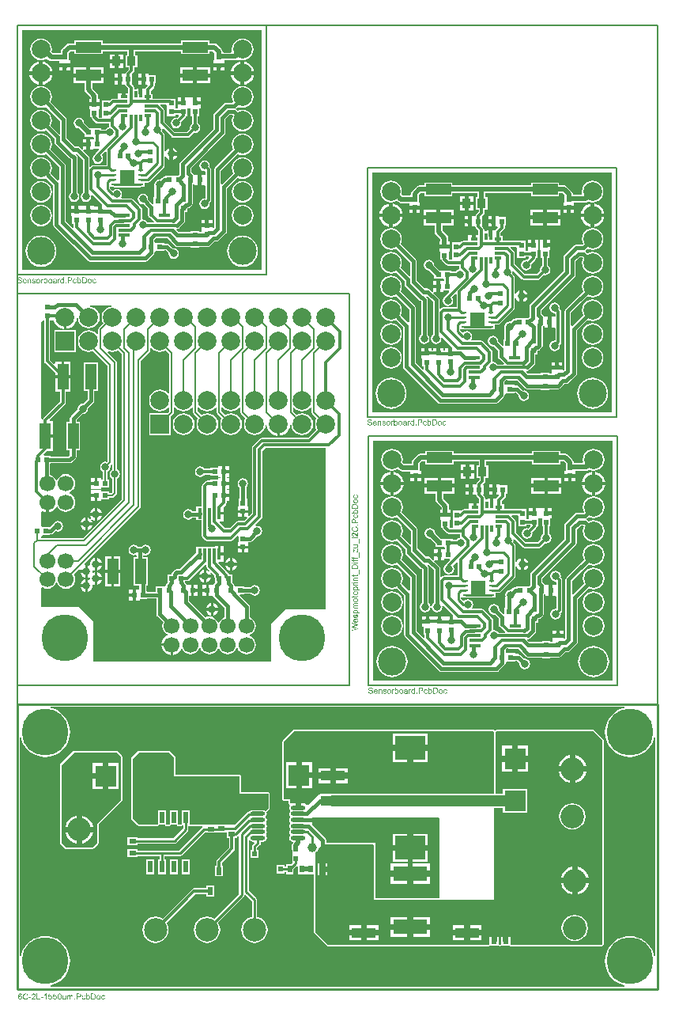
<source format=gtl>
%FSLAX44Y44*%
%MOMM*%
G71*
G01*
G75*
G04 Layer_Physical_Order=1*
G04 Layer_Color=255*
%ADD10R,1.2000X0.3000*%
%ADD11R,0.6000X0.6200*%
%ADD12R,0.6200X0.6000*%
%ADD13R,0.9500X1.0000*%
%ADD14R,2.7000X1.1500*%
%ADD15R,1.2000X0.4000*%
%ADD16R,0.6250X0.2500*%
%ADD17R,1.6000X1.6000*%
%ADD18R,0.8000X0.3000*%
%ADD19R,0.3000X0.8000*%
%ADD20C,0.2500*%
%ADD21C,0.3000*%
%ADD22C,0.3810*%
%ADD23C,0.4000*%
%ADD24C,0.5000*%
%ADD25R,0.4000X1.2000*%
%ADD26R,0.3000X1.2000*%
%ADD27R,1.1500X2.7000*%
%ADD28C,0.2000*%
%ADD29R,0.5000X0.6000*%
%ADD30R,2.6000X1.1000*%
%ADD31R,2.3000X2.3000*%
%ADD32R,2.3000X2.3000*%
%ADD33R,3.2000X2.5000*%
%ADD34R,0.8000X0.5000*%
%ADD35R,3.6800X1.6500*%
%ADD36R,0.5000X0.8000*%
%ADD37R,1.7600X2.9500*%
%ADD38O,1.6000X0.4500*%
%ADD39R,0.6000X1.2700*%
%ADD40R,0.6000X0.8500*%
%ADD41C,1.0000*%
%ADD42C,0.5080*%
%ADD43C,0.4572*%
%ADD44C,1.2192*%
%ADD45C,1.1684*%
%ADD46C,0.2540*%
%ADD47C,0.3048*%
%ADD48C,0.6096*%
%ADD49C,0.1524*%
%ADD50C,0.1000*%
%ADD51C,2.0000*%
%ADD52C,3.0000*%
%ADD53C,0.8000*%
%ADD54R,2.0000X2.0000*%
%ADD55C,1.7000*%
%ADD56C,5.0000*%
%ADD57C,2.5000*%
%ADD58C,0.5000*%
G36*
X636620Y617080D02*
X380080D01*
Y873620D01*
X636620D01*
Y617080D01*
D02*
G37*
%LPC*%
G36*
X550800Y801690D02*
X547160D01*
Y798150D01*
X550800D01*
Y801690D01*
D02*
G37*
G36*
X571140D02*
X567500D01*
Y798150D01*
X571140D01*
Y801690D01*
D02*
G37*
G36*
X467240Y823600D02*
X435160D01*
Y817310D01*
X447122D01*
Y810120D01*
X447122Y810120D01*
X447381Y808818D01*
X447432Y808559D01*
X448316Y807236D01*
X453472Y802081D01*
Y800140D01*
X451910D01*
Y796600D01*
X463190D01*
Y800140D01*
X461628D01*
Y803770D01*
X461318Y805331D01*
X460434Y806654D01*
X460434Y806654D01*
X455278Y811809D01*
Y817310D01*
X467240D01*
Y823600D01*
D02*
G37*
G36*
X542100Y747790D02*
Y743540D01*
X546350D01*
X545813Y744838D01*
X544764Y746204D01*
X543398Y747253D01*
X542100Y747790D01*
D02*
G37*
G36*
X449200Y757340D02*
X445660D01*
Y753700D01*
X449200D01*
Y757340D01*
D02*
G37*
G36*
X628685Y825900D02*
X618300D01*
Y815515D01*
X619574Y815683D01*
X622624Y816946D01*
X625244Y818956D01*
X627254Y821576D01*
X628517Y824626D01*
X628685Y825900D01*
D02*
G37*
G36*
X482800Y819550D02*
X479260D01*
Y815910D01*
X482800D01*
Y819550D01*
D02*
G37*
G36*
X412785Y825900D02*
X402400D01*
Y815515D01*
X403674Y815683D01*
X406724Y816946D01*
X409344Y818956D01*
X411354Y821576D01*
X412617Y824626D01*
X412785Y825900D01*
D02*
G37*
G36*
X614300D02*
X603915D01*
X604083Y824626D01*
X605346Y821576D01*
X607356Y818956D01*
X609976Y816946D01*
X613026Y815683D01*
X614300Y815515D01*
Y825900D01*
D02*
G37*
G36*
X398400D02*
X388015D01*
X388183Y824626D01*
X389446Y821576D01*
X391456Y818956D01*
X394076Y816946D01*
X397126Y815683D01*
X398400Y815515D01*
Y825900D01*
D02*
G37*
G36*
X546350Y739540D02*
X542100D01*
Y735290D01*
X543398Y735827D01*
X544764Y736876D01*
X545813Y738242D01*
X546350Y739540D01*
D02*
G37*
G36*
X616300Y687099D02*
X613298Y686704D01*
X610500Y685545D01*
X608098Y683702D01*
X606255Y681300D01*
X605096Y678502D01*
X604701Y675500D01*
X605096Y672498D01*
X606255Y669700D01*
X608098Y667298D01*
X610500Y665455D01*
X613298Y664296D01*
X616300Y663901D01*
X619302Y664296D01*
X622100Y665455D01*
X624502Y667298D01*
X626345Y669700D01*
X627504Y672498D01*
X627899Y675500D01*
X627504Y678502D01*
X626345Y681300D01*
X624502Y683702D01*
X622100Y685545D01*
X619302Y686704D01*
X616300Y687099D01*
D02*
G37*
G36*
X576200Y670600D02*
X572560D01*
Y667060D01*
X576200D01*
Y670600D01*
D02*
G37*
G36*
X400400Y687099D02*
X397398Y686704D01*
X394600Y685545D01*
X392198Y683702D01*
X390355Y681300D01*
X389196Y678502D01*
X388801Y675500D01*
X389196Y672498D01*
X390355Y669700D01*
X392198Y667298D01*
X394600Y665455D01*
X397398Y664296D01*
X400400Y663901D01*
X403402Y664296D01*
X406200Y665455D01*
X408602Y667298D01*
X410445Y669700D01*
X411604Y672498D01*
X411999Y675500D01*
X411604Y678502D01*
X410445Y681300D01*
X408602Y683702D01*
X406200Y685545D01*
X403402Y686704D01*
X400400Y687099D01*
D02*
G37*
G36*
Y653980D02*
X397165Y653661D01*
X394055Y652718D01*
X391189Y651186D01*
X388676Y649124D01*
X386614Y646611D01*
X385082Y643745D01*
X384139Y640635D01*
X383820Y637400D01*
X384139Y634165D01*
X385082Y631055D01*
X386614Y628189D01*
X388676Y625676D01*
X391189Y623614D01*
X394055Y622082D01*
X397165Y621139D01*
X400400Y620820D01*
X403635Y621139D01*
X406745Y622082D01*
X409611Y623614D01*
X412124Y625676D01*
X414186Y628189D01*
X415718Y631055D01*
X416661Y634165D01*
X416980Y637400D01*
X416661Y640635D01*
X415718Y643745D01*
X414186Y646611D01*
X412124Y649124D01*
X409611Y651186D01*
X406745Y652718D01*
X403635Y653661D01*
X400400Y653980D01*
D02*
G37*
G36*
X616300D02*
X613065Y653661D01*
X609955Y652718D01*
X607089Y651186D01*
X604576Y649124D01*
X602514Y646611D01*
X600982Y643745D01*
X600039Y640635D01*
X599720Y637400D01*
X600039Y634165D01*
X600982Y631055D01*
X602514Y628189D01*
X604576Y625676D01*
X607089Y623614D01*
X609955Y622082D01*
X613065Y621139D01*
X616300Y620820D01*
X619535Y621139D01*
X622645Y622082D01*
X625511Y623614D01*
X628024Y625676D01*
X630086Y628189D01*
X631618Y631055D01*
X632561Y634165D01*
X632880Y637400D01*
X632561Y640635D01*
X631618Y643745D01*
X630086Y646611D01*
X628024Y649124D01*
X625511Y651186D01*
X622645Y652718D01*
X619535Y653661D01*
X616300Y653980D01*
D02*
G37*
G36*
Y712499D02*
X613298Y712104D01*
X610500Y710945D01*
X608098Y709102D01*
X606255Y706700D01*
X605096Y703902D01*
X604701Y700900D01*
X605096Y697898D01*
X606255Y695100D01*
X608098Y692698D01*
X610500Y690855D01*
X613298Y689696D01*
X616300Y689301D01*
X619302Y689696D01*
X622100Y690855D01*
X624502Y692698D01*
X626345Y695100D01*
X627504Y697898D01*
X627899Y700900D01*
X627504Y703902D01*
X626345Y706700D01*
X624502Y709102D01*
X622100Y710945D01*
X619302Y712104D01*
X616300Y712499D01*
D02*
G37*
G36*
X575660Y734448D02*
X573514Y734021D01*
X571695Y732805D01*
X570479Y730986D01*
X570052Y728840D01*
X570479Y726694D01*
X571695Y724875D01*
X573514Y723659D01*
X575660Y723232D01*
X576567Y722488D01*
Y720209D01*
X575840Y719240D01*
X575297Y719240D01*
X572300D01*
Y713600D01*
Y707960D01*
X575297D01*
X575840Y707960D01*
X576566Y706991D01*
X576567Y706991D01*
Y694552D01*
X575660Y693808D01*
X573514Y693381D01*
X571695Y692165D01*
X570479Y690346D01*
X570052Y688200D01*
X570479Y686054D01*
X571695Y684235D01*
X573514Y683019D01*
X575660Y682592D01*
X577806Y683019D01*
X579625Y684235D01*
X580841Y686054D01*
X581268Y688200D01*
X581055Y689269D01*
X581788Y690002D01*
X582451Y690995D01*
X582684Y692165D01*
Y724875D01*
X582451Y726045D01*
X581788Y727038D01*
X581055Y727771D01*
X581268Y728840D01*
X580841Y730986D01*
X579625Y732805D01*
X577806Y734021D01*
X575660Y734448D01*
D02*
G37*
G36*
X400400Y712499D02*
X397398Y712104D01*
X394600Y710945D01*
X392198Y709102D01*
X390355Y706700D01*
X389196Y703902D01*
X388801Y700900D01*
X389196Y697898D01*
X390355Y695100D01*
X392198Y692698D01*
X394600Y690855D01*
X397398Y689696D01*
X400400Y689301D01*
X403402Y689696D01*
X406200Y690855D01*
X408602Y692698D01*
X410445Y695100D01*
X411604Y697898D01*
X411999Y700900D01*
X411604Y703902D01*
X410445Y706700D01*
X408602Y709102D01*
X406200Y710945D01*
X403402Y712104D01*
X400400Y712499D01*
D02*
G37*
G36*
X583840Y670600D02*
X580200D01*
Y667060D01*
X583840D01*
Y670600D01*
D02*
G37*
G36*
X436500Y685840D02*
X432860D01*
Y682300D01*
X436500D01*
Y685840D01*
D02*
G37*
G36*
X431440Y834100D02*
X427800D01*
Y830560D01*
X431440D01*
Y834100D01*
D02*
G37*
G36*
X588900D02*
X585260D01*
Y830560D01*
X588900D01*
Y834100D01*
D02*
G37*
G36*
X423800D02*
X420160D01*
Y830560D01*
X423800D01*
Y834100D01*
D02*
G37*
G36*
X614300Y840285D02*
X613026Y840117D01*
X609976Y838854D01*
X607356Y836844D01*
X605346Y834224D01*
X604083Y831174D01*
X603915Y829900D01*
X614300D01*
Y840285D01*
D02*
G37*
G36*
X618300D02*
Y829900D01*
X628685D01*
X628517Y831174D01*
X627254Y834224D01*
X625244Y836844D01*
X622624Y838854D01*
X619574Y840117D01*
X618300Y840285D01*
D02*
G37*
G36*
X596540Y834100D02*
X592900D01*
Y830560D01*
X596540D01*
Y834100D01*
D02*
G37*
G36*
X488590Y848140D02*
X483300D01*
Y842600D01*
X488590D01*
Y848140D01*
D02*
G37*
G36*
X616300Y864899D02*
X613298Y864504D01*
X610500Y863345D01*
X608098Y861502D01*
X606255Y859100D01*
X605096Y856302D01*
X604701Y853300D01*
X605000Y851028D01*
X604053Y849758D01*
X595720D01*
X594978Y850760D01*
X594719Y852062D01*
X594668Y852321D01*
X593784Y853644D01*
X593784Y853644D01*
X588944Y858484D01*
X587621Y859368D01*
X587362Y859419D01*
X586060Y859678D01*
X586060Y859678D01*
X580500D01*
Y862850D01*
X550500D01*
Y859678D01*
X466200D01*
Y862850D01*
X436200D01*
Y859678D01*
X430640D01*
X430640Y859678D01*
X429338Y859419D01*
X429079Y859368D01*
X427756Y858484D01*
X427756Y858484D01*
X422916Y853644D01*
X422032Y852321D01*
X421981Y852062D01*
X421722Y850760D01*
X421539Y849600D01*
X421200D01*
Y849178D01*
X412829D01*
X411616Y850391D01*
X411999Y853300D01*
X411604Y856302D01*
X410445Y859100D01*
X408602Y861502D01*
X406200Y863345D01*
X403402Y864504D01*
X400400Y864899D01*
X397398Y864504D01*
X394600Y863345D01*
X392198Y861502D01*
X390355Y859100D01*
X389196Y856302D01*
X388801Y853300D01*
X389196Y850298D01*
X390355Y847500D01*
X392198Y845098D01*
X394600Y843255D01*
X397398Y842096D01*
X399633Y841802D01*
Y841802D01*
X399633Y841801D01*
X400400Y841700D01*
X401167Y841801D01*
X401167Y841802D01*
D01*
Y841802D01*
X403402Y842096D01*
X406200Y843255D01*
X406776Y843697D01*
X408256Y842216D01*
X408256Y842216D01*
X409579Y841332D01*
X409838Y841281D01*
X411140Y841022D01*
X411140Y841022D01*
X420160D01*
Y838100D01*
X431440D01*
Y841640D01*
X430400D01*
Y849592D01*
X432329Y851522D01*
X436200D01*
Y848350D01*
X466200D01*
Y851522D01*
X493222D01*
Y847100D01*
X491050D01*
Y834100D01*
X494241D01*
Y832087D01*
X491637Y829483D01*
X490974Y828491D01*
X490920Y828220D01*
X490392Y827283D01*
X489519Y827190D01*
X486800D01*
Y821550D01*
Y815910D01*
X489519D01*
X490392Y815817D01*
X490920Y814880D01*
X490974Y814610D01*
X491637Y813617D01*
X493991Y811263D01*
Y806540D01*
X491300D01*
Y802500D01*
X487300D01*
Y806540D01*
X482760D01*
Y800559D01*
X477578D01*
X476408Y800326D01*
X475415Y799663D01*
X475415Y799663D01*
X474553Y798800D01*
X465650D01*
Y789800D01*
Y780800D01*
X464646Y780159D01*
X462627D01*
X462150Y780636D01*
Y789060D01*
X463190D01*
Y792600D01*
X451910D01*
Y789060D01*
X452950D01*
Y780500D01*
X454573D01*
X454724Y779740D01*
X455387Y778747D01*
X459197Y774937D01*
X460190Y774274D01*
X461360Y774041D01*
X461360Y774041D01*
X473541D01*
Y771773D01*
X473541Y771773D01*
X473651Y771221D01*
X472977Y769905D01*
X472810Y769759D01*
X471914Y769581D01*
X470095Y768365D01*
X469489Y767459D01*
X465300D01*
Y769000D01*
X456970D01*
X456300Y769000D01*
X456000D01*
X455700D01*
X455030Y769000D01*
X452368D01*
X446608Y774760D01*
X446221Y776706D01*
X445005Y778525D01*
X443186Y779741D01*
X441040Y780168D01*
X438894Y779741D01*
X437075Y778525D01*
X435859Y776706D01*
X435432Y774560D01*
X435859Y772414D01*
X437075Y770595D01*
X438894Y769379D01*
X440840Y768992D01*
X446700Y763132D01*
Y759800D01*
X455030D01*
X455700Y759800D01*
X456000D01*
X456300D01*
X456471D01*
X457385Y759116D01*
X457353Y757738D01*
X456740Y757340D01*
X453200D01*
Y751700D01*
Y746060D01*
X456740D01*
Y747100D01*
X462191D01*
X462677Y745927D01*
X459197Y742447D01*
X458534Y741454D01*
X458473Y741145D01*
X457395Y740425D01*
X456179Y738606D01*
X455752Y736460D01*
X456179Y734314D01*
X457395Y732495D01*
X459214Y731279D01*
X461360Y730852D01*
X463506Y731279D01*
X465325Y732495D01*
X466541Y734314D01*
X466968Y736460D01*
X466541Y738606D01*
X465526Y740125D01*
X469518Y744116D01*
X470691Y743630D01*
Y729359D01*
X456280D01*
X455109Y729126D01*
X454712Y728860D01*
X454117Y728463D01*
X454117Y728463D01*
X453305Y727651D01*
X452132Y728137D01*
Y736460D01*
Y736917D01*
X451867Y738245D01*
X451115Y739371D01*
X445696Y744790D01*
X446222Y746060D01*
X449200D01*
Y749700D01*
X445660D01*
Y746622D01*
X444390Y746096D01*
X441896Y748590D01*
X440770Y749342D01*
X439441Y749607D01*
X436573D01*
X427962Y758218D01*
Y778410D01*
X427697Y779738D01*
X426945Y780865D01*
X410640Y797170D01*
X411604Y799498D01*
X411999Y802500D01*
X411604Y805502D01*
X410445Y808300D01*
X408602Y810702D01*
X406200Y812545D01*
X403402Y813704D01*
X401167Y813998D01*
X401167D01*
X400888Y814035D01*
Y814035D01*
X400400Y814100D01*
X399633Y813999D01*
X399633Y813998D01*
D01*
Y813998D01*
X397398Y813704D01*
X394600Y812545D01*
X392198Y810702D01*
X390355Y808300D01*
X389196Y805502D01*
X388801Y802500D01*
X389196Y799498D01*
X390355Y796700D01*
X392198Y794298D01*
X394600Y792455D01*
X397398Y791296D01*
X400400Y790901D01*
X403402Y791296D01*
X405730Y792260D01*
X421018Y776972D01*
Y763187D01*
X419748Y762661D01*
X410640Y771770D01*
X411604Y774098D01*
X411999Y777100D01*
X411604Y780102D01*
X410445Y782900D01*
X408602Y785302D01*
X406200Y787145D01*
X403402Y788304D01*
X400400Y788699D01*
X397398Y788304D01*
X394600Y787145D01*
X392198Y785302D01*
X390355Y782900D01*
X389196Y780102D01*
X388801Y777100D01*
X389196Y774098D01*
X390355Y771300D01*
X392198Y768898D01*
X394600Y767055D01*
X397398Y765896D01*
X400400Y765501D01*
X403402Y765896D01*
X405730Y766860D01*
X414708Y757882D01*
Y754166D01*
X414973Y752838D01*
X415725Y751712D01*
X430066Y737370D01*
X431193Y736618D01*
X432404Y736377D01*
X432488Y736292D01*
Y700115D01*
X431995Y699785D01*
X430779Y697966D01*
X430352Y695820D01*
X430779Y693674D01*
X431995Y691855D01*
X433814Y690639D01*
X435960Y690212D01*
X438106Y690639D01*
X439925Y691855D01*
X441141Y693674D01*
X441568Y695820D01*
X441141Y697966D01*
X439925Y699785D01*
X439432Y700115D01*
Y737730D01*
X439167Y739059D01*
X438415Y740185D01*
X438140Y740460D01*
X438558Y741838D01*
X438784Y741883D01*
X445188Y735479D01*
Y700115D01*
X444695Y699785D01*
X443479Y697966D01*
X443052Y695820D01*
X443479Y693674D01*
X444695Y691855D01*
X446514Y690639D01*
X448660Y690212D01*
X450806Y690639D01*
X452625Y691855D01*
X453841Y693674D01*
X454268Y695820D01*
X454027Y697031D01*
X455197Y697657D01*
X466141Y686713D01*
X465900Y686132D01*
Y680000D01*
X461900D01*
Y685540D01*
X458260D01*
Y683059D01*
X456840D01*
Y685840D01*
X453200D01*
Y680300D01*
X449200D01*
Y685840D01*
X445560D01*
Y683359D01*
X444140D01*
Y685840D01*
X440500D01*
Y680300D01*
X438500D01*
Y678300D01*
X432860D01*
Y674760D01*
X433900D01*
Y666200D01*
X435441D01*
Y663088D01*
X434750Y662652D01*
X434199Y662534D01*
X426692Y670041D01*
Y728880D01*
X426427Y730209D01*
X425675Y731335D01*
X410640Y746370D01*
X411604Y748698D01*
X411999Y751700D01*
X411604Y754702D01*
X410445Y757500D01*
X408602Y759902D01*
X406200Y761745D01*
X403402Y762904D01*
X400400Y763299D01*
X397398Y762904D01*
X394600Y761745D01*
X392198Y759902D01*
X390355Y757500D01*
X389196Y754702D01*
X388801Y751700D01*
X389196Y748698D01*
X390355Y745900D01*
X392198Y743498D01*
X394600Y741655D01*
X397398Y740496D01*
X400400Y740101D01*
X403402Y740496D01*
X405730Y741460D01*
X419748Y727442D01*
Y713658D01*
X418478Y713131D01*
X410640Y720970D01*
X411604Y723298D01*
X411999Y726300D01*
X411604Y729302D01*
X410445Y732100D01*
X408602Y734502D01*
X406200Y736345D01*
X403402Y737504D01*
X400400Y737899D01*
X397398Y737504D01*
X394600Y736345D01*
X392198Y734502D01*
X390355Y732100D01*
X389196Y729302D01*
X388801Y726300D01*
X389196Y723298D01*
X390355Y720500D01*
X392198Y718098D01*
X394600Y716255D01*
X397398Y715096D01*
X400400Y714701D01*
X403402Y715096D01*
X405730Y716060D01*
X413438Y708352D01*
Y665990D01*
X413703Y664661D01*
X414455Y663535D01*
X450625Y627365D01*
X451751Y626613D01*
X453080Y626348D01*
X512274D01*
X513602Y626613D01*
X514729Y627365D01*
X520965Y633601D01*
X521717Y634728D01*
X521982Y636056D01*
Y636138D01*
X522434Y636964D01*
X523252Y637400D01*
X523272D01*
X523942Y637400D01*
X532272D01*
Y638431D01*
X534022D01*
X537125Y635328D01*
X537032Y634860D01*
X537459Y632714D01*
X538675Y630895D01*
X540494Y629679D01*
X542640Y629252D01*
X544786Y629679D01*
X546605Y630895D01*
X547821Y632714D01*
X548248Y634860D01*
X547821Y637006D01*
X546605Y638825D01*
X544786Y640041D01*
X542640Y640468D01*
X542172Y640375D01*
X538023Y644523D01*
X536866Y645297D01*
X535500Y645569D01*
X532272D01*
Y646600D01*
X523942D01*
X523272Y646600D01*
X523252D01*
X522434Y647036D01*
X521982Y647862D01*
Y649932D01*
X523491Y651441D01*
X525300D01*
Y651000D01*
X535872D01*
X544026Y642845D01*
X545153Y642093D01*
X546481Y641828D01*
X560900D01*
Y640800D01*
X570100D01*
Y641828D01*
X578955D01*
X580284Y642093D01*
X581410Y642845D01*
X586148Y647583D01*
X588119D01*
X589447Y647848D01*
X590574Y648600D01*
X598435Y656461D01*
X599188Y657588D01*
X599452Y658916D01*
Y704542D01*
X610970Y716060D01*
X613298Y715096D01*
X616300Y714701D01*
X619302Y715096D01*
X622100Y716255D01*
X624502Y718098D01*
X626345Y720500D01*
X627504Y723298D01*
X627899Y726300D01*
X627504Y729302D01*
X626345Y732100D01*
X624502Y734502D01*
X622100Y736345D01*
X619302Y737504D01*
X616300Y737899D01*
X613298Y737504D01*
X610500Y736345D01*
X608098Y734502D01*
X606255Y732100D01*
X605096Y729302D01*
X604701Y726300D01*
X605096Y723298D01*
X606060Y720970D01*
X594412Y709321D01*
X593142Y709847D01*
Y723632D01*
X610970Y741460D01*
X613298Y740496D01*
X616300Y740101D01*
X619302Y740496D01*
X622100Y741655D01*
X624502Y743498D01*
X626345Y745900D01*
X627504Y748698D01*
X627899Y751700D01*
X627504Y754702D01*
X626345Y757500D01*
X624502Y759902D01*
X622100Y761745D01*
X619302Y762904D01*
X616300Y763299D01*
X613298Y762904D01*
X610500Y761745D01*
X608098Y759902D01*
X606255Y757500D01*
X605096Y754702D01*
X604701Y751700D01*
X605096Y748698D01*
X606060Y746370D01*
X587215Y727525D01*
X586463Y726399D01*
X586198Y725070D01*
Y662968D01*
X585110Y661880D01*
X583840Y662406D01*
Y663060D01*
X572560D01*
Y659520D01*
X572560Y659520D01*
X572560D01*
X572560Y659520D01*
X572266Y658372D01*
X570100D01*
Y659400D01*
X560900D01*
Y658372D01*
X547243D01*
X545192Y660423D01*
X545818Y661593D01*
X546144Y661528D01*
X547472Y661793D01*
X548599Y662545D01*
X553945Y667891D01*
X554697Y669018D01*
X554962Y670346D01*
Y678900D01*
X557400D01*
Y683141D01*
X558639Y683388D01*
X559765Y684140D01*
X561760Y686135D01*
X562512Y687261D01*
X562777Y688590D01*
Y709000D01*
X564760D01*
Y707960D01*
X568300D01*
Y713600D01*
Y719240D01*
X564760D01*
X564760Y719240D01*
X563827Y720054D01*
X563155Y721060D01*
X561650Y722565D01*
Y726493D01*
X597143Y761986D01*
X597896Y763112D01*
X598160Y764441D01*
Y778835D01*
X602498Y783173D01*
X605144D01*
X605951Y782166D01*
X605096Y780102D01*
X604701Y777100D01*
X605096Y774098D01*
X606255Y771300D01*
X608098Y768898D01*
X610500Y767055D01*
X613298Y765896D01*
X616300Y765501D01*
X619302Y765896D01*
X622100Y767055D01*
X624502Y768898D01*
X626345Y771300D01*
X627504Y774098D01*
X627899Y777100D01*
X627504Y780102D01*
X626345Y782900D01*
X624502Y785302D01*
X622100Y787145D01*
X619302Y788304D01*
X616300Y788699D01*
X613298Y788304D01*
X610970Y787340D01*
X609286Y789024D01*
X609112Y789358D01*
Y790242D01*
X609286Y790576D01*
X610970Y792260D01*
X613298Y791296D01*
X616300Y790901D01*
X619302Y791296D01*
X622100Y792455D01*
X624502Y794298D01*
X626345Y796700D01*
X627504Y799498D01*
X627899Y802500D01*
X627504Y805502D01*
X626345Y808300D01*
X624502Y810702D01*
X622100Y812545D01*
X619302Y813704D01*
X617067Y813998D01*
Y813998D01*
X617067Y813999D01*
X616300Y814100D01*
X615533Y813999D01*
X615533Y813998D01*
D01*
Y813998D01*
X613298Y813704D01*
X610500Y812545D01*
X608098Y810702D01*
X606255Y808300D01*
X605096Y805502D01*
X604701Y802500D01*
X605096Y799498D01*
X605951Y797434D01*
X605144Y796427D01*
X598446D01*
X597118Y796162D01*
X595992Y795410D01*
X585923Y785342D01*
X585171Y784215D01*
X584907Y782887D01*
Y768493D01*
X549413Y733000D01*
X548661Y731873D01*
X548397Y730545D01*
Y719466D01*
X547130Y718200D01*
X542940D01*
Y718200D01*
X542340D01*
Y718200D01*
X533340D01*
Y717169D01*
X532480D01*
X531114Y716897D01*
X529957Y716123D01*
X527868Y714035D01*
X527400Y714128D01*
X525254Y713701D01*
X523435Y712485D01*
X522219Y710666D01*
X521792Y708520D01*
X522027Y707341D01*
X521871Y706560D01*
Y695340D01*
X520940D01*
Y688666D01*
X519670Y688140D01*
X515112Y692698D01*
X515228Y693280D01*
X514801Y695426D01*
X513585Y697245D01*
X511766Y698461D01*
X509620Y698888D01*
X507474Y698461D01*
X505655Y697245D01*
X504439Y695426D01*
X504012Y693280D01*
X504439Y691134D01*
X505655Y689315D01*
X507474Y688099D01*
X509620Y687672D01*
X510202Y687788D01*
X514745Y683246D01*
Y677004D01*
X515009Y675675D01*
X515761Y674549D01*
X516888Y673796D01*
X517150Y673744D01*
X521662Y669232D01*
X521176Y668059D01*
X514418D01*
X513585Y669305D01*
X511766Y670521D01*
X510001Y670872D01*
X509371Y671327D01*
X508869Y672093D01*
Y681850D01*
X508869Y681850D01*
X508636Y683020D01*
X507973Y684013D01*
X507973Y684013D01*
X499083Y692903D01*
X498091Y693566D01*
X496920Y693799D01*
X496920Y693799D01*
X486774D01*
X486096Y695069D01*
X486861Y696214D01*
X487288Y698360D01*
X486861Y700506D01*
X485645Y702325D01*
X483826Y703541D01*
X481680Y703968D01*
X479534Y703541D01*
X477715Y702325D01*
X476700Y702225D01*
X474324Y704601D01*
Y706010D01*
X478559D01*
X478830Y705956D01*
X507080D01*
X507351Y706010D01*
X511705D01*
Y710956D01*
X514860D01*
X515933Y711170D01*
X516843Y711777D01*
X531923Y726857D01*
X532530Y727767D01*
X532744Y728840D01*
Y738891D01*
X534014Y739143D01*
X534387Y738242D01*
X535436Y736876D01*
X536802Y735827D01*
X538100Y735290D01*
Y741540D01*
Y747790D01*
X536802Y747253D01*
X535436Y746204D01*
X534387Y744838D01*
X534014Y743937D01*
X532744Y744189D01*
Y761860D01*
X532531Y762933D01*
X531923Y763843D01*
X530195Y765570D01*
X530468Y766940D01*
X530227Y768151D01*
X531397Y768777D01*
X540477Y759697D01*
X540477Y759697D01*
X541469Y759034D01*
X542640Y758801D01*
X542640Y758801D01*
X557880D01*
X557880Y758801D01*
X559050Y759034D01*
X560043Y759697D01*
X564431Y764085D01*
X565500Y763872D01*
X567646Y764299D01*
X569465Y765515D01*
X570681Y767334D01*
X571108Y769480D01*
X570681Y771626D01*
X569465Y773445D01*
X568559Y774051D01*
Y782050D01*
X570100D01*
Y790610D01*
X571140D01*
Y794150D01*
X565500D01*
Y796150D01*
X563500D01*
Y801690D01*
X559860D01*
Y790610D01*
X560900D01*
Y782050D01*
X562441D01*
Y774051D01*
X561535Y773445D01*
X560319Y771626D01*
X559892Y769480D01*
X560105Y768411D01*
X556613Y764919D01*
X543907D01*
X532999Y775827D01*
Y787260D01*
X532999Y787260D01*
X532766Y788430D01*
X532103Y789423D01*
X528258Y793268D01*
X528744Y794441D01*
X534602D01*
X535500Y793543D01*
Y792320D01*
X535500Y791650D01*
Y791350D01*
Y791050D01*
X535500Y790380D01*
Y782050D01*
X544700D01*
Y783491D01*
X548200D01*
Y782050D01*
X548200Y782050D01*
X548200D01*
X547436Y781142D01*
X546249Y779955D01*
X545180Y780168D01*
X543034Y779741D01*
X541215Y778525D01*
X539999Y776706D01*
X539572Y774560D01*
X539999Y772414D01*
X541215Y770595D01*
X543034Y769379D01*
X545180Y768952D01*
X547326Y769379D01*
X549145Y770595D01*
X550361Y772414D01*
X550788Y774560D01*
X550575Y775629D01*
X554963Y780017D01*
X555626Y781010D01*
X555756Y781661D01*
X555833Y782050D01*
X557400D01*
Y790610D01*
X558440D01*
Y801690D01*
X554800D01*
Y796150D01*
X552800D01*
Y794150D01*
X547160D01*
Y790610D01*
X546763Y789997D01*
X545384Y789965D01*
X544700Y790879D01*
Y791050D01*
Y791350D01*
Y791650D01*
X544700Y792320D01*
Y800650D01*
X535500D01*
Y800559D01*
X520300D01*
Y805500D01*
X517859D01*
Y808953D01*
X521363Y812457D01*
X521363Y812457D01*
X521760Y813052D01*
X522026Y813449D01*
X522259Y814620D01*
Y816950D01*
X523700D01*
Y826150D01*
X515740D01*
Y827190D01*
X512200D01*
Y821550D01*
Y815910D01*
X514368D01*
X514894Y814640D01*
X512637Y812383D01*
X512314Y811900D01*
X511090Y811790D01*
X511090Y811790D01*
X511090Y811790D01*
X509050D01*
Y805250D01*
X505051D01*
Y810751D01*
X505050D01*
Y811790D01*
X503010D01*
Y810750D01*
X500109D01*
Y812530D01*
X500109Y812530D01*
X499876Y813700D01*
X499213Y814693D01*
X498115Y815791D01*
X498300Y816950D01*
X498300D01*
X498300Y816950D01*
Y826150D01*
X498300Y826150D01*
X498300D01*
X498119Y827313D01*
X499463Y828657D01*
X500126Y829650D01*
X500359Y830820D01*
X500359Y830820D01*
Y834100D01*
X503550D01*
Y847100D01*
X501378D01*
Y851522D01*
X550500D01*
Y848350D01*
X580500D01*
Y851522D01*
X584371D01*
X586300Y849592D01*
Y841640D01*
X585260D01*
Y838100D01*
X596540D01*
Y841602D01*
X608680D01*
X608680Y841602D01*
X609982Y841861D01*
X610241Y841912D01*
X611564Y842796D01*
X611577Y842809D01*
X613298Y842096D01*
X615533Y841802D01*
X615533D01*
X615812Y841765D01*
Y841765D01*
X616300Y841700D01*
X617067Y841801D01*
X617067Y841802D01*
D01*
Y841802D01*
X619302Y842096D01*
X622100Y843255D01*
X624502Y845098D01*
X626345Y847500D01*
X627504Y850298D01*
X627899Y853300D01*
X627504Y856302D01*
X626345Y859100D01*
X624502Y861502D01*
X622100Y863345D01*
X619302Y864504D01*
X616300Y864899D01*
D02*
G37*
G36*
X479300Y848140D02*
X474010D01*
Y842600D01*
X479300D01*
Y848140D01*
D02*
G37*
G36*
Y838600D02*
X474010D01*
Y833060D01*
X479300D01*
Y838600D01*
D02*
G37*
G36*
X488590D02*
X483300D01*
Y833060D01*
X488590D01*
Y838600D01*
D02*
G37*
G36*
X482800Y827190D02*
X479260D01*
Y823550D01*
X482800D01*
Y827190D01*
D02*
G37*
G36*
X508200D02*
X504660D01*
Y823550D01*
X508200D01*
Y827190D01*
D02*
G37*
G36*
X581540Y823600D02*
X567500D01*
Y817310D01*
X581540D01*
Y823600D01*
D02*
G37*
G36*
X508200Y819550D02*
X504660D01*
Y815910D01*
X508200D01*
Y819550D01*
D02*
G37*
G36*
X563500Y823600D02*
X549460D01*
Y817310D01*
X563500D01*
Y823600D01*
D02*
G37*
G36*
X449200Y833890D02*
X435160D01*
Y827600D01*
X449200D01*
Y833890D01*
D02*
G37*
G36*
X398400Y840285D02*
X397126Y840117D01*
X394076Y838854D01*
X391456Y836844D01*
X389446Y834224D01*
X388183Y831174D01*
X388015Y829900D01*
X398400D01*
Y840285D01*
D02*
G37*
G36*
X402400D02*
Y829900D01*
X412785D01*
X412617Y831174D01*
X411354Y834224D01*
X409344Y836844D01*
X406724Y838854D01*
X403674Y840117D01*
X402400Y840285D01*
D02*
G37*
G36*
X581540Y833890D02*
X567500D01*
Y827600D01*
X581540D01*
Y833890D01*
D02*
G37*
G36*
X467240D02*
X453200D01*
Y827600D01*
X467240D01*
Y833890D01*
D02*
G37*
G36*
X563500D02*
X549460D01*
Y827600D01*
X563500D01*
Y833890D01*
D02*
G37*
%LPD*%
G36*
X261620Y769080D02*
X5080D01*
Y1025620D01*
X261620D01*
Y769080D01*
D02*
G37*
%LPC*%
G36*
X175800Y953690D02*
X172160D01*
Y950150D01*
X175800D01*
Y953690D01*
D02*
G37*
G36*
X196140D02*
X192500D01*
Y950150D01*
X196140D01*
Y953690D01*
D02*
G37*
G36*
X92240Y975600D02*
X60160D01*
Y969310D01*
X72122D01*
Y962120D01*
X72122Y962120D01*
X72381Y960818D01*
X72432Y960559D01*
X73316Y959236D01*
X78472Y954081D01*
Y952140D01*
X76910D01*
Y948600D01*
X88190D01*
Y952140D01*
X86628D01*
Y955770D01*
X86318Y957331D01*
X85434Y958654D01*
X85434Y958654D01*
X80278Y963809D01*
Y969310D01*
X92240D01*
Y975600D01*
D02*
G37*
G36*
X167100Y899790D02*
Y895540D01*
X171350D01*
X170813Y896838D01*
X169764Y898204D01*
X168398Y899253D01*
X167100Y899790D01*
D02*
G37*
G36*
X74200Y909340D02*
X70660D01*
Y905700D01*
X74200D01*
Y909340D01*
D02*
G37*
G36*
X253685Y977900D02*
X243300D01*
Y967515D01*
X244574Y967683D01*
X247624Y968946D01*
X250244Y970956D01*
X252254Y973576D01*
X253517Y976626D01*
X253685Y977900D01*
D02*
G37*
G36*
X107800Y971550D02*
X104260D01*
Y967910D01*
X107800D01*
Y971550D01*
D02*
G37*
G36*
X37785Y977900D02*
X27400D01*
Y967515D01*
X28674Y967683D01*
X31724Y968946D01*
X34344Y970956D01*
X36354Y973576D01*
X37617Y976626D01*
X37785Y977900D01*
D02*
G37*
G36*
X239300D02*
X228915D01*
X229083Y976626D01*
X230346Y973576D01*
X232356Y970956D01*
X234976Y968946D01*
X238026Y967683D01*
X239300Y967515D01*
Y977900D01*
D02*
G37*
G36*
X23400D02*
X13015D01*
X13183Y976626D01*
X14446Y973576D01*
X16456Y970956D01*
X19076Y968946D01*
X22126Y967683D01*
X23400Y967515D01*
Y977900D01*
D02*
G37*
G36*
X171350Y891540D02*
X167100D01*
Y887290D01*
X168398Y887827D01*
X169764Y888876D01*
X170813Y890242D01*
X171350Y891540D01*
D02*
G37*
G36*
X241300Y839099D02*
X238298Y838704D01*
X235500Y837545D01*
X233098Y835702D01*
X231255Y833300D01*
X230096Y830502D01*
X229701Y827500D01*
X230096Y824498D01*
X231255Y821700D01*
X233098Y819298D01*
X235500Y817455D01*
X238298Y816296D01*
X241300Y815901D01*
X244302Y816296D01*
X247100Y817455D01*
X249502Y819298D01*
X251345Y821700D01*
X252504Y824498D01*
X252899Y827500D01*
X252504Y830502D01*
X251345Y833300D01*
X249502Y835702D01*
X247100Y837545D01*
X244302Y838704D01*
X241300Y839099D01*
D02*
G37*
G36*
X201200Y822600D02*
X197560D01*
Y819060D01*
X201200D01*
Y822600D01*
D02*
G37*
G36*
X25400Y839099D02*
X22398Y838704D01*
X19600Y837545D01*
X17198Y835702D01*
X15355Y833300D01*
X14196Y830502D01*
X13801Y827500D01*
X14196Y824498D01*
X15355Y821700D01*
X17198Y819298D01*
X19600Y817455D01*
X22398Y816296D01*
X25400Y815901D01*
X28402Y816296D01*
X31200Y817455D01*
X33602Y819298D01*
X35445Y821700D01*
X36604Y824498D01*
X36999Y827500D01*
X36604Y830502D01*
X35445Y833300D01*
X33602Y835702D01*
X31200Y837545D01*
X28402Y838704D01*
X25400Y839099D01*
D02*
G37*
G36*
Y805980D02*
X22165Y805661D01*
X19055Y804718D01*
X16189Y803186D01*
X13676Y801124D01*
X11614Y798611D01*
X10082Y795745D01*
X9139Y792635D01*
X8820Y789400D01*
X9139Y786165D01*
X10082Y783055D01*
X11614Y780189D01*
X13676Y777676D01*
X16189Y775614D01*
X19055Y774082D01*
X22165Y773139D01*
X25400Y772820D01*
X28635Y773139D01*
X31745Y774082D01*
X34611Y775614D01*
X37124Y777676D01*
X39186Y780189D01*
X40718Y783055D01*
X41661Y786165D01*
X41980Y789400D01*
X41661Y792635D01*
X40718Y795745D01*
X39186Y798611D01*
X37124Y801124D01*
X34611Y803186D01*
X31745Y804718D01*
X28635Y805661D01*
X25400Y805980D01*
D02*
G37*
G36*
X241300D02*
X238065Y805661D01*
X234955Y804718D01*
X232089Y803186D01*
X229576Y801124D01*
X227514Y798611D01*
X225982Y795745D01*
X225039Y792635D01*
X224720Y789400D01*
X225039Y786165D01*
X225982Y783055D01*
X227514Y780189D01*
X229576Y777676D01*
X232089Y775614D01*
X234955Y774082D01*
X238065Y773139D01*
X241300Y772820D01*
X244535Y773139D01*
X247645Y774082D01*
X250511Y775614D01*
X253024Y777676D01*
X255086Y780189D01*
X256618Y783055D01*
X257561Y786165D01*
X257880Y789400D01*
X257561Y792635D01*
X256618Y795745D01*
X255086Y798611D01*
X253024Y801124D01*
X250511Y803186D01*
X247645Y804718D01*
X244535Y805661D01*
X241300Y805980D01*
D02*
G37*
G36*
Y864499D02*
X238298Y864104D01*
X235500Y862945D01*
X233098Y861102D01*
X231255Y858700D01*
X230096Y855902D01*
X229701Y852900D01*
X230096Y849898D01*
X231255Y847100D01*
X233098Y844698D01*
X235500Y842855D01*
X238298Y841696D01*
X241300Y841301D01*
X244302Y841696D01*
X247100Y842855D01*
X249502Y844698D01*
X251345Y847100D01*
X252504Y849898D01*
X252899Y852900D01*
X252504Y855902D01*
X251345Y858700D01*
X249502Y861102D01*
X247100Y862945D01*
X244302Y864104D01*
X241300Y864499D01*
D02*
G37*
G36*
X200660Y886448D02*
X198514Y886021D01*
X196695Y884805D01*
X195479Y882986D01*
X195052Y880840D01*
X195479Y878694D01*
X196695Y876875D01*
X198514Y875659D01*
X200660Y875232D01*
X201567Y874488D01*
Y872209D01*
X200840Y871240D01*
X200296Y871240D01*
X197300D01*
Y865600D01*
Y859960D01*
X200296D01*
X200840Y859960D01*
X201566Y858991D01*
X201567Y858991D01*
Y846552D01*
X200660Y845808D01*
X198514Y845381D01*
X196695Y844165D01*
X195479Y842346D01*
X195052Y840200D01*
X195479Y838054D01*
X196695Y836235D01*
X198514Y835019D01*
X200660Y834592D01*
X202806Y835019D01*
X204625Y836235D01*
X205841Y838054D01*
X206268Y840200D01*
X206055Y841269D01*
X206788Y842002D01*
X207451Y842995D01*
X207684Y844165D01*
Y876875D01*
X207451Y878045D01*
X206788Y879038D01*
X206055Y879771D01*
X206268Y880840D01*
X205841Y882986D01*
X204625Y884805D01*
X202806Y886021D01*
X200660Y886448D01*
D02*
G37*
G36*
X25400Y864499D02*
X22398Y864104D01*
X19600Y862945D01*
X17198Y861102D01*
X15355Y858700D01*
X14196Y855902D01*
X13801Y852900D01*
X14196Y849898D01*
X15355Y847100D01*
X17198Y844698D01*
X19600Y842855D01*
X22398Y841696D01*
X25400Y841301D01*
X28402Y841696D01*
X31200Y842855D01*
X33602Y844698D01*
X35445Y847100D01*
X36604Y849898D01*
X36999Y852900D01*
X36604Y855902D01*
X35445Y858700D01*
X33602Y861102D01*
X31200Y862945D01*
X28402Y864104D01*
X25400Y864499D01*
D02*
G37*
G36*
X208840Y822600D02*
X205200D01*
Y819060D01*
X208840D01*
Y822600D01*
D02*
G37*
G36*
X61500Y837840D02*
X57860D01*
Y834300D01*
X61500D01*
Y837840D01*
D02*
G37*
G36*
X56440Y986100D02*
X52800D01*
Y982560D01*
X56440D01*
Y986100D01*
D02*
G37*
G36*
X213900D02*
X210260D01*
Y982560D01*
X213900D01*
Y986100D01*
D02*
G37*
G36*
X48800D02*
X45160D01*
Y982560D01*
X48800D01*
Y986100D01*
D02*
G37*
G36*
X239300Y992285D02*
X238026Y992117D01*
X234976Y990854D01*
X232356Y988844D01*
X230346Y986224D01*
X229083Y983174D01*
X228915Y981900D01*
X239300D01*
Y992285D01*
D02*
G37*
G36*
X243300D02*
Y981900D01*
X253685D01*
X253517Y983174D01*
X252254Y986224D01*
X250244Y988844D01*
X247624Y990854D01*
X244574Y992117D01*
X243300Y992285D01*
D02*
G37*
G36*
X221540Y986100D02*
X217900D01*
Y982560D01*
X221540D01*
Y986100D01*
D02*
G37*
G36*
X113590Y1000140D02*
X108300D01*
Y994600D01*
X113590D01*
Y1000140D01*
D02*
G37*
G36*
X241300Y1016899D02*
X238298Y1016504D01*
X235500Y1015345D01*
X233098Y1013502D01*
X231255Y1011100D01*
X230096Y1008302D01*
X229701Y1005300D01*
X230000Y1003028D01*
X229053Y1001758D01*
X220720D01*
X219978Y1002760D01*
X219719Y1004062D01*
X219668Y1004321D01*
X218784Y1005644D01*
X218784Y1005644D01*
X213944Y1010484D01*
X212621Y1011368D01*
X212362Y1011419D01*
X211060Y1011678D01*
X211060Y1011678D01*
X205500D01*
Y1014850D01*
X175500D01*
Y1011678D01*
X91200D01*
Y1014850D01*
X61200D01*
Y1011678D01*
X55640D01*
X55640Y1011678D01*
X54338Y1011419D01*
X54079Y1011368D01*
X52756Y1010484D01*
X52756Y1010484D01*
X47916Y1005644D01*
X47032Y1004321D01*
X46981Y1004062D01*
X46722Y1002760D01*
X46539Y1001600D01*
X46200D01*
Y1001178D01*
X37829D01*
X36616Y1002391D01*
X36999Y1005300D01*
X36604Y1008302D01*
X35445Y1011100D01*
X33602Y1013502D01*
X31200Y1015345D01*
X28402Y1016504D01*
X25400Y1016899D01*
X22398Y1016504D01*
X19600Y1015345D01*
X17198Y1013502D01*
X15355Y1011100D01*
X14196Y1008302D01*
X13801Y1005300D01*
X14196Y1002298D01*
X15355Y999500D01*
X17198Y997098D01*
X19600Y995255D01*
X22398Y994096D01*
X24633Y993802D01*
Y993802D01*
X24633Y993801D01*
X25400Y993700D01*
X26167Y993801D01*
X26167Y993802D01*
D01*
Y993802D01*
X28402Y994096D01*
X31200Y995255D01*
X31776Y995697D01*
X33256Y994216D01*
X33256Y994216D01*
X34579Y993332D01*
X34838Y993281D01*
X36140Y993022D01*
X36140Y993022D01*
X45160D01*
Y990100D01*
X56440D01*
Y993640D01*
X55400D01*
Y1001592D01*
X57329Y1003522D01*
X61200D01*
Y1000350D01*
X91200D01*
Y1003522D01*
X118222D01*
Y999100D01*
X116050D01*
Y986100D01*
X119241D01*
Y984087D01*
X116637Y981483D01*
X115974Y980490D01*
X115920Y980220D01*
X115392Y979283D01*
X114519Y979190D01*
X111800D01*
Y973550D01*
Y967910D01*
X114519D01*
X115392Y967817D01*
X115920Y966880D01*
X115974Y966609D01*
X116637Y965617D01*
X118991Y963263D01*
Y958540D01*
X116300D01*
Y954500D01*
X112300D01*
Y958540D01*
X107760D01*
Y952559D01*
X102578D01*
X101408Y952326D01*
X100415Y951663D01*
X100415Y951663D01*
X99553Y950800D01*
X90650D01*
Y941800D01*
Y932800D01*
X89646Y932159D01*
X87627D01*
X87150Y932636D01*
Y941060D01*
X88190D01*
Y944600D01*
X76910D01*
Y941060D01*
X77950D01*
Y932500D01*
X79573D01*
X79724Y931740D01*
X80387Y930747D01*
X84197Y926937D01*
X85190Y926274D01*
X86360Y926041D01*
X86360Y926041D01*
X98541D01*
Y923773D01*
X98541Y923773D01*
X98651Y923221D01*
X97977Y921905D01*
X97810Y921759D01*
X96914Y921581D01*
X95095Y920365D01*
X94489Y919459D01*
X90300D01*
Y921000D01*
X81970D01*
X81300Y921000D01*
X81000D01*
X80700D01*
X80030Y921000D01*
X77368D01*
X71608Y926760D01*
X71221Y928706D01*
X70005Y930525D01*
X68186Y931741D01*
X66040Y932168D01*
X63894Y931741D01*
X62075Y930525D01*
X60859Y928706D01*
X60432Y926560D01*
X60859Y924414D01*
X62075Y922595D01*
X63894Y921379D01*
X65840Y920992D01*
X71700Y915132D01*
Y911800D01*
X80030D01*
X80700Y911800D01*
X81000D01*
X81300D01*
X81471D01*
X82385Y911116D01*
X82353Y909737D01*
X81740Y909340D01*
X78200D01*
Y903700D01*
Y898060D01*
X81740D01*
Y899100D01*
X87191D01*
X87677Y897927D01*
X84197Y894447D01*
X83534Y893455D01*
X83473Y893146D01*
X82395Y892425D01*
X81179Y890606D01*
X80752Y888460D01*
X81179Y886314D01*
X82395Y884495D01*
X84214Y883279D01*
X86360Y882852D01*
X88506Y883279D01*
X90325Y884495D01*
X91541Y886314D01*
X91968Y888460D01*
X91541Y890606D01*
X90526Y892124D01*
X94518Y896116D01*
X95691Y895630D01*
Y881359D01*
X81280D01*
X80109Y881126D01*
X79712Y880860D01*
X79117Y880463D01*
X79117Y880463D01*
X78305Y879651D01*
X77132Y880137D01*
Y888460D01*
Y888916D01*
X76867Y890245D01*
X76115Y891371D01*
X70696Y896790D01*
X71222Y898060D01*
X74200D01*
Y901700D01*
X70660D01*
Y898622D01*
X69390Y898096D01*
X66896Y900590D01*
X65770Y901342D01*
X64441Y901607D01*
X61573D01*
X52962Y910218D01*
Y930410D01*
X52698Y931739D01*
X51945Y932865D01*
X35640Y949170D01*
X36604Y951498D01*
X36999Y954500D01*
X36604Y957502D01*
X35445Y960300D01*
X33602Y962702D01*
X31200Y964545D01*
X28402Y965704D01*
X26167Y965998D01*
X26167D01*
X25888Y966035D01*
Y966036D01*
X25400Y966100D01*
X24633Y965999D01*
X24633Y965998D01*
D01*
Y965998D01*
X22398Y965704D01*
X19600Y964545D01*
X17198Y962702D01*
X15355Y960300D01*
X14196Y957502D01*
X13801Y954500D01*
X14196Y951498D01*
X15355Y948700D01*
X17198Y946298D01*
X19600Y944455D01*
X22398Y943296D01*
X25400Y942901D01*
X28402Y943296D01*
X30730Y944260D01*
X46018Y928972D01*
Y915188D01*
X44748Y914661D01*
X35640Y923770D01*
X36604Y926098D01*
X36999Y929100D01*
X36604Y932102D01*
X35445Y934900D01*
X33602Y937302D01*
X31200Y939145D01*
X28402Y940304D01*
X25400Y940699D01*
X22398Y940304D01*
X19600Y939145D01*
X17198Y937302D01*
X15355Y934900D01*
X14196Y932102D01*
X13801Y929100D01*
X14196Y926098D01*
X15355Y923300D01*
X17198Y920898D01*
X19600Y919055D01*
X22398Y917896D01*
X25400Y917501D01*
X28402Y917896D01*
X30730Y918860D01*
X39708Y909882D01*
Y906166D01*
X39973Y904838D01*
X40725Y903711D01*
X55066Y889370D01*
X56193Y888618D01*
X57403Y888377D01*
X57488Y888292D01*
Y852115D01*
X56995Y851785D01*
X55779Y849966D01*
X55352Y847820D01*
X55779Y845674D01*
X56995Y843855D01*
X58814Y842639D01*
X60960Y842212D01*
X63106Y842639D01*
X64925Y843855D01*
X66141Y845674D01*
X66568Y847820D01*
X66141Y849966D01*
X64925Y851785D01*
X64432Y852115D01*
Y889730D01*
X64167Y891059D01*
X63415Y892185D01*
X63140Y892460D01*
X63558Y893838D01*
X63784Y893883D01*
X70188Y887478D01*
Y852115D01*
X69695Y851785D01*
X68479Y849966D01*
X68052Y847820D01*
X68479Y845674D01*
X69695Y843855D01*
X71514Y842639D01*
X73660Y842212D01*
X75806Y842639D01*
X77625Y843855D01*
X78841Y845674D01*
X79268Y847820D01*
X79027Y849031D01*
X80197Y849657D01*
X91141Y838713D01*
X90900Y838132D01*
Y832000D01*
X86900D01*
Y837540D01*
X83260D01*
Y835059D01*
X81840D01*
Y837840D01*
X78200D01*
Y832300D01*
X74200D01*
Y837840D01*
X70560D01*
Y835359D01*
X69140D01*
Y837840D01*
X65500D01*
Y832300D01*
X63500D01*
Y830300D01*
X57860D01*
Y826760D01*
X58900D01*
Y818200D01*
X60441D01*
Y815088D01*
X59750Y814652D01*
X59199Y814534D01*
X51692Y822041D01*
Y880880D01*
X51427Y882208D01*
X50675Y883335D01*
X35640Y898370D01*
X36604Y900698D01*
X36999Y903700D01*
X36604Y906702D01*
X35445Y909500D01*
X33602Y911902D01*
X31200Y913745D01*
X28402Y914904D01*
X25400Y915299D01*
X22398Y914904D01*
X19600Y913745D01*
X17198Y911902D01*
X15355Y909500D01*
X14196Y906702D01*
X13801Y903700D01*
X14196Y900698D01*
X15355Y897900D01*
X17198Y895498D01*
X19600Y893655D01*
X22398Y892496D01*
X25400Y892101D01*
X28402Y892496D01*
X30730Y893460D01*
X44748Y879442D01*
Y865658D01*
X43478Y865131D01*
X35640Y872970D01*
X36604Y875298D01*
X36999Y878300D01*
X36604Y881302D01*
X35445Y884100D01*
X33602Y886502D01*
X31200Y888345D01*
X28402Y889504D01*
X25400Y889899D01*
X22398Y889504D01*
X19600Y888345D01*
X17198Y886502D01*
X15355Y884100D01*
X14196Y881302D01*
X13801Y878300D01*
X14196Y875298D01*
X15355Y872500D01*
X17198Y870098D01*
X19600Y868255D01*
X22398Y867096D01*
X25400Y866701D01*
X28402Y867096D01*
X30730Y868060D01*
X38438Y860352D01*
Y817990D01*
X38703Y816661D01*
X39455Y815535D01*
X75625Y779365D01*
X76751Y778613D01*
X78080Y778348D01*
X137274D01*
X138602Y778613D01*
X139728Y779365D01*
X145965Y785602D01*
X146717Y786728D01*
X146982Y788056D01*
Y788138D01*
X147434Y788964D01*
X148252Y789400D01*
X148272D01*
X148942Y789400D01*
X157272D01*
Y790431D01*
X159022D01*
X162125Y787328D01*
X162032Y786860D01*
X162459Y784714D01*
X163675Y782895D01*
X165494Y781679D01*
X167640Y781252D01*
X169786Y781679D01*
X171605Y782895D01*
X172821Y784714D01*
X173248Y786860D01*
X172821Y789006D01*
X171605Y790825D01*
X169786Y792041D01*
X167640Y792468D01*
X167172Y792375D01*
X163023Y796523D01*
X161866Y797297D01*
X160500Y797569D01*
X157272D01*
Y798600D01*
X148942D01*
X148272Y798600D01*
X148252D01*
X147434Y799035D01*
X146982Y799862D01*
Y801932D01*
X148491Y803441D01*
X150300D01*
Y803000D01*
X160872D01*
X169026Y794845D01*
X170153Y794093D01*
X171481Y793828D01*
X185900D01*
Y792800D01*
X195100D01*
Y793828D01*
X203955D01*
X205284Y794093D01*
X206410Y794845D01*
X211148Y799583D01*
X213119D01*
X214447Y799848D01*
X215574Y800600D01*
X223435Y808462D01*
X224188Y809588D01*
X224452Y810916D01*
Y856542D01*
X235970Y868060D01*
X238298Y867096D01*
X241300Y866701D01*
X244302Y867096D01*
X247100Y868255D01*
X249502Y870098D01*
X251345Y872500D01*
X252504Y875298D01*
X252899Y878300D01*
X252504Y881302D01*
X251345Y884100D01*
X249502Y886502D01*
X247100Y888345D01*
X244302Y889504D01*
X241300Y889899D01*
X238298Y889504D01*
X235500Y888345D01*
X233098Y886502D01*
X231255Y884100D01*
X230096Y881302D01*
X229701Y878300D01*
X230096Y875298D01*
X231060Y872970D01*
X219412Y861321D01*
X218142Y861848D01*
Y875632D01*
X235970Y893460D01*
X238298Y892496D01*
X241300Y892101D01*
X244302Y892496D01*
X247100Y893655D01*
X249502Y895498D01*
X251345Y897900D01*
X252504Y900698D01*
X252899Y903700D01*
X252504Y906702D01*
X251345Y909500D01*
X249502Y911902D01*
X247100Y913745D01*
X244302Y914904D01*
X241300Y915299D01*
X238298Y914904D01*
X235500Y913745D01*
X233098Y911902D01*
X231255Y909500D01*
X230096Y906702D01*
X229701Y903700D01*
X230096Y900698D01*
X231060Y898370D01*
X212215Y879525D01*
X211463Y878399D01*
X211198Y877070D01*
Y814968D01*
X210110Y813880D01*
X208840Y814406D01*
Y815060D01*
X197560D01*
Y811520D01*
X197560Y811520D01*
X197560D01*
X197560Y811520D01*
X197266Y810372D01*
X195100D01*
Y811400D01*
X185900D01*
Y810372D01*
X172243D01*
X170192Y812423D01*
X170818Y813593D01*
X171144Y813528D01*
X172472Y813793D01*
X173598Y814545D01*
X178945Y819892D01*
X179697Y821018D01*
X179962Y822346D01*
Y830900D01*
X182400D01*
Y835141D01*
X183639Y835388D01*
X184765Y836140D01*
X186760Y838135D01*
X187512Y839261D01*
X187777Y840590D01*
Y861000D01*
X189760D01*
Y859960D01*
X193300D01*
Y865600D01*
Y871240D01*
X189760D01*
X189760Y871240D01*
X188827Y872054D01*
X188155Y873060D01*
X186650Y874565D01*
Y878493D01*
X222143Y913986D01*
X222896Y915113D01*
X223160Y916441D01*
Y930835D01*
X227498Y935173D01*
X230144D01*
X230951Y934166D01*
X230096Y932102D01*
X229701Y929100D01*
X230096Y926098D01*
X231255Y923300D01*
X233098Y920898D01*
X235500Y919055D01*
X238298Y917896D01*
X241300Y917501D01*
X244302Y917896D01*
X247100Y919055D01*
X249502Y920898D01*
X251345Y923300D01*
X252504Y926098D01*
X252899Y929100D01*
X252504Y932102D01*
X251345Y934900D01*
X249502Y937302D01*
X247100Y939145D01*
X244302Y940304D01*
X241300Y940699D01*
X238298Y940304D01*
X235970Y939340D01*
X234286Y941024D01*
X234112Y941358D01*
Y942242D01*
X234286Y942576D01*
X235970Y944260D01*
X238298Y943296D01*
X241300Y942901D01*
X244302Y943296D01*
X247100Y944455D01*
X249502Y946298D01*
X251345Y948700D01*
X252504Y951498D01*
X252899Y954500D01*
X252504Y957502D01*
X251345Y960300D01*
X249502Y962702D01*
X247100Y964545D01*
X244302Y965704D01*
X242067Y965998D01*
Y965998D01*
X242067Y965999D01*
X241300Y966100D01*
X240533Y965999D01*
X240533Y965998D01*
D01*
Y965998D01*
X238298Y965704D01*
X235500Y964545D01*
X233098Y962702D01*
X231255Y960300D01*
X230096Y957502D01*
X229701Y954500D01*
X230096Y951498D01*
X230951Y949434D01*
X230144Y948427D01*
X223446D01*
X222118Y948162D01*
X220991Y947410D01*
X210923Y937342D01*
X210171Y936215D01*
X209907Y934887D01*
Y920493D01*
X174413Y885000D01*
X173661Y883874D01*
X173397Y882545D01*
Y871466D01*
X172130Y870200D01*
X167940D01*
Y870200D01*
X167340D01*
Y870200D01*
X158340D01*
Y869169D01*
X157480D01*
X156114Y868897D01*
X154957Y868123D01*
X152868Y866035D01*
X152400Y866128D01*
X150254Y865701D01*
X148435Y864485D01*
X147219Y862666D01*
X146792Y860520D01*
X147027Y859341D01*
X146871Y858560D01*
Y847340D01*
X145940D01*
Y840666D01*
X144670Y840140D01*
X140112Y844698D01*
X140228Y845280D01*
X139801Y847426D01*
X138585Y849245D01*
X136766Y850461D01*
X134620Y850888D01*
X132474Y850461D01*
X130655Y849245D01*
X129439Y847426D01*
X129012Y845280D01*
X129439Y843134D01*
X130655Y841315D01*
X132474Y840099D01*
X134620Y839672D01*
X135202Y839788D01*
X139745Y835246D01*
Y829004D01*
X140009Y827675D01*
X140761Y826549D01*
X141888Y825796D01*
X142150Y825744D01*
X146662Y821232D01*
X146176Y820059D01*
X139418D01*
X138585Y821305D01*
X136766Y822521D01*
X135001Y822872D01*
X134371Y823327D01*
X133869Y824093D01*
Y833850D01*
X133869Y833850D01*
X133636Y835021D01*
X132973Y836013D01*
X132973Y836013D01*
X124083Y844903D01*
X123090Y845566D01*
X121920Y845799D01*
X121920Y845799D01*
X111775D01*
X111096Y847069D01*
X111861Y848214D01*
X112288Y850360D01*
X111861Y852506D01*
X110645Y854325D01*
X108826Y855541D01*
X106680Y855968D01*
X104534Y855541D01*
X102715Y854325D01*
X101700Y854225D01*
X99324Y856601D01*
Y858010D01*
X103559D01*
X103830Y857956D01*
X132080D01*
X132351Y858010D01*
X136705D01*
Y862956D01*
X139860D01*
X140933Y863170D01*
X141843Y863777D01*
X156923Y878857D01*
X157530Y879767D01*
X157744Y880840D01*
Y890891D01*
X159014Y891143D01*
X159387Y890242D01*
X160436Y888876D01*
X161802Y887827D01*
X163100Y887290D01*
Y893540D01*
Y899790D01*
X161802Y899253D01*
X160436Y898204D01*
X159387Y896838D01*
X159014Y895937D01*
X157744Y896189D01*
Y913860D01*
X157530Y914933D01*
X156923Y915843D01*
X155195Y917570D01*
X155468Y918940D01*
X155227Y920151D01*
X156397Y920777D01*
X165477Y911697D01*
X165477Y911697D01*
X166469Y911034D01*
X167640Y910801D01*
X167640Y910801D01*
X182880D01*
X182880Y910801D01*
X184051Y911034D01*
X185043Y911697D01*
X189431Y916085D01*
X190500Y915872D01*
X192646Y916299D01*
X194465Y917515D01*
X195681Y919334D01*
X196108Y921480D01*
X195681Y923626D01*
X194465Y925445D01*
X193559Y926051D01*
Y934050D01*
X195100D01*
Y942610D01*
X196140D01*
Y946150D01*
X190500D01*
Y948150D01*
X188500D01*
Y953690D01*
X184860D01*
Y942610D01*
X185900D01*
Y934050D01*
X187441D01*
Y926051D01*
X186535Y925445D01*
X185319Y923626D01*
X184892Y921480D01*
X185105Y920411D01*
X181613Y916919D01*
X168907D01*
X157999Y927827D01*
Y939260D01*
X157999Y939260D01*
X157766Y940431D01*
X157103Y941423D01*
X153258Y945268D01*
X153744Y946441D01*
X159602D01*
X160500Y945543D01*
Y944320D01*
X160500Y943650D01*
Y943350D01*
Y943050D01*
X160500Y942380D01*
Y934050D01*
X169700D01*
Y935491D01*
X173200D01*
Y934050D01*
X173200Y934050D01*
X173200D01*
X172436Y933142D01*
X171249Y931955D01*
X170180Y932168D01*
X168034Y931741D01*
X166215Y930525D01*
X164999Y928706D01*
X164572Y926560D01*
X164999Y924414D01*
X166215Y922595D01*
X168034Y921379D01*
X170180Y920952D01*
X172326Y921379D01*
X174145Y922595D01*
X175361Y924414D01*
X175788Y926560D01*
X175575Y927629D01*
X179963Y932017D01*
X180626Y933009D01*
X180756Y933661D01*
X180833Y934050D01*
X182400D01*
Y942610D01*
X183440D01*
Y953690D01*
X179800D01*
Y948150D01*
X177800D01*
Y946150D01*
X172160D01*
Y942610D01*
X171763Y941997D01*
X170384Y941965D01*
X169700Y942879D01*
Y943050D01*
Y943350D01*
Y943650D01*
X169700Y944320D01*
Y952650D01*
X160500D01*
Y952559D01*
X145300D01*
Y957500D01*
X142859D01*
Y960953D01*
X146363Y964457D01*
X146363Y964457D01*
X146760Y965052D01*
X147026Y965449D01*
X147259Y966620D01*
Y968950D01*
X148700D01*
Y978150D01*
X140740D01*
Y979190D01*
X137200D01*
Y973550D01*
Y967910D01*
X139368D01*
X139894Y966640D01*
X137637Y964383D01*
X137315Y963900D01*
X136090Y963790D01*
X136090Y963790D01*
X136090Y963790D01*
X134050D01*
Y957250D01*
X130050D01*
Y962750D01*
X130050D01*
Y963790D01*
X128010D01*
Y962750D01*
X125109D01*
Y964530D01*
X125109Y964530D01*
X124876Y965701D01*
X124213Y966693D01*
X123115Y967791D01*
X123300Y968950D01*
X123300D01*
X123300Y968950D01*
Y978150D01*
X123300Y978150D01*
X123300D01*
X123119Y979313D01*
X124463Y980657D01*
X125126Y981649D01*
X125359Y982820D01*
X125359Y982820D01*
Y986100D01*
X128550D01*
Y999100D01*
X126378D01*
Y1003522D01*
X175500D01*
Y1000350D01*
X205500D01*
Y1003522D01*
X209371D01*
X211300Y1001592D01*
Y993640D01*
X210260D01*
Y990100D01*
X221540D01*
Y993602D01*
X233680D01*
X233680Y993602D01*
X234982Y993861D01*
X235241Y993912D01*
X236564Y994796D01*
X236577Y994809D01*
X238298Y994096D01*
X240533Y993802D01*
X240533D01*
X240812Y993765D01*
Y993764D01*
X241300Y993700D01*
X242067Y993801D01*
X242067Y993802D01*
D01*
Y993802D01*
X244302Y994096D01*
X247100Y995255D01*
X249502Y997098D01*
X251345Y999500D01*
X252504Y1002298D01*
X252899Y1005300D01*
X252504Y1008302D01*
X251345Y1011100D01*
X249502Y1013502D01*
X247100Y1015345D01*
X244302Y1016504D01*
X241300Y1016899D01*
D02*
G37*
G36*
X104300Y1000140D02*
X99010D01*
Y994600D01*
X104300D01*
Y1000140D01*
D02*
G37*
G36*
Y990600D02*
X99010D01*
Y985060D01*
X104300D01*
Y990600D01*
D02*
G37*
G36*
X113590D02*
X108300D01*
Y985060D01*
X113590D01*
Y990600D01*
D02*
G37*
G36*
X107800Y979190D02*
X104260D01*
Y975550D01*
X107800D01*
Y979190D01*
D02*
G37*
G36*
X133200D02*
X129660D01*
Y975550D01*
X133200D01*
Y979190D01*
D02*
G37*
G36*
X206540Y975600D02*
X192500D01*
Y969310D01*
X206540D01*
Y975600D01*
D02*
G37*
G36*
X133200Y971550D02*
X129660D01*
Y967910D01*
X133200D01*
Y971550D01*
D02*
G37*
G36*
X188500Y975600D02*
X174460D01*
Y969310D01*
X188500D01*
Y975600D01*
D02*
G37*
G36*
X74200Y985890D02*
X60160D01*
Y979600D01*
X74200D01*
Y985890D01*
D02*
G37*
G36*
X23400Y992285D02*
X22126Y992117D01*
X19076Y990854D01*
X16456Y988844D01*
X14446Y986224D01*
X13183Y983174D01*
X13015Y981900D01*
X23400D01*
Y992285D01*
D02*
G37*
G36*
X27400D02*
Y981900D01*
X37785D01*
X37617Y983174D01*
X36354Y986224D01*
X34344Y988844D01*
X31724Y990854D01*
X28674Y992117D01*
X27400Y992285D01*
D02*
G37*
G36*
X206540Y985890D02*
X192500D01*
Y979600D01*
X206540D01*
Y985890D01*
D02*
G37*
G36*
X92240D02*
X78200D01*
Y979600D01*
X92240D01*
Y985890D01*
D02*
G37*
G36*
X188500D02*
X174460D01*
Y979600D01*
X188500D01*
Y985890D01*
D02*
G37*
%LPD*%
G36*
X637620Y330080D02*
X381080D01*
Y586620D01*
X637620D01*
Y330080D01*
D02*
G37*
%LPC*%
G36*
X551800Y514690D02*
X548160D01*
Y511150D01*
X551800D01*
Y514690D01*
D02*
G37*
G36*
X572140D02*
X568500D01*
Y511150D01*
X572140D01*
Y514690D01*
D02*
G37*
G36*
X468240Y536600D02*
X436160D01*
Y530310D01*
X448122D01*
Y523120D01*
X448122Y523120D01*
X448381Y521818D01*
X448432Y521559D01*
X449316Y520236D01*
X454472Y515081D01*
Y513140D01*
X452910D01*
Y509600D01*
X464190D01*
Y513140D01*
X462628D01*
Y516770D01*
X462318Y518331D01*
X461434Y519654D01*
X461434Y519654D01*
X456278Y524809D01*
Y530310D01*
X468240D01*
Y536600D01*
D02*
G37*
G36*
X543100Y460790D02*
Y456540D01*
X547350D01*
X546813Y457838D01*
X545764Y459204D01*
X544398Y460253D01*
X543100Y460790D01*
D02*
G37*
G36*
X450200Y470340D02*
X446660D01*
Y466700D01*
X450200D01*
Y470340D01*
D02*
G37*
G36*
X629685Y538900D02*
X619300D01*
Y528515D01*
X620574Y528683D01*
X623624Y529946D01*
X626244Y531956D01*
X628254Y534576D01*
X629517Y537626D01*
X629685Y538900D01*
D02*
G37*
G36*
X483800Y532550D02*
X480260D01*
Y528910D01*
X483800D01*
Y532550D01*
D02*
G37*
G36*
X413785Y538900D02*
X403400D01*
Y528515D01*
X404674Y528683D01*
X407724Y529946D01*
X410344Y531956D01*
X412354Y534576D01*
X413617Y537626D01*
X413785Y538900D01*
D02*
G37*
G36*
X615300D02*
X604915D01*
X605083Y537626D01*
X606346Y534576D01*
X608356Y531956D01*
X610976Y529946D01*
X614026Y528683D01*
X615300Y528515D01*
Y538900D01*
D02*
G37*
G36*
X399400D02*
X389015D01*
X389183Y537626D01*
X390446Y534576D01*
X392456Y531956D01*
X395076Y529946D01*
X398126Y528683D01*
X399400Y528515D01*
Y538900D01*
D02*
G37*
G36*
X547350Y452540D02*
X543100D01*
Y448290D01*
X544398Y448827D01*
X545764Y449876D01*
X546813Y451242D01*
X547350Y452540D01*
D02*
G37*
G36*
X617300Y400099D02*
X614298Y399704D01*
X611500Y398545D01*
X609098Y396702D01*
X607255Y394300D01*
X606096Y391502D01*
X605701Y388500D01*
X606096Y385498D01*
X607255Y382700D01*
X609098Y380298D01*
X611500Y378455D01*
X614298Y377296D01*
X617300Y376901D01*
X620302Y377296D01*
X623100Y378455D01*
X625502Y380298D01*
X627345Y382700D01*
X628504Y385498D01*
X628899Y388500D01*
X628504Y391502D01*
X627345Y394300D01*
X625502Y396702D01*
X623100Y398545D01*
X620302Y399704D01*
X617300Y400099D01*
D02*
G37*
G36*
X577200Y383600D02*
X573560D01*
Y380060D01*
X577200D01*
Y383600D01*
D02*
G37*
G36*
X401400Y400099D02*
X398398Y399704D01*
X395600Y398545D01*
X393198Y396702D01*
X391355Y394300D01*
X390196Y391502D01*
X389801Y388500D01*
X390196Y385498D01*
X391355Y382700D01*
X393198Y380298D01*
X395600Y378455D01*
X398398Y377296D01*
X401400Y376901D01*
X404402Y377296D01*
X407200Y378455D01*
X409602Y380298D01*
X411445Y382700D01*
X412604Y385498D01*
X412999Y388500D01*
X412604Y391502D01*
X411445Y394300D01*
X409602Y396702D01*
X407200Y398545D01*
X404402Y399704D01*
X401400Y400099D01*
D02*
G37*
G36*
Y366980D02*
X398165Y366661D01*
X395055Y365718D01*
X392189Y364186D01*
X389676Y362124D01*
X387614Y359611D01*
X386082Y356745D01*
X385139Y353635D01*
X384820Y350400D01*
X385139Y347165D01*
X386082Y344055D01*
X387614Y341189D01*
X389676Y338676D01*
X392189Y336614D01*
X395055Y335082D01*
X398165Y334139D01*
X401400Y333820D01*
X404635Y334139D01*
X407745Y335082D01*
X410611Y336614D01*
X413124Y338676D01*
X415186Y341189D01*
X416718Y344055D01*
X417661Y347165D01*
X417980Y350400D01*
X417661Y353635D01*
X416718Y356745D01*
X415186Y359611D01*
X413124Y362124D01*
X410611Y364186D01*
X407745Y365718D01*
X404635Y366661D01*
X401400Y366980D01*
D02*
G37*
G36*
X617300D02*
X614065Y366661D01*
X610955Y365718D01*
X608089Y364186D01*
X605576Y362124D01*
X603514Y359611D01*
X601982Y356745D01*
X601039Y353635D01*
X600720Y350400D01*
X601039Y347165D01*
X601982Y344055D01*
X603514Y341189D01*
X605576Y338676D01*
X608089Y336614D01*
X610955Y335082D01*
X614065Y334139D01*
X617300Y333820D01*
X620535Y334139D01*
X623645Y335082D01*
X626511Y336614D01*
X629024Y338676D01*
X631086Y341189D01*
X632618Y344055D01*
X633561Y347165D01*
X633880Y350400D01*
X633561Y353635D01*
X632618Y356745D01*
X631086Y359611D01*
X629024Y362124D01*
X626511Y364186D01*
X623645Y365718D01*
X620535Y366661D01*
X617300Y366980D01*
D02*
G37*
G36*
Y425499D02*
X614298Y425104D01*
X611500Y423945D01*
X609098Y422102D01*
X607255Y419700D01*
X606096Y416902D01*
X605701Y413900D01*
X606096Y410898D01*
X607255Y408100D01*
X609098Y405698D01*
X611500Y403855D01*
X614298Y402696D01*
X617300Y402301D01*
X620302Y402696D01*
X623100Y403855D01*
X625502Y405698D01*
X627345Y408100D01*
X628504Y410898D01*
X628899Y413900D01*
X628504Y416902D01*
X627345Y419700D01*
X625502Y422102D01*
X623100Y423945D01*
X620302Y425104D01*
X617300Y425499D01*
D02*
G37*
G36*
X576660Y447448D02*
X574514Y447021D01*
X572695Y445805D01*
X571479Y443986D01*
X571052Y441840D01*
X571479Y439694D01*
X572695Y437875D01*
X574514Y436659D01*
X576660Y436232D01*
X577566Y435488D01*
Y433209D01*
X576840Y432240D01*
X576297Y432240D01*
X573300D01*
Y426600D01*
Y420960D01*
X576297D01*
X576840Y420960D01*
X577566Y419991D01*
X577566Y419991D01*
Y407552D01*
X576660Y406808D01*
X574514Y406381D01*
X572695Y405165D01*
X571479Y403346D01*
X571052Y401200D01*
X571479Y399054D01*
X572695Y397235D01*
X574514Y396019D01*
X576660Y395592D01*
X578806Y396019D01*
X580625Y397235D01*
X581841Y399054D01*
X582268Y401200D01*
X582055Y402269D01*
X582788Y403002D01*
X583451Y403995D01*
X583684Y405165D01*
Y437875D01*
X583451Y439045D01*
X582788Y440038D01*
X582055Y440771D01*
X582268Y441840D01*
X581841Y443986D01*
X580625Y445805D01*
X578806Y447021D01*
X576660Y447448D01*
D02*
G37*
G36*
X401400Y425499D02*
X398398Y425104D01*
X395600Y423945D01*
X393198Y422102D01*
X391355Y419700D01*
X390196Y416902D01*
X389801Y413900D01*
X390196Y410898D01*
X391355Y408100D01*
X393198Y405698D01*
X395600Y403855D01*
X398398Y402696D01*
X401400Y402301D01*
X404402Y402696D01*
X407200Y403855D01*
X409602Y405698D01*
X411445Y408100D01*
X412604Y410898D01*
X412999Y413900D01*
X412604Y416902D01*
X411445Y419700D01*
X409602Y422102D01*
X407200Y423945D01*
X404402Y425104D01*
X401400Y425499D01*
D02*
G37*
G36*
X584840Y383600D02*
X581200D01*
Y380060D01*
X584840D01*
Y383600D01*
D02*
G37*
G36*
X437500Y398840D02*
X433860D01*
Y395300D01*
X437500D01*
Y398840D01*
D02*
G37*
G36*
X432440Y547100D02*
X428800D01*
Y543560D01*
X432440D01*
Y547100D01*
D02*
G37*
G36*
X589900D02*
X586260D01*
Y543560D01*
X589900D01*
Y547100D01*
D02*
G37*
G36*
X424800D02*
X421160D01*
Y543560D01*
X424800D01*
Y547100D01*
D02*
G37*
G36*
X615300Y553285D02*
X614026Y553117D01*
X610976Y551854D01*
X608356Y549844D01*
X606346Y547224D01*
X605083Y544174D01*
X604915Y542900D01*
X615300D01*
Y553285D01*
D02*
G37*
G36*
X619300D02*
Y542900D01*
X629685D01*
X629517Y544174D01*
X628254Y547224D01*
X626244Y549844D01*
X623624Y551854D01*
X620574Y553117D01*
X619300Y553285D01*
D02*
G37*
G36*
X597540Y547100D02*
X593900D01*
Y543560D01*
X597540D01*
Y547100D01*
D02*
G37*
G36*
X489590Y561140D02*
X484300D01*
Y555600D01*
X489590D01*
Y561140D01*
D02*
G37*
G36*
X617300Y577899D02*
X614298Y577504D01*
X611500Y576345D01*
X609098Y574502D01*
X607255Y572100D01*
X606096Y569302D01*
X605701Y566300D01*
X606000Y564028D01*
X605053Y562758D01*
X596720D01*
X595978Y563760D01*
X595719Y565062D01*
X595668Y565321D01*
X594784Y566644D01*
X594784Y566644D01*
X589944Y571484D01*
X588621Y572368D01*
X588362Y572419D01*
X587060Y572678D01*
X587060Y572678D01*
X581500D01*
Y575850D01*
X551500D01*
Y572678D01*
X467200D01*
Y575850D01*
X437200D01*
Y572678D01*
X431640D01*
X431640Y572678D01*
X430338Y572419D01*
X430079Y572368D01*
X428756Y571484D01*
X428756Y571484D01*
X423916Y566644D01*
X423032Y565321D01*
X422981Y565062D01*
X422722Y563760D01*
X422538Y562600D01*
X422200D01*
Y562178D01*
X413829D01*
X412616Y563391D01*
X412999Y566300D01*
X412604Y569302D01*
X411445Y572100D01*
X409602Y574502D01*
X407200Y576345D01*
X404402Y577504D01*
X401400Y577899D01*
X398398Y577504D01*
X395600Y576345D01*
X393198Y574502D01*
X391355Y572100D01*
X390196Y569302D01*
X389801Y566300D01*
X390196Y563298D01*
X391355Y560500D01*
X393198Y558098D01*
X395600Y556255D01*
X398398Y555096D01*
X400633Y554802D01*
Y554802D01*
X400633Y554801D01*
X401400Y554700D01*
X402167Y554801D01*
X402167Y554802D01*
D01*
Y554802D01*
X404402Y555096D01*
X407200Y556255D01*
X407776Y556697D01*
X409256Y555216D01*
X409256Y555216D01*
X410579Y554332D01*
X410838Y554281D01*
X412140Y554022D01*
X412140Y554022D01*
X421160D01*
Y551100D01*
X432440D01*
Y554640D01*
X431400D01*
Y562592D01*
X433329Y564522D01*
X437200D01*
Y561350D01*
X467200D01*
Y564522D01*
X494222D01*
Y560100D01*
X492050D01*
Y547100D01*
X495241D01*
Y545087D01*
X492637Y542483D01*
X491974Y541491D01*
X491920Y541220D01*
X491392Y540283D01*
X490519Y540190D01*
X487800D01*
Y534550D01*
Y528910D01*
X490519D01*
X491392Y528817D01*
X491920Y527880D01*
X491974Y527609D01*
X492637Y526617D01*
X494991Y524263D01*
Y519540D01*
X492300D01*
Y515500D01*
X488300D01*
Y519540D01*
X483760D01*
Y513559D01*
X478578D01*
X477408Y513326D01*
X476415Y512663D01*
X476415Y512663D01*
X475553Y511800D01*
X466650D01*
Y502800D01*
Y493800D01*
X465646Y493159D01*
X463627D01*
X463150Y493636D01*
Y502060D01*
X464190D01*
Y505600D01*
X452910D01*
Y502060D01*
X453950D01*
Y493500D01*
X455573D01*
X455724Y492739D01*
X456387Y491747D01*
X460197Y487937D01*
X461189Y487274D01*
X462360Y487041D01*
X462360Y487041D01*
X474541D01*
Y484773D01*
X474541Y484772D01*
X474651Y484221D01*
X473977Y482905D01*
X473810Y482759D01*
X472914Y482581D01*
X471095Y481365D01*
X470489Y480459D01*
X466300D01*
Y482000D01*
X457970D01*
X457300Y482000D01*
X457000D01*
X456700D01*
X456030Y482000D01*
X453368D01*
X447608Y487760D01*
X447221Y489706D01*
X446005Y491525D01*
X444186Y492741D01*
X442040Y493168D01*
X439894Y492741D01*
X438075Y491525D01*
X436859Y489706D01*
X436432Y487560D01*
X436859Y485414D01*
X438075Y483595D01*
X439894Y482379D01*
X441840Y481992D01*
X447700Y476132D01*
Y472800D01*
X456030D01*
X456700Y472800D01*
X457000D01*
X457300D01*
X457471D01*
X458385Y472116D01*
X458353Y470737D01*
X457740Y470340D01*
X454200D01*
Y464700D01*
Y459060D01*
X457740D01*
Y460100D01*
X463191D01*
X463677Y458927D01*
X460197Y455447D01*
X459534Y454454D01*
X459473Y454146D01*
X458395Y453425D01*
X457179Y451606D01*
X456752Y449460D01*
X457179Y447314D01*
X458395Y445495D01*
X460214Y444279D01*
X462360Y443852D01*
X464506Y444279D01*
X466325Y445495D01*
X467541Y447314D01*
X467968Y449460D01*
X467541Y451606D01*
X466526Y453125D01*
X470518Y457116D01*
X471691Y456630D01*
Y442359D01*
X457280D01*
X456110Y442126D01*
X455712Y441860D01*
X455117Y441463D01*
X455117Y441463D01*
X454305Y440651D01*
X453132Y441137D01*
Y449460D01*
Y449916D01*
X452868Y451245D01*
X452115Y452371D01*
X446696Y457790D01*
X447222Y459060D01*
X450200D01*
Y462700D01*
X446660D01*
Y459622D01*
X445390Y459096D01*
X442896Y461590D01*
X441770Y462342D01*
X440442Y462607D01*
X437573D01*
X428962Y471218D01*
Y491410D01*
X428698Y492739D01*
X427945Y493865D01*
X411640Y510170D01*
X412604Y512498D01*
X412999Y515500D01*
X412604Y518502D01*
X411445Y521300D01*
X409602Y523702D01*
X407200Y525545D01*
X404402Y526704D01*
X402167Y526998D01*
X402167D01*
X401888Y527035D01*
Y527035D01*
X401400Y527100D01*
X400633Y526999D01*
X400633Y526998D01*
D01*
Y526998D01*
X398398Y526704D01*
X395600Y525545D01*
X393198Y523702D01*
X391355Y521300D01*
X390196Y518502D01*
X389801Y515500D01*
X390196Y512498D01*
X391355Y509700D01*
X393198Y507298D01*
X395600Y505455D01*
X398398Y504296D01*
X401400Y503901D01*
X404402Y504296D01*
X406730Y505260D01*
X422018Y489972D01*
Y476188D01*
X420748Y475661D01*
X411640Y484770D01*
X412604Y487098D01*
X412999Y490100D01*
X412604Y493102D01*
X411445Y495900D01*
X409602Y498302D01*
X407200Y500145D01*
X404402Y501304D01*
X401400Y501699D01*
X398398Y501304D01*
X395600Y500145D01*
X393198Y498302D01*
X391355Y495900D01*
X390196Y493102D01*
X389801Y490100D01*
X390196Y487098D01*
X391355Y484300D01*
X393198Y481898D01*
X395600Y480055D01*
X398398Y478896D01*
X401400Y478501D01*
X404402Y478896D01*
X406730Y479860D01*
X415708Y470882D01*
Y467166D01*
X415973Y465838D01*
X416725Y464711D01*
X431067Y450370D01*
X432193Y449618D01*
X433404Y449377D01*
X433488Y449292D01*
Y413115D01*
X432995Y412785D01*
X431779Y410966D01*
X431352Y408820D01*
X431779Y406674D01*
X432995Y404855D01*
X434814Y403639D01*
X436960Y403212D01*
X439106Y403639D01*
X440925Y404855D01*
X442141Y406674D01*
X442568Y408820D01*
X442141Y410966D01*
X440925Y412785D01*
X440432Y413115D01*
Y450730D01*
X440167Y452059D01*
X439415Y453185D01*
X439140Y453460D01*
X439558Y454838D01*
X439784Y454883D01*
X446188Y448479D01*
Y413115D01*
X445695Y412785D01*
X444479Y410966D01*
X444052Y408820D01*
X444479Y406674D01*
X445695Y404855D01*
X447514Y403639D01*
X449660Y403212D01*
X451806Y403639D01*
X453625Y404855D01*
X454841Y406674D01*
X455268Y408820D01*
X455027Y410031D01*
X456197Y410657D01*
X467141Y399713D01*
X466900Y399132D01*
Y393000D01*
X462900D01*
Y398540D01*
X459260D01*
Y396059D01*
X457840D01*
Y398840D01*
X454200D01*
Y393300D01*
X450200D01*
Y398840D01*
X446560D01*
Y396359D01*
X445140D01*
Y398840D01*
X441500D01*
Y393300D01*
X439500D01*
Y391300D01*
X433860D01*
Y387760D01*
X434900D01*
Y379200D01*
X436441D01*
Y376088D01*
X435750Y375652D01*
X435199Y375534D01*
X427692Y383041D01*
Y441880D01*
X427427Y443209D01*
X426675Y444335D01*
X411640Y459370D01*
X412604Y461698D01*
X412999Y464700D01*
X412604Y467702D01*
X411445Y470500D01*
X409602Y472902D01*
X407200Y474745D01*
X404402Y475904D01*
X401400Y476299D01*
X398398Y475904D01*
X395600Y474745D01*
X393198Y472902D01*
X391355Y470500D01*
X390196Y467702D01*
X389801Y464700D01*
X390196Y461698D01*
X391355Y458900D01*
X393198Y456498D01*
X395600Y454655D01*
X398398Y453496D01*
X401400Y453101D01*
X404402Y453496D01*
X406730Y454460D01*
X420748Y440442D01*
Y426657D01*
X419478Y426131D01*
X411640Y433970D01*
X412604Y436298D01*
X412999Y439300D01*
X412604Y442302D01*
X411445Y445100D01*
X409602Y447502D01*
X407200Y449345D01*
X404402Y450504D01*
X401400Y450899D01*
X398398Y450504D01*
X395600Y449345D01*
X393198Y447502D01*
X391355Y445100D01*
X390196Y442302D01*
X389801Y439300D01*
X390196Y436298D01*
X391355Y433500D01*
X393198Y431098D01*
X395600Y429255D01*
X398398Y428096D01*
X401400Y427701D01*
X404402Y428096D01*
X406730Y429060D01*
X414438Y421352D01*
Y378990D01*
X414703Y377661D01*
X415455Y376535D01*
X451625Y340365D01*
X452751Y339613D01*
X454080Y339348D01*
X513274D01*
X514602Y339613D01*
X515729Y340365D01*
X521965Y346601D01*
X522717Y347728D01*
X522982Y349056D01*
Y349138D01*
X523433Y349964D01*
X524252Y350400D01*
X524272D01*
X524942Y350400D01*
X533272D01*
Y351431D01*
X535022D01*
X538125Y348328D01*
X538032Y347860D01*
X538459Y345714D01*
X539675Y343895D01*
X541494Y342679D01*
X543640Y342252D01*
X545786Y342679D01*
X547605Y343895D01*
X548821Y345714D01*
X549248Y347860D01*
X548821Y350006D01*
X547605Y351825D01*
X545786Y353041D01*
X543640Y353468D01*
X543172Y353375D01*
X539023Y357523D01*
X537866Y358297D01*
X536500Y358569D01*
X533272D01*
Y359600D01*
X524942D01*
X524272Y359600D01*
X524252D01*
X523433Y360036D01*
X522982Y360862D01*
Y362932D01*
X524491Y364441D01*
X526300D01*
Y364000D01*
X536872D01*
X545026Y355845D01*
X546153Y355093D01*
X547481Y354828D01*
X561900D01*
Y353800D01*
X571100D01*
Y354828D01*
X579955D01*
X581284Y355093D01*
X582410Y355845D01*
X587148Y360583D01*
X589119D01*
X590447Y360848D01*
X591574Y361600D01*
X599435Y369462D01*
X600187Y370588D01*
X600452Y371916D01*
Y417542D01*
X611970Y429060D01*
X614298Y428096D01*
X617300Y427701D01*
X620302Y428096D01*
X623100Y429255D01*
X625502Y431098D01*
X627345Y433500D01*
X628504Y436298D01*
X628899Y439300D01*
X628504Y442302D01*
X627345Y445100D01*
X625502Y447502D01*
X623100Y449345D01*
X620302Y450504D01*
X617300Y450899D01*
X614298Y450504D01*
X611500Y449345D01*
X609098Y447502D01*
X607255Y445100D01*
X606096Y442302D01*
X605701Y439300D01*
X606096Y436298D01*
X607060Y433970D01*
X595412Y422322D01*
X594142Y422848D01*
Y436632D01*
X611970Y454460D01*
X614298Y453496D01*
X617300Y453101D01*
X620302Y453496D01*
X623100Y454655D01*
X625502Y456498D01*
X627345Y458900D01*
X628504Y461698D01*
X628899Y464700D01*
X628504Y467702D01*
X627345Y470500D01*
X625502Y472902D01*
X623100Y474745D01*
X620302Y475904D01*
X617300Y476299D01*
X614298Y475904D01*
X611500Y474745D01*
X609098Y472902D01*
X607255Y470500D01*
X606096Y467702D01*
X605701Y464700D01*
X606096Y461698D01*
X607060Y459370D01*
X588215Y440525D01*
X587463Y439399D01*
X587198Y438070D01*
Y375968D01*
X586110Y374880D01*
X584840Y375406D01*
Y376060D01*
X573560D01*
Y372520D01*
X573560Y372520D01*
X573560D01*
X573560Y372520D01*
X573266Y371372D01*
X571100D01*
Y372400D01*
X561900D01*
Y371372D01*
X548243D01*
X546192Y373423D01*
X546818Y374593D01*
X547144Y374528D01*
X548472Y374793D01*
X549599Y375545D01*
X554945Y380891D01*
X555698Y382018D01*
X555962Y383346D01*
Y391900D01*
X558400D01*
Y396141D01*
X559639Y396388D01*
X560765Y397140D01*
X562760Y399135D01*
X563512Y400261D01*
X563777Y401590D01*
Y422000D01*
X565760D01*
Y420960D01*
X569300D01*
Y426600D01*
Y432240D01*
X565760D01*
X565760Y432240D01*
X564827Y433054D01*
X564155Y434060D01*
X562650Y435565D01*
Y439493D01*
X598143Y474986D01*
X598896Y476113D01*
X599160Y477441D01*
Y491835D01*
X603498Y496173D01*
X606144D01*
X606951Y495166D01*
X606096Y493102D01*
X605701Y490100D01*
X606096Y487098D01*
X607255Y484300D01*
X609098Y481898D01*
X611500Y480055D01*
X614298Y478896D01*
X617300Y478501D01*
X620302Y478896D01*
X623100Y480055D01*
X625502Y481898D01*
X627345Y484300D01*
X628504Y487098D01*
X628899Y490100D01*
X628504Y493102D01*
X627345Y495900D01*
X625502Y498302D01*
X623100Y500145D01*
X620302Y501304D01*
X617300Y501699D01*
X614298Y501304D01*
X611970Y500340D01*
X610286Y502024D01*
X610112Y502358D01*
Y503242D01*
X610286Y503576D01*
X611970Y505260D01*
X614298Y504296D01*
X617300Y503901D01*
X620302Y504296D01*
X623100Y505455D01*
X625502Y507298D01*
X627345Y509700D01*
X628504Y512498D01*
X628899Y515500D01*
X628504Y518502D01*
X627345Y521300D01*
X625502Y523702D01*
X623100Y525545D01*
X620302Y526704D01*
X618067Y526998D01*
Y526998D01*
X618067Y526999D01*
X617300Y527100D01*
X616533Y526999D01*
X616533Y526998D01*
D01*
Y526998D01*
X614298Y526704D01*
X611500Y525545D01*
X609098Y523702D01*
X607255Y521300D01*
X606096Y518502D01*
X605701Y515500D01*
X606096Y512498D01*
X606951Y510434D01*
X606144Y509427D01*
X599446D01*
X598118Y509162D01*
X596992Y508410D01*
X586923Y498342D01*
X586171Y497215D01*
X585906Y495887D01*
Y481493D01*
X550414Y446000D01*
X549661Y444874D01*
X549397Y443545D01*
Y432466D01*
X548130Y431200D01*
X543940D01*
Y431200D01*
X543340D01*
Y431200D01*
X534340D01*
Y430169D01*
X533480D01*
X532114Y429897D01*
X530957Y429123D01*
X528868Y427035D01*
X528400Y427128D01*
X526254Y426701D01*
X524435Y425485D01*
X523219Y423666D01*
X522792Y421520D01*
X523027Y420341D01*
X522871Y419560D01*
Y408340D01*
X521940D01*
Y401666D01*
X520670Y401140D01*
X516112Y405698D01*
X516228Y406280D01*
X515801Y408426D01*
X514585Y410245D01*
X512766Y411461D01*
X510620Y411888D01*
X508474Y411461D01*
X506655Y410245D01*
X505439Y408426D01*
X505012Y406280D01*
X505439Y404134D01*
X506655Y402315D01*
X508474Y401099D01*
X510620Y400672D01*
X511202Y400788D01*
X515745Y396246D01*
Y390004D01*
X516009Y388675D01*
X516762Y387549D01*
X517888Y386796D01*
X518150Y386744D01*
X522662Y382232D01*
X522176Y381059D01*
X515418D01*
X514585Y382305D01*
X512766Y383521D01*
X511001Y383872D01*
X510371Y384327D01*
X509869Y385093D01*
Y394850D01*
X509869Y394850D01*
X509636Y396021D01*
X508973Y397013D01*
X508973Y397013D01*
X500083Y405903D01*
X499090Y406566D01*
X497920Y406799D01*
X497920Y406799D01*
X487775D01*
X487096Y408069D01*
X487861Y409214D01*
X488288Y411360D01*
X487861Y413506D01*
X486645Y415325D01*
X484826Y416541D01*
X482680Y416968D01*
X480534Y416541D01*
X478715Y415325D01*
X477700Y415225D01*
X475324Y417601D01*
Y419010D01*
X479559D01*
X479830Y418956D01*
X508080D01*
X508351Y419010D01*
X512705D01*
Y423956D01*
X515860D01*
X516933Y424170D01*
X517843Y424777D01*
X532923Y439857D01*
X533530Y440767D01*
X533744Y441840D01*
Y451891D01*
X535014Y452143D01*
X535387Y451242D01*
X536436Y449876D01*
X537802Y448827D01*
X539100Y448290D01*
Y454540D01*
Y460790D01*
X537802Y460253D01*
X536436Y459204D01*
X535387Y457838D01*
X535014Y456937D01*
X533744Y457189D01*
Y474860D01*
X533531Y475933D01*
X532923Y476843D01*
X531195Y478570D01*
X531468Y479940D01*
X531227Y481151D01*
X532397Y481777D01*
X541477Y472697D01*
X541477Y472697D01*
X542469Y472034D01*
X543640Y471801D01*
X543640Y471801D01*
X558880D01*
X558880Y471801D01*
X560051Y472034D01*
X561043Y472697D01*
X565431Y477085D01*
X566500Y476872D01*
X568646Y477299D01*
X570465Y478515D01*
X571681Y480334D01*
X572108Y482480D01*
X571681Y484626D01*
X570465Y486445D01*
X569559Y487051D01*
Y495050D01*
X571100D01*
Y503610D01*
X572140D01*
Y507150D01*
X566500D01*
Y509150D01*
X564500D01*
Y514690D01*
X560860D01*
Y503610D01*
X561900D01*
Y495050D01*
X563441D01*
Y487051D01*
X562535Y486445D01*
X561319Y484626D01*
X560892Y482480D01*
X561105Y481411D01*
X557613Y477919D01*
X544907D01*
X533999Y488827D01*
Y500260D01*
X533999Y500260D01*
X533766Y501431D01*
X533103Y502423D01*
X529258Y506268D01*
X529744Y507441D01*
X535602D01*
X536500Y506543D01*
Y505320D01*
X536500Y504650D01*
Y504350D01*
Y504050D01*
X536500Y503380D01*
Y495050D01*
X545700D01*
Y496491D01*
X549200D01*
Y495050D01*
X549200Y495050D01*
X549200D01*
X548436Y494142D01*
X547249Y492955D01*
X546180Y493168D01*
X544034Y492741D01*
X542215Y491525D01*
X540999Y489706D01*
X540572Y487560D01*
X540999Y485414D01*
X542215Y483595D01*
X544034Y482379D01*
X546180Y481952D01*
X548326Y482379D01*
X550145Y483595D01*
X551361Y485414D01*
X551788Y487560D01*
X551575Y488629D01*
X555963Y493017D01*
X556626Y494010D01*
X556756Y494661D01*
X556833Y495050D01*
X558400D01*
Y503610D01*
X559440D01*
Y514690D01*
X555800D01*
Y509150D01*
X553800D01*
Y507150D01*
X548160D01*
Y503610D01*
X547762Y502997D01*
X546384Y502965D01*
X545700Y503879D01*
Y504050D01*
Y504350D01*
Y504650D01*
X545700Y505320D01*
Y513650D01*
X536500D01*
Y513559D01*
X521300D01*
Y518500D01*
X518859D01*
Y521953D01*
X522363Y525457D01*
X522363Y525457D01*
X522760Y526052D01*
X523026Y526449D01*
X523259Y527620D01*
Y529950D01*
X524700D01*
Y539150D01*
X516740D01*
Y540190D01*
X513200D01*
Y534550D01*
Y528910D01*
X515368D01*
X515894Y527640D01*
X513637Y525383D01*
X513315Y524900D01*
X512090Y524790D01*
X512090Y524790D01*
X512090Y524790D01*
X510050D01*
Y518250D01*
X506050D01*
Y523750D01*
X506050D01*
Y524790D01*
X504010D01*
Y523750D01*
X501109D01*
Y525530D01*
X501109Y525530D01*
X500876Y526701D01*
X500213Y527693D01*
X499115Y528791D01*
X499300Y529950D01*
X499300D01*
X499300Y529950D01*
Y539150D01*
X499300Y539150D01*
X499300D01*
X499119Y540313D01*
X500463Y541657D01*
X501126Y542649D01*
X501359Y543820D01*
X501359Y543820D01*
Y547100D01*
X504550D01*
Y560100D01*
X502378D01*
Y564522D01*
X551500D01*
Y561350D01*
X581500D01*
Y564522D01*
X585371D01*
X587300Y562592D01*
Y554640D01*
X586260D01*
Y551100D01*
X597540D01*
Y554602D01*
X609680D01*
X609680Y554602D01*
X610982Y554861D01*
X611241Y554912D01*
X612564Y555796D01*
X612577Y555809D01*
X614298Y555096D01*
X616533Y554802D01*
X616533D01*
X616812Y554765D01*
Y554765D01*
X617300Y554700D01*
X618067Y554801D01*
X618067Y554802D01*
D01*
Y554802D01*
X620302Y555096D01*
X623100Y556255D01*
X625502Y558098D01*
X627345Y560500D01*
X628504Y563298D01*
X628899Y566300D01*
X628504Y569302D01*
X627345Y572100D01*
X625502Y574502D01*
X623100Y576345D01*
X620302Y577504D01*
X617300Y577899D01*
D02*
G37*
G36*
X480300Y561140D02*
X475010D01*
Y555600D01*
X480300D01*
Y561140D01*
D02*
G37*
G36*
Y551600D02*
X475010D01*
Y546060D01*
X480300D01*
Y551600D01*
D02*
G37*
G36*
X489590D02*
X484300D01*
Y546060D01*
X489590D01*
Y551600D01*
D02*
G37*
G36*
X483800Y540190D02*
X480260D01*
Y536550D01*
X483800D01*
Y540190D01*
D02*
G37*
G36*
X509200D02*
X505660D01*
Y536550D01*
X509200D01*
Y540190D01*
D02*
G37*
G36*
X582540Y536600D02*
X568500D01*
Y530310D01*
X582540D01*
Y536600D01*
D02*
G37*
G36*
X509200Y532550D02*
X505660D01*
Y528910D01*
X509200D01*
Y532550D01*
D02*
G37*
G36*
X564500Y536600D02*
X550460D01*
Y530310D01*
X564500D01*
Y536600D01*
D02*
G37*
G36*
X450200Y546890D02*
X436160D01*
Y540600D01*
X450200D01*
Y546890D01*
D02*
G37*
G36*
X399400Y553285D02*
X398126Y553117D01*
X395076Y551854D01*
X392456Y549844D01*
X390446Y547224D01*
X389183Y544174D01*
X389015Y542900D01*
X399400D01*
Y553285D01*
D02*
G37*
G36*
X403400D02*
Y542900D01*
X413785D01*
X413617Y544174D01*
X412354Y547224D01*
X410344Y549844D01*
X407724Y551854D01*
X404674Y553117D01*
X403400Y553285D01*
D02*
G37*
G36*
X582540Y546890D02*
X568500D01*
Y540600D01*
X582540D01*
Y546890D01*
D02*
G37*
G36*
X468240D02*
X454200D01*
Y540600D01*
X468240D01*
Y546890D01*
D02*
G37*
G36*
X564500D02*
X550460D01*
Y540600D01*
X564500D01*
Y546890D01*
D02*
G37*
%LPD*%
G36*
X26939Y429744D02*
X27107Y429615D01*
X29540Y428607D01*
X32150Y428264D01*
X34761Y428607D01*
X37193Y429615D01*
X39282Y431218D01*
X40885Y433307D01*
X41463Y434702D01*
X42838D01*
X43415Y433307D01*
X45018Y431218D01*
X47107Y429615D01*
X49540Y428607D01*
X52150Y428264D01*
X54761Y428607D01*
X57193Y429615D01*
X59282Y431218D01*
X60885Y433307D01*
X61893Y435740D01*
X62236Y438350D01*
X61893Y440961D01*
X60885Y443393D01*
X60847Y443442D01*
X66515Y449110D01*
X67351Y448766D01*
X67667Y448466D01*
X67661Y448420D01*
X72560D01*
Y453319D01*
X72514Y453313D01*
X72214Y453629D01*
X71870Y454465D01*
X131742Y514338D01*
X132295Y515165D01*
X132489Y516140D01*
Y671924D01*
X141903Y681338D01*
X142272Y681890D01*
X142455Y682165D01*
X142649Y683140D01*
Y685552D01*
X143919Y685983D01*
X144598Y685098D01*
X147001Y683255D01*
X149798Y682096D01*
X152800Y681701D01*
X155802Y682096D01*
X158600Y683255D01*
X158962Y683533D01*
X162951Y679544D01*
Y637548D01*
X161681Y637117D01*
X161002Y638002D01*
X158600Y639845D01*
X155802Y641004D01*
X152800Y641399D01*
X149798Y641004D01*
X147001Y639845D01*
X144598Y638002D01*
X142755Y635600D01*
X141596Y632802D01*
X141201Y629800D01*
X141596Y626798D01*
X142755Y624000D01*
X144598Y621598D01*
X147001Y619755D01*
X149798Y618596D01*
X152800Y618201D01*
X155802Y618596D01*
X158600Y619755D01*
X161002Y621598D01*
X161681Y622483D01*
X162951Y622052D01*
Y618156D01*
X160695Y615900D01*
X141300D01*
Y592900D01*
X164300D01*
Y612295D01*
X167302Y615298D01*
X167855Y616124D01*
X168049Y617100D01*
Y622052D01*
X169319Y622483D01*
X169998Y621598D01*
X172400Y619755D01*
X175198Y618596D01*
X178200Y618201D01*
X181202Y618596D01*
X184000Y619755D01*
X186402Y621598D01*
X187081Y622483D01*
X188351Y622052D01*
Y617100D01*
X188545Y616124D01*
X189098Y615298D01*
X193833Y610562D01*
X193555Y610200D01*
X192396Y607402D01*
X192001Y604400D01*
X192396Y601398D01*
X193555Y598600D01*
X195398Y596198D01*
X197801Y594355D01*
X200598Y593196D01*
X203600Y592801D01*
X206602Y593196D01*
X209400Y594355D01*
X211802Y596198D01*
X213645Y598600D01*
X214804Y601398D01*
X215199Y604400D01*
X214804Y607402D01*
X213645Y610200D01*
X211802Y612602D01*
X209400Y614445D01*
X206602Y615604D01*
X203600Y615999D01*
X200598Y615604D01*
X197801Y614445D01*
X197438Y614167D01*
X193449Y618156D01*
Y622052D01*
X194719Y622483D01*
X195398Y621598D01*
X197801Y619755D01*
X200598Y618596D01*
X203600Y618201D01*
X206602Y618596D01*
X209400Y619755D01*
X211802Y621598D01*
X212481Y622483D01*
X213751Y622052D01*
Y617100D01*
X213945Y616124D01*
X214498Y615298D01*
X219233Y610562D01*
X218955Y610200D01*
X217796Y607402D01*
X217401Y604400D01*
X217796Y601398D01*
X218955Y598600D01*
X220798Y596198D01*
X223200Y594355D01*
X225998Y593196D01*
X229000Y592801D01*
X232002Y593196D01*
X234800Y594355D01*
X237202Y596198D01*
X239045Y598600D01*
X240204Y601398D01*
X240599Y604400D01*
X240204Y607402D01*
X239045Y610200D01*
X237202Y612602D01*
X234800Y614445D01*
X232002Y615604D01*
X229000Y615999D01*
X225998Y615604D01*
X223200Y614445D01*
X222838Y614167D01*
X218849Y618156D01*
Y622052D01*
X220119Y622483D01*
X220798Y621598D01*
X223200Y619755D01*
X225998Y618596D01*
X229000Y618201D01*
X232002Y618596D01*
X234800Y619755D01*
X237202Y621598D01*
X237881Y622483D01*
X239151Y622052D01*
Y617100D01*
X239345Y616124D01*
X239898Y615298D01*
X244633Y610562D01*
X244355Y610200D01*
X243196Y607402D01*
X242801Y604400D01*
X243196Y601398D01*
X244355Y598600D01*
X246198Y596198D01*
X248601Y594355D01*
X251398Y593196D01*
X254400Y592801D01*
X257402Y593196D01*
X260200Y594355D01*
X262602Y596198D01*
X264445Y598600D01*
X265604Y601398D01*
X265935Y603912D01*
X267216D01*
X267583Y601126D01*
X268846Y598076D01*
X270856Y595456D01*
X273476Y593446D01*
X276527Y592183D01*
X278300Y591949D01*
Y604400D01*
X281300D01*
Y591949D01*
X283074Y592183D01*
X286124Y593446D01*
X288744Y595456D01*
X290754Y598076D01*
X292017Y601126D01*
X292384Y603912D01*
X293665D01*
X293996Y601398D01*
X295155Y598600D01*
X296998Y596198D01*
X299401Y594355D01*
X302198Y593196D01*
X305200Y592801D01*
X308202Y593196D01*
X311000Y594355D01*
X313402Y596198D01*
X315245Y598600D01*
X316404Y601398D01*
X316799Y604400D01*
X316404Y607402D01*
X315245Y610200D01*
X313402Y612602D01*
X311000Y614445D01*
X308202Y615604D01*
X305200Y615999D01*
X302198Y615604D01*
X299401Y614445D01*
X299038Y614167D01*
X295249Y617956D01*
Y621902D01*
X296452Y622310D01*
X296998Y621598D01*
X299401Y619755D01*
X302198Y618596D01*
X305200Y618201D01*
X308202Y618596D01*
X311000Y619755D01*
X313402Y621598D01*
X314081Y622483D01*
X315351Y622052D01*
Y617100D01*
X315545Y616124D01*
X316098Y615298D01*
X320833Y610562D01*
X320555Y610200D01*
X319396Y607402D01*
X319001Y604400D01*
X319396Y601398D01*
X320531Y598657D01*
X311553Y589679D01*
X262020D01*
X260850Y589446D01*
X259857Y588783D01*
X252237Y581163D01*
X251574Y580171D01*
X251341Y579000D01*
X251341Y579000D01*
Y509147D01*
X248610Y506416D01*
X247340Y506942D01*
Y509500D01*
X243200D01*
Y505460D01*
X245858D01*
X246384Y504190D01*
X242973Y500779D01*
X236620D01*
X235450Y500546D01*
X234457Y499883D01*
X227733Y493159D01*
X222647D01*
X216369Y499437D01*
X216855Y500610D01*
X220840D01*
Y507650D01*
X216300D01*
Y510650D01*
X220840D01*
Y515714D01*
X223263Y518137D01*
X223263Y518137D01*
X223661Y518732D01*
X223926Y519129D01*
X224159Y520300D01*
Y522560D01*
X226640D01*
Y526700D01*
X221100D01*
Y529700D01*
X226640D01*
Y533840D01*
X224159D01*
Y535260D01*
X226640D01*
Y539400D01*
X221100D01*
Y542400D01*
X226640D01*
Y546540D01*
X224159D01*
Y547960D01*
X226640D01*
Y552100D01*
X221100D01*
Y553600D01*
X219600D01*
Y559240D01*
X215560D01*
Y558200D01*
X207000D01*
Y556659D01*
X200551D01*
X199945Y557565D01*
X198126Y558781D01*
X195980Y559208D01*
X193834Y558781D01*
X192015Y557565D01*
X190799Y555746D01*
X190372Y553600D01*
X190799Y551454D01*
X192015Y549635D01*
X193834Y548419D01*
X195980Y547992D01*
X198126Y548419D01*
X199945Y549635D01*
X200551Y550541D01*
X207000D01*
Y549000D01*
X215560D01*
Y547960D01*
X218041D01*
Y546540D01*
X215560D01*
Y545500D01*
X207000D01*
Y543959D01*
X203600D01*
X203600Y543959D01*
X202430Y543726D01*
X201437Y543063D01*
X201437Y543063D01*
X198637Y540263D01*
X197974Y539271D01*
X197741Y538100D01*
X197741Y538100D01*
Y516650D01*
X191800D01*
Y511449D01*
X187511D01*
X187245Y511845D01*
X185426Y513061D01*
X183280Y513488D01*
X181134Y513061D01*
X179315Y511845D01*
X178099Y510026D01*
X177672Y507880D01*
X178099Y505734D01*
X179315Y503915D01*
X181134Y502699D01*
X183280Y502272D01*
X185426Y502699D01*
X187245Y503915D01*
X187511Y504311D01*
X191800D01*
Y501650D01*
X197741D01*
Y485280D01*
X197741Y485280D01*
X197974Y484109D01*
X198637Y483117D01*
X198637Y483117D01*
X201437Y480317D01*
X202430Y479654D01*
X203600Y479421D01*
X203600Y479421D01*
X229000D01*
X229000Y479421D01*
X230171Y479654D01*
X231163Y480317D01*
X235927Y485081D01*
X237100Y484595D01*
Y478440D01*
X236060D01*
Y474400D01*
X241700D01*
X247340D01*
Y478331D01*
X248740D01*
X250106Y478603D01*
X251264Y479377D01*
X256472Y484585D01*
X256940Y484492D01*
X259086Y484919D01*
X260905Y486135D01*
X262121Y487954D01*
X262548Y490100D01*
X262121Y492246D01*
X260905Y494065D01*
X259086Y495281D01*
X256940Y495708D01*
X255729Y495467D01*
X255103Y496637D01*
X261643Y503177D01*
X261643Y503177D01*
X262306Y504170D01*
X262539Y505340D01*
X262539Y505340D01*
Y575773D01*
X265827Y579061D01*
X330600D01*
Y407550D01*
X330600Y406280D01*
X329330Y406280D01*
X287420D01*
X272180Y391040D01*
Y351670D01*
X270910Y350400D01*
X82950Y350400D01*
X81680Y350400D01*
X81680Y351670D01*
Y393580D01*
X66440Y408820D01*
X27070D01*
X25800Y408820D01*
X25800Y410090D01*
X25800Y429182D01*
X26939Y429744D01*
D02*
G37*
G36*
X27070Y715010D02*
X29091D01*
Y671950D01*
X29091Y671950D01*
X29324Y670779D01*
X29987Y669787D01*
X29987Y669787D01*
X40610Y659164D01*
Y656700D01*
X47400D01*
Y671240D01*
X40610D01*
Y669475D01*
X39437Y668989D01*
X35209Y673217D01*
Y715010D01*
X37790D01*
Y715146D01*
X38983Y715426D01*
X40247Y712376D01*
X42256Y709756D01*
X44876Y707746D01*
X47927Y706483D01*
X49700Y706249D01*
Y718700D01*
X52700D01*
Y706249D01*
X54474Y706483D01*
X57524Y707746D01*
X60144Y709756D01*
X62154Y712376D01*
X63417Y715426D01*
X63784Y718212D01*
X65065D01*
X65396Y715698D01*
X66555Y712900D01*
X68398Y710498D01*
X70800Y708655D01*
X73598Y707496D01*
X76600Y707101D01*
X79602Y707496D01*
X82400Y708655D01*
X84802Y710498D01*
X86645Y712900D01*
X87804Y715698D01*
X88199Y718700D01*
X87804Y721702D01*
X86645Y724500D01*
X84802Y726902D01*
X82400Y728745D01*
X79602Y729904D01*
X77886Y730130D01*
X77969Y731400D01*
X100631D01*
X100714Y730130D01*
X98998Y729904D01*
X96201Y728745D01*
X93798Y726902D01*
X91955Y724500D01*
X90796Y721702D01*
X90401Y718700D01*
X90796Y715698D01*
X91955Y712900D01*
X92233Y712538D01*
X87498Y707802D01*
X86945Y706975D01*
X86751Y706000D01*
Y701048D01*
X85481Y700617D01*
X84802Y701502D01*
X82400Y703345D01*
X79602Y704504D01*
X76600Y704899D01*
X73598Y704504D01*
X70800Y703345D01*
X68398Y701502D01*
X66555Y699100D01*
X65396Y696302D01*
X65001Y693300D01*
X65396Y690298D01*
X66555Y687500D01*
X68398Y685098D01*
X70800Y683255D01*
X73598Y682096D01*
X76600Y681701D01*
X79602Y682096D01*
X81057Y682699D01*
X96911Y666844D01*
Y564816D01*
X96051Y563955D01*
X94380Y564288D01*
X92234Y563861D01*
X90415Y562645D01*
X89199Y560826D01*
X88772Y558680D01*
X89199Y556534D01*
X90415Y554715D01*
X91551Y553955D01*
Y545500D01*
X90040D01*
Y546540D01*
X86000D01*
Y540900D01*
X84500D01*
Y539400D01*
X78960D01*
Y535260D01*
X90040D01*
Y536300D01*
X98600D01*
Y545500D01*
X96649D01*
Y553581D01*
X98345Y554715D01*
X99561Y556534D01*
X99988Y558680D01*
X99656Y560351D01*
X100721Y561416D01*
X101991Y560890D01*
Y555972D01*
X100575Y555025D01*
X99359Y553206D01*
X98932Y551060D01*
X99359Y548914D01*
X100575Y547095D01*
X101991Y546148D01*
Y531796D01*
X100944Y530749D01*
X98600D01*
Y532800D01*
X90040D01*
Y533840D01*
X78960D01*
Y529700D01*
X84500D01*
Y528200D01*
X86000D01*
Y522560D01*
X90040D01*
Y523600D01*
X98600D01*
Y525651D01*
X102000D01*
X102976Y525845D01*
X103802Y526398D01*
X106342Y528938D01*
X106712Y529490D01*
X106895Y529765D01*
X107089Y530740D01*
Y546148D01*
X108505Y547095D01*
X109721Y548914D01*
X110148Y551060D01*
X109721Y553206D01*
X108505Y555025D01*
X107089Y555972D01*
Y670440D01*
X106895Y671415D01*
X106342Y672242D01*
X97061Y681524D01*
X97781Y682600D01*
X98998Y682096D01*
X102000Y681701D01*
X105002Y682096D01*
X107800Y683255D01*
X108162Y683533D01*
X112151Y679544D01*
Y524176D01*
X70464Y482489D01*
X25800D01*
Y484354D01*
X27070Y485500D01*
X35100D01*
Y486531D01*
X35960D01*
X37326Y486803D01*
X38484Y487577D01*
X41118Y490211D01*
X41434Y489999D01*
X43580Y489572D01*
X45726Y489999D01*
X47545Y491215D01*
X48761Y493034D01*
X49188Y495180D01*
X48761Y497326D01*
X47545Y499145D01*
X45726Y500361D01*
X43580Y500788D01*
X41434Y500361D01*
X39615Y499145D01*
X38760Y497866D01*
X38517Y497703D01*
X36112Y495299D01*
X35100Y494700D01*
Y494700D01*
X35100Y494700D01*
X27070D01*
X26100Y494700D01*
X25800Y495846D01*
Y510380D01*
X27070Y511055D01*
X29268Y510144D01*
X30650Y509962D01*
Y520900D01*
X33650D01*
Y509962D01*
X35032Y510144D01*
X37718Y511257D01*
X40024Y513026D01*
X41793Y515332D01*
X42078Y516019D01*
X43348D01*
X43415Y515857D01*
X45018Y513768D01*
X47107Y512165D01*
X49540Y511157D01*
X52150Y510814D01*
X54761Y511157D01*
X57193Y512165D01*
X59282Y513768D01*
X60885Y515857D01*
X61893Y518289D01*
X62236Y520900D01*
X61893Y523511D01*
X60885Y525943D01*
X59282Y528032D01*
X57193Y529635D01*
X55799Y530213D01*
Y531587D01*
X57193Y532165D01*
X59282Y533768D01*
X60885Y535857D01*
X61893Y538289D01*
X62236Y540900D01*
X61893Y543511D01*
X60885Y545943D01*
X59282Y548032D01*
X57193Y549635D01*
X54761Y550643D01*
X52150Y550986D01*
X49540Y550643D01*
X47107Y549635D01*
X45018Y548032D01*
X43415Y545943D01*
X42838Y544548D01*
X41463D01*
X40885Y545943D01*
X39282Y548032D01*
X37193Y549635D01*
X34819Y550619D01*
Y561700D01*
X35750D01*
Y562731D01*
X56280D01*
X57646Y563003D01*
X58804Y563777D01*
X62373Y567347D01*
X63147Y568504D01*
X63419Y569870D01*
Y576700D01*
X67100D01*
Y606700D01*
X63419D01*
Y609032D01*
X69782Y615395D01*
X70250Y615302D01*
X72396Y615729D01*
X74215Y616945D01*
X75431Y618764D01*
X75858Y620910D01*
X75765Y621378D01*
X81424Y627037D01*
X82197Y628194D01*
X82469Y629560D01*
Y640200D01*
X86150D01*
Y670200D01*
X71650D01*
Y640200D01*
X75332D01*
Y631038D01*
X70718Y626425D01*
X70250Y626518D01*
X68104Y626091D01*
X66285Y624875D01*
X65069Y623056D01*
X64642Y620910D01*
X64735Y620442D01*
X57327Y613033D01*
X56553Y611876D01*
X56281Y610510D01*
Y606700D01*
X52600D01*
Y576700D01*
X56281D01*
Y571348D01*
X54802Y569869D01*
X35750D01*
Y570900D01*
X28902D01*
X28376Y572170D01*
X31866Y575660D01*
X38140D01*
Y590200D01*
X29850D01*
Y593200D01*
X38140D01*
Y607740D01*
X35125D01*
X34639Y608913D01*
X51063Y625337D01*
X51726Y626329D01*
X51959Y627500D01*
Y639160D01*
X57190D01*
Y653700D01*
X48900D01*
X40610D01*
Y639160D01*
X45841D01*
Y628767D01*
X27687Y610613D01*
X27070Y609689D01*
X26976Y609674D01*
X25800Y610240D01*
X25800Y714034D01*
X27070Y715010D01*
D02*
G37*
%LPC*%
G36*
X119900Y420020D02*
Y415880D01*
X123940D01*
Y420020D01*
X119900D01*
D02*
G37*
G36*
X119252Y469780D02*
X119679Y467634D01*
X120895Y465815D01*
X122714Y464599D01*
X124860Y464172D01*
X126371Y464473D01*
X127642Y463613D01*
Y461920D01*
X124990D01*
Y431920D01*
X130871D01*
Y427160D01*
X126940D01*
Y415880D01*
X130980D01*
Y416920D01*
X138940D01*
Y417951D01*
X149232D01*
Y401200D01*
X149503Y399834D01*
X150277Y398677D01*
X156368Y392585D01*
X155758Y391110D01*
X155414Y388500D01*
X155758Y385890D01*
X156765Y383457D01*
X158368Y381368D01*
X160457Y379765D01*
X160619Y379698D01*
Y378428D01*
X159932Y378143D01*
X157626Y376374D01*
X155857Y374068D01*
X154744Y371382D01*
X154562Y370000D01*
X165500D01*
Y368500D01*
X167000D01*
Y357562D01*
X168382Y357744D01*
X171068Y358857D01*
X173374Y360626D01*
X175144Y362932D01*
X175428Y363619D01*
X176698D01*
X176765Y363457D01*
X178368Y361368D01*
X180457Y359765D01*
X182890Y358757D01*
X185500Y358414D01*
X188111Y358757D01*
X190543Y359765D01*
X192632Y361368D01*
X194235Y363457D01*
X194813Y364852D01*
X196187D01*
X196765Y363457D01*
X198368Y361368D01*
X200457Y359765D01*
X202890Y358757D01*
X205500Y358414D01*
X208111Y358757D01*
X210543Y359765D01*
X212632Y361368D01*
X214235Y363457D01*
X214813Y364852D01*
X216187D01*
X216765Y363457D01*
X218368Y361368D01*
X220457Y359765D01*
X222890Y358757D01*
X225500Y358414D01*
X228111Y358757D01*
X230543Y359765D01*
X232632Y361368D01*
X234235Y363457D01*
X234813Y364852D01*
X236187D01*
X236765Y363457D01*
X238368Y361368D01*
X240457Y359765D01*
X242890Y358757D01*
X245500Y358414D01*
X248111Y358757D01*
X250543Y359765D01*
X252632Y361368D01*
X254235Y363457D01*
X255243Y365890D01*
X255586Y368500D01*
X255243Y371110D01*
X254235Y373543D01*
X252632Y375632D01*
X250543Y377235D01*
X249149Y377813D01*
Y379187D01*
X250543Y379765D01*
X252632Y381368D01*
X254235Y383457D01*
X255243Y385890D01*
X255586Y388500D01*
X255243Y391110D01*
X254235Y393543D01*
X252632Y395632D01*
X250543Y397235D01*
X248972Y397886D01*
Y408785D01*
X248708Y410113D01*
X247955Y411240D01*
X238368Y420827D01*
X238854Y422000D01*
X243100D01*
Y423031D01*
X250170D01*
X250435Y422635D01*
X252254Y421419D01*
X254400Y420992D01*
X256546Y421419D01*
X258365Y422635D01*
X259581Y424454D01*
X260008Y426600D01*
X259581Y428746D01*
X258365Y430565D01*
X256546Y431781D01*
X254400Y432208D01*
X252254Y431781D01*
X250435Y430565D01*
X250170Y430169D01*
X243100D01*
Y431200D01*
X234100D01*
X234100Y431200D01*
Y431200D01*
X234100D01*
X233742D01*
X233073Y431413D01*
X232448Y431726D01*
X232208Y432934D01*
X231455Y434060D01*
X230400Y434765D01*
Y443900D01*
X226889D01*
X226821Y444239D01*
X226158Y445232D01*
X215453Y455937D01*
X215939Y457110D01*
X220840D01*
Y464150D01*
X216300D01*
Y465650D01*
X214800D01*
Y474190D01*
X211760D01*
Y473150D01*
X208800D01*
X203800D01*
Y473150D01*
X197800D01*
Y473150D01*
X191800D01*
Y467060D01*
X174017Y449277D01*
X170690D01*
X169361Y449012D01*
X168235Y448260D01*
X166240Y446265D01*
X165488Y445139D01*
X165241Y443900D01*
X161000D01*
Y435115D01*
X159945Y434060D01*
X159193Y432934D01*
X158952Y431726D01*
X157900Y431200D01*
X157300D01*
Y431200D01*
X148300D01*
Y425089D01*
X138940D01*
Y426120D01*
X138009D01*
Y431920D01*
X139490D01*
Y461920D01*
X134779D01*
Y463613D01*
X136049Y464473D01*
X137560Y464172D01*
X139706Y464599D01*
X141525Y465815D01*
X142741Y467634D01*
X143168Y469780D01*
X142741Y471926D01*
X141525Y473745D01*
X139706Y474961D01*
X137560Y475388D01*
X135414Y474961D01*
X133595Y473745D01*
X133330Y473349D01*
X131210D01*
X129090D01*
X128825Y473745D01*
X127006Y474961D01*
X124860Y475388D01*
X122714Y474961D01*
X120895Y473745D01*
X119679Y471926D01*
X119252Y469780D01*
D02*
G37*
G36*
X166601Y604400D02*
X166996Y601398D01*
X168155Y598600D01*
X169998Y596198D01*
X172400Y594355D01*
X175198Y593196D01*
X178200Y592801D01*
X181202Y593196D01*
X184000Y594355D01*
X186402Y596198D01*
X188245Y598600D01*
X189404Y601398D01*
X189799Y604400D01*
X189404Y607402D01*
X188245Y610200D01*
X186402Y612602D01*
X184000Y614445D01*
X181202Y615604D01*
X178200Y615999D01*
X175198Y615604D01*
X172400Y614445D01*
X169998Y612602D01*
X168155Y610200D01*
X166996Y607402D01*
X166601Y604400D01*
D02*
G37*
G36*
X154562Y367000D02*
X154744Y365618D01*
X155857Y362932D01*
X157626Y360626D01*
X159932Y358857D01*
X162618Y357744D01*
X164000Y357562D01*
Y367000D01*
X154562D01*
D02*
G37*
G36*
X119900Y427160D02*
Y423020D01*
X123940D01*
Y427160D01*
X119900D01*
D02*
G37*
G36*
X93950Y445420D02*
Y430880D01*
X100740D01*
Y445420D01*
X93950D01*
D02*
G37*
G36*
Y462960D02*
Y448420D01*
X100740D01*
Y462960D01*
X93950D01*
D02*
G37*
G36*
X103740Y445420D02*
Y430880D01*
X110530D01*
Y445420D01*
X103740D01*
D02*
G37*
G36*
Y462960D02*
Y448420D01*
X110530D01*
Y462960D01*
X103740D01*
D02*
G37*
G36*
X217800Y474190D02*
Y467150D01*
X220840D01*
Y474190D01*
X217800D01*
D02*
G37*
G36*
X236060Y471400D02*
Y467360D01*
X240200D01*
Y471400D01*
X236060D01*
D02*
G37*
G36*
Y509500D02*
Y505460D01*
X240200D01*
Y509500D01*
X236060D01*
D02*
G37*
G36*
X243200Y471400D02*
Y467360D01*
X247340D01*
Y471400D01*
X243200D01*
D02*
G37*
G36*
X236060Y516540D02*
Y512500D01*
X241700D01*
X247340D01*
Y516540D01*
X246300D01*
Y524500D01*
X245269D01*
Y536670D01*
X245665Y536935D01*
X246881Y538754D01*
X247308Y540900D01*
X246881Y543046D01*
X245665Y544865D01*
X243846Y546081D01*
X241700Y546508D01*
X239554Y546081D01*
X237735Y544865D01*
X236519Y543046D01*
X236092Y540900D01*
X236519Y538754D01*
X237735Y536935D01*
X238132Y536670D01*
Y524500D01*
X237100D01*
Y516540D01*
X236060D01*
D02*
G37*
G36*
X230500Y453040D02*
Y448141D01*
X230707Y448168D01*
X232298Y448827D01*
X233664Y449876D01*
X234713Y451242D01*
X235372Y452833D01*
X235399Y453040D01*
X230500D01*
D02*
G37*
G36*
X222601Y456040D02*
X227500D01*
Y460939D01*
X227293Y460912D01*
X225702Y460253D01*
X224336Y459204D01*
X223287Y457838D01*
X222628Y456247D01*
X222601Y456040D01*
D02*
G37*
G36*
X222600Y559240D02*
Y555100D01*
X226640D01*
Y559240D01*
X222600D01*
D02*
G37*
G36*
X230500Y460939D02*
Y456040D01*
X235399D01*
X235372Y456247D01*
X234713Y457838D01*
X233664Y459204D01*
X232298Y460253D01*
X230707Y460912D01*
X230500Y460939D01*
D02*
G37*
G36*
X222601Y453040D02*
X222628Y452833D01*
X223287Y451242D01*
X224336Y449876D01*
X225702Y448827D01*
X227293Y448168D01*
X227500Y448141D01*
Y453040D01*
X222601D01*
D02*
G37*
G36*
X67661Y496220D02*
X67688Y496013D01*
X68347Y494422D01*
X69396Y493056D01*
X70762Y492007D01*
X72353Y491348D01*
X72560Y491321D01*
Y496220D01*
X67661D01*
D02*
G37*
G36*
Y445420D02*
X67688Y445213D01*
X68347Y443622D01*
X69396Y442256D01*
X70762Y441207D01*
X72353Y440548D01*
X72560Y440521D01*
Y445420D01*
X67661D01*
D02*
G37*
G36*
Y499220D02*
X72560D01*
Y504119D01*
X72353Y504092D01*
X70762Y503433D01*
X69396Y502384D01*
X68347Y501018D01*
X67688Y499427D01*
X67661Y499220D01*
D02*
G37*
G36*
X50400Y671240D02*
Y656700D01*
X57190D01*
Y671240D01*
X50400D01*
D02*
G37*
G36*
X39700Y704800D02*
Y681800D01*
X62700D01*
Y704800D01*
X51422D01*
X51422Y704800D01*
X50978D01*
X50978Y704800D01*
X39700D01*
D02*
G37*
G36*
X75560Y496220D02*
Y491321D01*
X75767Y491348D01*
X77358Y492007D01*
X78724Y493056D01*
X79773Y494422D01*
X80432Y496013D01*
X80459Y496220D01*
X75560D01*
D02*
G37*
G36*
X77821Y509380D02*
X82720D01*
Y514279D01*
X82513Y514252D01*
X80922Y513593D01*
X79556Y512544D01*
X78507Y511178D01*
X77849Y509587D01*
X77821Y509380D01*
D02*
G37*
G36*
X75560Y453319D02*
Y440521D01*
X75767Y440548D01*
X76550Y440872D01*
X77713Y439980D01*
X77624Y439300D01*
X77713Y438620D01*
X76550Y437728D01*
X75767Y438052D01*
X75560Y438079D01*
Y425281D01*
X75767Y425308D01*
X77358Y425967D01*
X78724Y427016D01*
X79773Y428382D01*
X80432Y429973D01*
X80657Y431680D01*
X80567Y432360D01*
X81730Y433252D01*
X82513Y432928D01*
X82720Y432901D01*
Y445699D01*
X82513Y445672D01*
X81730Y445348D01*
X80567Y446240D01*
X80657Y446920D01*
X80567Y447600D01*
X81730Y448492D01*
X82513Y448168D01*
X82720Y448141D01*
Y460939D01*
X82513Y460912D01*
X80922Y460253D01*
X79556Y459204D01*
X78507Y457838D01*
X77849Y456247D01*
X77624Y454540D01*
X77713Y453860D01*
X76550Y452968D01*
X75767Y453292D01*
X75560Y453319D01*
D02*
G37*
G36*
X67661Y433180D02*
X72560D01*
Y438079D01*
X72353Y438052D01*
X70762Y437393D01*
X69396Y436344D01*
X68347Y434978D01*
X67688Y433387D01*
X67661Y433180D01*
D02*
G37*
G36*
Y430180D02*
X67688Y429973D01*
X68347Y428382D01*
X69396Y427016D01*
X70762Y425967D01*
X72353Y425308D01*
X72560Y425281D01*
Y430180D01*
X67661D01*
D02*
G37*
G36*
X85720Y460939D02*
Y456040D01*
X90619D01*
X90592Y456247D01*
X89933Y457838D01*
X88884Y459204D01*
X87518Y460253D01*
X85927Y460912D01*
X85720Y460939D01*
D02*
G37*
G36*
Y506380D02*
Y501481D01*
X85927Y501508D01*
X87518Y502167D01*
X88884Y503216D01*
X89933Y504582D01*
X90592Y506173D01*
X90619Y506380D01*
X85720D01*
D02*
G37*
G36*
Y453040D02*
Y448141D01*
X85927Y448168D01*
X87518Y448827D01*
X88884Y449876D01*
X89933Y451242D01*
X90592Y452833D01*
X90619Y453040D01*
X85720D01*
D02*
G37*
G36*
Y437800D02*
Y432901D01*
X85927Y432928D01*
X87518Y433587D01*
X88884Y434636D01*
X89933Y436002D01*
X90592Y437593D01*
X90619Y437800D01*
X85720D01*
D02*
G37*
G36*
Y445699D02*
Y440800D01*
X90619D01*
X90592Y441007D01*
X89933Y442598D01*
X88884Y443964D01*
X87518Y445013D01*
X85927Y445672D01*
X85720Y445699D01*
D02*
G37*
G36*
X78960Y546540D02*
Y542400D01*
X83000D01*
Y546540D01*
X78960D01*
D02*
G37*
G36*
X75560Y504119D02*
Y499220D01*
X80459D01*
X80432Y499427D01*
X79773Y501018D01*
X79244Y501708D01*
X79244D01*
X78970Y502064D01*
X78974Y502068D01*
X79000Y502093D01*
X79045Y502138D01*
X79802Y502895D01*
X79847Y502941D01*
X79873Y502966D01*
X79876Y502970D01*
X80232Y502697D01*
X80232D01*
X80922Y502167D01*
X82513Y501508D01*
X82720Y501481D01*
Y506380D01*
X77821D01*
X77849Y506173D01*
X78507Y504582D01*
X79037Y503892D01*
X79037D01*
X79310Y503536D01*
X79306Y503532D01*
X79281Y503507D01*
X79236Y503462D01*
X78478Y502705D01*
X78433Y502659D01*
X78408Y502634D01*
X78404Y502630D01*
X78048Y502904D01*
X78048D01*
X77358Y503433D01*
X75767Y504092D01*
X75560Y504119D01*
D02*
G37*
G36*
X85720Y514279D02*
Y509380D01*
X90619D01*
X90592Y509587D01*
X89933Y511178D01*
X88884Y512544D01*
X87518Y513593D01*
X85927Y514252D01*
X85720Y514279D01*
D02*
G37*
G36*
X78960Y526700D02*
Y522560D01*
X83000D01*
Y526700D01*
X78960D01*
D02*
G37*
%LPD*%
G36*
X182550Y436436D02*
X182550Y436436D01*
X183721Y436669D01*
X184713Y437332D01*
X201568Y454187D01*
X202741Y453701D01*
Y452340D01*
X202974Y451170D01*
X203637Y450177D01*
X205659Y448156D01*
X204819Y447199D01*
X204358Y447553D01*
X202767Y448212D01*
X202560Y448239D01*
Y443340D01*
X207459D01*
X207432Y443547D01*
X206773Y445138D01*
X206419Y445599D01*
X207376Y446438D01*
X211336Y442478D01*
Y441205D01*
X211336Y441205D01*
X211569Y440034D01*
X211800Y439689D01*
Y434765D01*
X210745Y434060D01*
X210073Y433054D01*
X209140Y432240D01*
Y432240D01*
X205100D01*
Y420960D01*
X209140D01*
X209140Y420960D01*
X210073Y420146D01*
X210745Y419140D01*
X222028Y407857D01*
Y397886D01*
X220457Y397235D01*
X218368Y395632D01*
X216765Y393543D01*
X216187Y392148D01*
X214813D01*
X214235Y393543D01*
X212632Y395632D01*
X210543Y397235D01*
X208111Y398243D01*
X205500Y398586D01*
X202890Y398243D01*
X201318Y397592D01*
X183577Y415333D01*
Y420960D01*
X186300D01*
Y432240D01*
X182260D01*
X182260Y432240D01*
X181327Y433054D01*
X180655Y434060D01*
X179600Y435115D01*
Y436436D01*
X182550D01*
D02*
G37*
%LPC*%
G36*
X210180Y404780D02*
Y399881D01*
X210387Y399908D01*
X211978Y400567D01*
X213344Y401616D01*
X214393Y402982D01*
X215052Y404573D01*
X215079Y404780D01*
X210180D01*
D02*
G37*
G36*
X194661Y440340D02*
X194688Y440133D01*
X195347Y438542D01*
X196396Y437176D01*
X197762Y436127D01*
X199353Y435468D01*
X199560Y435441D01*
Y440340D01*
X194661D01*
D02*
G37*
G36*
X198060Y432240D02*
Y428100D01*
X202100D01*
Y432240D01*
X198060D01*
D02*
G37*
G36*
X194661Y443340D02*
X199560D01*
Y448239D01*
X199353Y448212D01*
X197762Y447553D01*
X196396Y446504D01*
X195347Y445138D01*
X194688Y443547D01*
X194661Y443340D01*
D02*
G37*
G36*
X189300Y432240D02*
Y428100D01*
X193340D01*
Y432240D01*
X189300D01*
D02*
G37*
G36*
Y425100D02*
Y420960D01*
X193340D01*
Y425100D01*
X189300D01*
D02*
G37*
G36*
X202560Y440340D02*
Y435441D01*
X202767Y435468D01*
X204358Y436127D01*
X205725Y437176D01*
X206773Y438542D01*
X207432Y440133D01*
X207459Y440340D01*
X202560D01*
D02*
G37*
G36*
X210180Y412679D02*
Y407780D01*
X215079D01*
X215052Y407987D01*
X214393Y409578D01*
X213344Y410944D01*
X211978Y411993D01*
X210387Y412652D01*
X210180Y412679D01*
D02*
G37*
G36*
X202281Y404780D02*
X202309Y404573D01*
X202967Y402982D01*
X204016Y401616D01*
X205382Y400567D01*
X206973Y399908D01*
X207180Y399881D01*
Y404780D01*
X202281D01*
D02*
G37*
G36*
X198060Y425100D02*
Y420960D01*
X202100D01*
Y425100D01*
X198060D01*
D02*
G37*
G36*
X202281Y407780D02*
X207180D01*
Y412679D01*
X206973Y412652D01*
X205382Y411993D01*
X204016Y410944D01*
X202967Y409578D01*
X202309Y407987D01*
X202281Y407780D01*
D02*
G37*
%LPD*%
G36*
X650448Y300706D02*
X647846Y300081D01*
X643992Y298485D01*
X640435Y296305D01*
X637264Y293596D01*
X634555Y290424D01*
X632375Y286868D01*
X630779Y283014D01*
X629805Y278958D01*
X629478Y274800D01*
X629805Y270642D01*
X630779Y266586D01*
X632375Y262732D01*
X634555Y259175D01*
X637264Y256004D01*
X640435Y253295D01*
X643992Y251115D01*
X647846Y249519D01*
X651902Y248545D01*
X656060Y248218D01*
X660218Y248545D01*
X664274Y249519D01*
X668128Y251115D01*
X671684Y253295D01*
X674856Y256004D01*
X677565Y259175D01*
X679745Y262732D01*
X681341Y266586D01*
X681966Y269188D01*
X683236Y269038D01*
Y35762D01*
X681966Y35612D01*
X681341Y38214D01*
X679745Y42068D01*
X677565Y45624D01*
X674856Y48796D01*
X671684Y51505D01*
X668128Y53685D01*
X664274Y55281D01*
X660218Y56255D01*
X656060Y56582D01*
X651902Y56255D01*
X647846Y55281D01*
X643992Y53685D01*
X640435Y51505D01*
X637264Y48796D01*
X634555Y45624D01*
X632375Y42068D01*
X630779Y38214D01*
X629805Y34158D01*
X629478Y30000D01*
X629805Y25842D01*
X630779Y21786D01*
X632375Y17932D01*
X634555Y14375D01*
X637264Y11204D01*
X640435Y8495D01*
X643992Y6315D01*
X647846Y4719D01*
X650448Y4094D01*
X650298Y2824D01*
X35762D01*
X35612Y4094D01*
X38214Y4719D01*
X42068Y6315D01*
X45624Y8495D01*
X48796Y11204D01*
X51505Y14375D01*
X53685Y17932D01*
X55281Y21786D01*
X56255Y25842D01*
X56582Y30000D01*
X56255Y34158D01*
X55281Y38214D01*
X53685Y42068D01*
X51505Y45624D01*
X48796Y48796D01*
X45624Y51505D01*
X42068Y53685D01*
X38214Y55281D01*
X34158Y56255D01*
X30000Y56582D01*
X25842Y56255D01*
X21786Y55281D01*
X17932Y53685D01*
X14375Y51505D01*
X11204Y48796D01*
X8495Y45624D01*
X6315Y42068D01*
X4719Y38214D01*
X4094Y35612D01*
X2824Y35762D01*
Y269038D01*
X4094Y269188D01*
X4719Y266586D01*
X6315Y262732D01*
X8495Y259175D01*
X11204Y256004D01*
X14375Y253295D01*
X17932Y251115D01*
X21786Y249519D01*
X25842Y248545D01*
X30000Y248218D01*
X34158Y248545D01*
X38214Y249519D01*
X42068Y251115D01*
X45624Y253295D01*
X48796Y256004D01*
X51505Y259175D01*
X53685Y262732D01*
X55281Y266586D01*
X56255Y270642D01*
X56582Y274800D01*
X56255Y278958D01*
X55281Y283014D01*
X53685Y286868D01*
X51505Y290424D01*
X48796Y293596D01*
X45624Y296305D01*
X42068Y298485D01*
X38214Y300081D01*
X35612Y300706D01*
X35762Y301976D01*
X650298D01*
X650448Y300706D01*
D02*
G37*
%LPC*%
G36*
X185100Y138600D02*
X176100D01*
Y122900D01*
X185100D01*
Y138600D01*
D02*
G37*
G36*
X296932Y277784D02*
X295784Y277308D01*
X284602Y266126D01*
X284126Y264978D01*
X284126Y203200D01*
X284602Y202052D01*
X285750Y201576D01*
X290476Y201576D01*
Y199120D01*
X290570Y198893D01*
X290546Y198649D01*
X290799Y198340D01*
X290952Y197972D01*
X291179Y197878D01*
X291335Y197688D01*
X291556Y197570D01*
X291955Y196018D01*
X291618Y195513D01*
X291327Y194050D01*
X291618Y192587D01*
X292246Y191647D01*
X292368Y190800D01*
X292246Y189953D01*
X291618Y189013D01*
X291327Y187550D01*
X291618Y186087D01*
X292246Y185147D01*
X292368Y184300D01*
X292246Y183453D01*
X291618Y182513D01*
X291327Y181050D01*
X291618Y179587D01*
X292246Y178647D01*
X292368Y177800D01*
X292246Y176953D01*
X291618Y176013D01*
X291327Y174550D01*
X291618Y173087D01*
X292246Y172147D01*
X292368Y171300D01*
X292246Y170453D01*
X291618Y169513D01*
X291327Y168050D01*
X291618Y166587D01*
X292246Y165647D01*
X292368Y164800D01*
X292246Y163953D01*
X291618Y163013D01*
X291327Y161550D01*
X291618Y160087D01*
X292446Y158846D01*
X293687Y158018D01*
X294934Y157769D01*
X295300Y157112D01*
X295459Y156457D01*
X294650Y155246D01*
X294337Y153670D01*
Y149526D01*
X294456Y148927D01*
Y145026D01*
X294456D01*
Y144026D01*
X294456D01*
Y135026D01*
X294456Y135026D01*
X294456D01*
X293701Y134113D01*
X293358Y133770D01*
X287852D01*
Y131014D01*
X286200D01*
Y132690D01*
X278200D01*
Y123690D01*
X286200D01*
Y125366D01*
X287852D01*
Y122770D01*
X295852D01*
Y128276D01*
X299582Y132006D01*
X300852Y131480D01*
Y128869D01*
X300733Y128270D01*
X300852Y127671D01*
Y122770D01*
X308852D01*
Y122770D01*
X309950D01*
Y122770D01*
X317914D01*
X317914Y61022D01*
X318390Y59874D01*
X331852Y46412D01*
X333000Y45936D01*
X505116Y45936D01*
X505784Y46213D01*
X507054Y46028D01*
Y46028D01*
X507054Y46028D01*
X515054D01*
X515054Y46028D01*
X516324Y46054D01*
X517182Y46000D01*
X517217Y46013D01*
X517252Y45998D01*
X517800Y46213D01*
X517976Y46273D01*
X519246Y46028D01*
Y46028D01*
X519246Y46028D01*
X527246D01*
X527246Y46028D01*
Y46028D01*
X527246D01*
X528286Y45936D01*
X528478Y45936D01*
X625472Y45936D01*
X626620Y46412D01*
X627518Y47310D01*
X627994Y48458D01*
X627994Y266507D01*
Y266507D01*
X627854Y266844D01*
X627518Y267656D01*
X627518Y267656D01*
X618373Y276800D01*
X617701Y277078D01*
X617225Y277276D01*
X513532Y277276D01*
X513478Y277253D01*
X513422Y277272D01*
X512911Y277019D01*
X512384Y276800D01*
X511556Y277056D01*
X511096Y277262D01*
X511050Y277308D01*
X509902Y277784D01*
X296932Y277784D01*
D02*
G37*
G36*
X60966Y254924D02*
X59818Y254448D01*
X46102Y240732D01*
X45627Y239584D01*
X45626Y156272D01*
Y156272D01*
Y156272D01*
X45905Y155599D01*
X46102Y155124D01*
X46102D01*
Y155124D01*
X50674Y150552D01*
X51150Y150355D01*
X51822Y150076D01*
X51822D01*
X80778Y150077D01*
X81926Y150552D01*
X86498Y155124D01*
X86974Y156272D01*
X86974Y176427D01*
X111898Y201352D01*
X112374Y202500D01*
X112374Y248982D01*
X112177Y249457D01*
X111898Y250130D01*
X107580Y254448D01*
X107580D01*
Y254448D01*
X106908Y254727D01*
X106432Y254923D01*
X106432D01*
X60966Y254924D01*
D02*
G37*
G36*
X130308Y254924D02*
X129160Y254448D01*
X122302Y247590D01*
X121826Y246442D01*
X121826Y182942D01*
X122105Y182270D01*
X122302Y181794D01*
X128906Y175190D01*
X128906D01*
Y175190D01*
X129578Y174911D01*
X130054Y174714D01*
X149802D01*
X150950Y175190D01*
X150950Y175190D01*
X151360Y175600D01*
X158382D01*
X158552Y175190D01*
X159700Y174714D01*
X162502D01*
X163650Y175190D01*
X164060Y175600D01*
X171082D01*
X171252Y175190D01*
X172400Y174714D01*
X175202D01*
X176350Y175190D01*
X176506Y175346D01*
X177776Y174986D01*
Y171920D01*
X167030Y161174D01*
X128950D01*
Y162350D01*
X117950D01*
Y154350D01*
X128950D01*
Y155526D01*
X168200D01*
X168200Y155526D01*
X169281Y155741D01*
X170197Y156353D01*
X182597Y168753D01*
X182597Y168753D01*
X183209Y169669D01*
X183424Y170750D01*
X183424Y170750D01*
Y174058D01*
X184694Y174882D01*
X185100Y174714D01*
X198036Y174714D01*
X198421Y173444D01*
X198207Y173301D01*
X173080Y148174D01*
X128950D01*
Y149350D01*
X117950D01*
Y141350D01*
X128950D01*
Y142526D01*
X152376D01*
Y138600D01*
X150700D01*
Y122900D01*
X159700D01*
Y138600D01*
X158024D01*
Y142526D01*
X174250D01*
X174250Y142526D01*
X175331Y142741D01*
X176247Y143353D01*
X200500Y167606D01*
X201770Y167304D01*
Y167304D01*
X212170D01*
X212770Y167304D01*
Y167304D01*
X212770Y167304D01*
Y167304D01*
X213400Y167400D01*
X213400D01*
Y167400D01*
X213400Y167400D01*
X224400D01*
X224400Y166130D01*
Y161900D01*
X226817D01*
Y151477D01*
X213980Y138640D01*
X213312Y137640D01*
X213077Y136460D01*
X213077Y136460D01*
Y132050D01*
X211660D01*
Y120550D01*
X220660D01*
Y132050D01*
X219243D01*
Y135183D01*
X232080Y148020D01*
X232080Y148020D01*
X232749Y149020D01*
X232787Y149216D01*
X232983Y150200D01*
X232983Y150200D01*
Y161900D01*
X235400D01*
Y163531D01*
X236380Y164257D01*
X237466Y163782D01*
Y101760D01*
X210925Y75219D01*
X210260Y75729D01*
X206855Y77140D01*
X203200Y77621D01*
X199545Y77140D01*
X196140Y75729D01*
X193215Y73485D01*
X190971Y70560D01*
X189560Y67155D01*
X189079Y63500D01*
X189560Y59845D01*
X190971Y56440D01*
X193215Y53515D01*
X196140Y51271D01*
X199545Y49860D01*
X203200Y49379D01*
X206855Y49860D01*
X210260Y51271D01*
X213185Y53515D01*
X215429Y56440D01*
X216840Y59845D01*
X217321Y63500D01*
X216840Y67155D01*
X215429Y70560D01*
X214919Y71225D01*
X242287Y98593D01*
X242287Y98593D01*
X242899Y99509D01*
X243074Y100386D01*
X244073Y100949D01*
X244243Y101013D01*
X251176Y94080D01*
Y77249D01*
X250345Y77140D01*
X246940Y75729D01*
X244015Y73485D01*
X241771Y70560D01*
X240360Y67155D01*
X239879Y63500D01*
X240360Y59845D01*
X241771Y56440D01*
X244015Y53515D01*
X246940Y51271D01*
X250345Y49860D01*
X254000Y49379D01*
X257655Y49860D01*
X261060Y51271D01*
X263985Y53515D01*
X266229Y56440D01*
X267640Y59845D01*
X268121Y63500D01*
X267640Y67155D01*
X266229Y70560D01*
X263985Y73485D01*
X261060Y75729D01*
X257655Y77140D01*
X256824Y77249D01*
Y95250D01*
X256824Y95250D01*
X256609Y96331D01*
X255997Y97247D01*
X255997Y97247D01*
X247934Y105310D01*
Y158823D01*
X249204Y159209D01*
X249446Y158846D01*
X250687Y158018D01*
X252150Y157727D01*
X253536D01*
X254062Y156457D01*
X252003Y154397D01*
X251391Y153481D01*
X251176Y152400D01*
X251176Y152400D01*
Y149200D01*
X250000D01*
Y140200D01*
X258000D01*
Y149200D01*
X256824D01*
Y151230D01*
X259897Y154303D01*
X260509Y155219D01*
X260724Y156300D01*
X260724Y156300D01*
Y157727D01*
X263650D01*
X265113Y158018D01*
X266354Y158846D01*
X267182Y160087D01*
X267473Y161550D01*
X267182Y163013D01*
X266554Y163953D01*
X266432Y164800D01*
X266554Y165647D01*
X267182Y166587D01*
X267473Y168050D01*
X267182Y169513D01*
X266554Y170453D01*
X266432Y171300D01*
X266554Y172147D01*
X267182Y173087D01*
X267473Y174550D01*
X267182Y176013D01*
X266554Y176953D01*
X266432Y177800D01*
X266554Y178647D01*
X267182Y179587D01*
X267473Y181050D01*
X267182Y182513D01*
X266354Y183754D01*
Y184846D01*
X267182Y186087D01*
X267473Y187550D01*
X267182Y189013D01*
X267153Y189058D01*
X267223Y189291D01*
X270140Y192208D01*
X270616Y193356D01*
Y193356D01*
X270616Y208850D01*
X270140Y209998D01*
X268992Y210474D01*
X239374Y210474D01*
Y227900D01*
X238898Y229048D01*
X237750Y229524D01*
X170422D01*
X169524Y230422D01*
X169524Y247712D01*
Y247712D01*
Y247712D01*
X169245Y248385D01*
X169048Y248860D01*
X169048D01*
Y248860D01*
X163460Y254448D01*
X162985Y254645D01*
X162312Y254924D01*
X130308Y254924D01*
D02*
G37*
G36*
X211160Y110550D02*
X202160D01*
Y107883D01*
X189300D01*
X189300Y107883D01*
X188316Y107688D01*
X188120Y107648D01*
X187120Y106980D01*
X187120Y106980D01*
X155518Y75378D01*
X155060Y75729D01*
X151655Y77140D01*
X148000Y77621D01*
X144345Y77140D01*
X140940Y75729D01*
X138015Y73485D01*
X135771Y70560D01*
X134360Y67155D01*
X133879Y63500D01*
X134360Y59845D01*
X135771Y56440D01*
X138015Y53515D01*
X140940Y51271D01*
X144345Y49860D01*
X148000Y49379D01*
X151655Y49860D01*
X155060Y51271D01*
X157985Y53515D01*
X160229Y56440D01*
X161640Y59845D01*
X162121Y63500D01*
X161640Y67155D01*
X160229Y70560D01*
X159878Y71018D01*
X190577Y101717D01*
X202160D01*
Y99050D01*
X211160D01*
Y110550D01*
D02*
G37*
G36*
X147000Y138600D02*
X138000D01*
Y122900D01*
X147000D01*
Y138600D01*
D02*
G37*
G36*
X172400D02*
X163400D01*
Y122900D01*
X172400D01*
Y138600D01*
D02*
G37*
%LPD*%
G36*
X162312Y253300D02*
X167900Y247712D01*
X167900Y227900D01*
X237750D01*
Y208850D01*
X268992Y208850D01*
X268992Y193356D01*
X266075Y190439D01*
X265113Y191082D01*
X263650Y191373D01*
X252150D01*
X250687Y191082D01*
X249446Y190254D01*
X249260Y189974D01*
X248568D01*
X248567Y189974D01*
X247487Y189759D01*
X246570Y189147D01*
X246570Y189147D01*
X233761Y176338D01*
X185100Y176338D01*
Y191300D01*
X176100D01*
Y177236D01*
X175202Y176338D01*
X172400D01*
Y191300D01*
X163400D01*
Y177236D01*
X162502Y176338D01*
X159700D01*
Y191300D01*
X150700D01*
Y177236D01*
X149802Y176338D01*
X130054D01*
X123450Y182942D01*
X123450Y246442D01*
X130308Y253300D01*
X162312Y253300D01*
D02*
G37*
G36*
X509902Y276160D02*
X510800Y275262D01*
X510800Y209358D01*
X324618Y209358D01*
X323706Y208446D01*
X323580D01*
Y208320D01*
X312085Y196824D01*
X310449Y196985D01*
X310103Y197503D01*
X308519Y198562D01*
X306650Y198934D01*
X303948D01*
Y194050D01*
X297852D01*
Y198934D01*
X295150D01*
X293370Y198580D01*
X293086Y198593D01*
X292100Y199120D01*
Y203200D01*
X285750Y203200D01*
X285750Y264978D01*
X296932Y276160D01*
X509902Y276160D01*
D02*
G37*
G36*
X617225Y275652D02*
X626370Y266507D01*
X626370Y48458D01*
X625472Y47560D01*
X528286Y47560D01*
Y56068D01*
X526294D01*
Y50528D01*
X520198D01*
Y56068D01*
X518206D01*
Y48510D01*
X517283Y47621D01*
X516094Y47695D01*
Y56068D01*
X514102D01*
Y50528D01*
X508006D01*
Y56068D01*
X506014D01*
Y48458D01*
X505116Y47560D01*
X333000Y47560D01*
X319538Y61022D01*
X319538Y146041D01*
X320872Y147064D01*
X321914Y148422D01*
X322569Y150003D01*
X322631Y150475D01*
X326650Y154494D01*
X381024Y154494D01*
X381922Y153596D01*
X381922Y97344D01*
X382276Y96491D01*
Y95820D01*
X383305D01*
X383546Y95721D01*
X451482Y95720D01*
X451723Y95820D01*
X510800Y95820D01*
X510800Y194041D01*
X520152D01*
Y188336D01*
X546152D01*
Y214336D01*
X520152D01*
Y208851D01*
X513484D01*
X512424Y210121D01*
X512424Y274382D01*
X513532Y275652D01*
X617225Y275652D01*
D02*
G37*
G36*
X452380Y182298D02*
Y98242D01*
X451482Y97344D01*
X383546Y97344D01*
X383546Y156272D01*
X330764D01*
Y159320D01*
X330764Y159320D01*
X330470Y160797D01*
X329634Y162050D01*
X315982Y175701D01*
Y183196D01*
X451482Y183196D01*
X452380Y182298D01*
D02*
G37*
G36*
X106432Y253300D02*
X110750Y248982D01*
X110750Y202500D01*
X85350Y177100D01*
X85350Y156272D01*
X80778Y151700D01*
X51822Y151700D01*
X47250Y156272D01*
X47250Y239584D01*
X60966Y253300D01*
X106432Y253300D01*
D02*
G37*
%LPC*%
G36*
X547192Y260376D02*
X536200D01*
Y249384D01*
X547192D01*
Y260376D01*
D02*
G37*
G36*
X417836Y120408D02*
X399944D01*
Y112666D01*
X417836D01*
Y120408D01*
D02*
G37*
G36*
X441824D02*
X423932D01*
Y112666D01*
X441824D01*
Y120408D01*
D02*
G37*
G36*
X439424Y273166D02*
X402344D01*
Y261174D01*
X439424D01*
Y273166D01*
D02*
G37*
G36*
X594112Y113092D02*
X582368D01*
X583198Y110357D01*
X584594Y107744D01*
X586474Y105454D01*
X588764Y103574D01*
X591377Y102178D01*
X594112Y101348D01*
Y113092D01*
D02*
G37*
G36*
X611952D02*
X600208D01*
Y101348D01*
X602943Y102178D01*
X605556Y103574D01*
X607846Y105454D01*
X609726Y107744D01*
X611122Y110357D01*
X611952Y113092D01*
D02*
G37*
G36*
X594112Y130932D02*
X591377Y130102D01*
X588764Y128706D01*
X586474Y126826D01*
X584594Y124536D01*
X583198Y121923D01*
X582368Y119188D01*
X594112D01*
Y130932D01*
D02*
G37*
G36*
X530104Y260376D02*
X519112D01*
Y249384D01*
X530104D01*
Y260376D01*
D02*
G37*
G36*
X439424Y255078D02*
X423932D01*
Y243086D01*
X439424D01*
Y255078D01*
D02*
G37*
G36*
X417836D02*
X402344D01*
Y243086D01*
X417836D01*
Y255078D01*
D02*
G37*
G36*
X600208Y130932D02*
Y119188D01*
X611952D01*
X611122Y121923D01*
X609726Y124536D01*
X607846Y126826D01*
X605556Y128706D01*
X602943Y130102D01*
X600208Y130932D01*
D02*
G37*
G36*
X323902Y134810D02*
X321910D01*
Y121730D01*
X323902D01*
Y128270D01*
Y134810D01*
D02*
G37*
G36*
X331990Y125222D02*
X329998D01*
Y121730D01*
X331990D01*
Y125222D01*
D02*
G37*
G36*
X478796Y57250D02*
X466304D01*
Y52258D01*
X478796D01*
Y57250D01*
D02*
G37*
G36*
X497384D02*
X484892D01*
Y52258D01*
X497384D01*
Y57250D01*
D02*
G37*
G36*
X417836Y63308D02*
X399944D01*
Y55566D01*
X417836D01*
Y63308D01*
D02*
G37*
G36*
X597160Y79461D02*
X593505Y78980D01*
X590100Y77569D01*
X587175Y75325D01*
X584931Y72400D01*
X583520Y68995D01*
X583039Y65340D01*
X583520Y61685D01*
X584931Y58280D01*
X587175Y55355D01*
X590100Y53111D01*
X593505Y51700D01*
X597160Y51219D01*
X600815Y51700D01*
X604220Y53111D01*
X607145Y55355D01*
X609389Y58280D01*
X610800Y61685D01*
X611281Y65340D01*
X610800Y68995D01*
X609389Y72400D01*
X607145Y75325D01*
X604220Y77569D01*
X600815Y78980D01*
X597160Y79461D01*
D02*
G37*
G36*
X368052Y57250D02*
X355560D01*
Y52258D01*
X368052D01*
Y57250D01*
D02*
G37*
G36*
X386640D02*
X374148D01*
Y52258D01*
X386640D01*
Y57250D01*
D02*
G37*
G36*
X441824Y63308D02*
X423932D01*
Y55566D01*
X441824D01*
Y63308D01*
D02*
G37*
G36*
X497384Y68338D02*
X484892D01*
Y63346D01*
X497384D01*
Y68338D01*
D02*
G37*
G36*
X417836Y77146D02*
X399944D01*
Y69404D01*
X417836D01*
Y77146D01*
D02*
G37*
G36*
X441824D02*
X423932D01*
Y69404D01*
X441824D01*
Y77146D01*
D02*
G37*
G36*
X368052Y68338D02*
X355560D01*
Y63346D01*
X368052D01*
Y68338D01*
D02*
G37*
G36*
X386640D02*
X374148D01*
Y63346D01*
X386640D01*
Y68338D01*
D02*
G37*
G36*
X478796D02*
X466304D01*
Y63346D01*
X478796D01*
Y68338D01*
D02*
G37*
G36*
X441824Y134246D02*
X399944D01*
Y126504D01*
X441824D01*
Y134246D01*
D02*
G37*
G36*
X335032Y236486D02*
X322540D01*
Y231494D01*
X335032D01*
Y236486D01*
D02*
G37*
G36*
X91552Y224852D02*
X80560D01*
Y213860D01*
X91552D01*
Y224852D01*
D02*
G37*
G36*
X108640Y241940D02*
X97648D01*
Y227900D01*
Y213860D01*
X108640D01*
Y241940D01*
D02*
G37*
G36*
X69348Y185542D02*
Y173798D01*
X81092D01*
X80262Y176533D01*
X78866Y179146D01*
X76986Y181436D01*
X74696Y183316D01*
X72083Y184712D01*
X69348Y185542D01*
D02*
G37*
G36*
X315940Y242640D02*
X304948D01*
Y231648D01*
X315940D01*
Y242640D01*
D02*
G37*
G36*
X353620Y236486D02*
X341128D01*
Y231494D01*
X353620D01*
Y236486D01*
D02*
G37*
G36*
X298852Y242640D02*
X287860D01*
Y214560D01*
X298852D01*
Y228600D01*
Y242640D01*
D02*
G37*
G36*
X591572Y232472D02*
X579828D01*
X580658Y229737D01*
X582054Y227124D01*
X583934Y224834D01*
X586224Y222954D01*
X588837Y221558D01*
X591572Y220728D01*
Y232472D01*
D02*
G37*
G36*
X609412D02*
X597668D01*
Y220728D01*
X600403Y221558D01*
X603016Y222954D01*
X605306Y224834D01*
X607186Y227124D01*
X608582Y229737D01*
X609412Y232472D01*
D02*
G37*
G36*
X91552Y241940D02*
X80560D01*
Y230948D01*
X91552D01*
Y241940D01*
D02*
G37*
G36*
X315940Y225552D02*
X304948D01*
Y214560D01*
X315940D01*
Y225552D01*
D02*
G37*
G36*
X335032Y225398D02*
X322540D01*
Y220406D01*
X335032D01*
Y225398D01*
D02*
G37*
G36*
X353620D02*
X341128D01*
Y220406D01*
X353620D01*
Y225398D01*
D02*
G37*
G36*
X591572Y250312D02*
X588837Y249482D01*
X586224Y248086D01*
X583934Y246206D01*
X582054Y243916D01*
X580658Y241303D01*
X579828Y238568D01*
X591572D01*
Y250312D01*
D02*
G37*
G36*
X547192Y243288D02*
X536200D01*
Y232296D01*
X547192D01*
Y243288D01*
D02*
G37*
G36*
X530104D02*
X519112D01*
Y232296D01*
X530104D01*
Y243288D01*
D02*
G37*
G36*
X331990Y134810D02*
X329998D01*
Y131318D01*
X331990D01*
Y134810D01*
D02*
G37*
G36*
X597668Y250312D02*
Y238568D01*
X609412D01*
X608582Y241303D01*
X607186Y243916D01*
X605306Y246206D01*
X603016Y248086D01*
X600403Y249482D01*
X597668Y250312D01*
D02*
G37*
G36*
X439424Y148078D02*
X402344D01*
Y136086D01*
X439424D01*
Y148078D01*
D02*
G37*
G36*
X417836Y166166D02*
X402344D01*
Y154174D01*
X417836D01*
Y166166D01*
D02*
G37*
G36*
X81092Y167702D02*
X69348D01*
Y155958D01*
X72083Y156788D01*
X74696Y158184D01*
X76986Y160064D01*
X78866Y162354D01*
X80262Y164967D01*
X81092Y167702D01*
D02*
G37*
G36*
X594620Y198841D02*
X590965Y198360D01*
X587560Y196949D01*
X584635Y194705D01*
X582391Y191780D01*
X580980Y188375D01*
X580499Y184720D01*
X580980Y181065D01*
X582391Y177660D01*
X584635Y174735D01*
X587560Y172491D01*
X590965Y171080D01*
X594620Y170599D01*
X598275Y171080D01*
X601680Y172491D01*
X604605Y174735D01*
X606849Y177660D01*
X608260Y181065D01*
X608741Y184720D01*
X608260Y188375D01*
X606849Y191780D01*
X604605Y194705D01*
X601680Y196949D01*
X598275Y198360D01*
X594620Y198841D01*
D02*
G37*
G36*
X63252Y185542D02*
X60517Y184712D01*
X57904Y183316D01*
X55614Y181436D01*
X53734Y179146D01*
X52338Y176533D01*
X51508Y173798D01*
X63252D01*
Y185542D01*
D02*
G37*
G36*
X439424Y166166D02*
X423932D01*
Y154174D01*
X439424D01*
Y166166D01*
D02*
G37*
G36*
X63252Y167702D02*
X51508D01*
X52338Y164967D01*
X53734Y162354D01*
X55614Y160064D01*
X57904Y158184D01*
X60517Y156788D01*
X63252Y155958D01*
Y167702D01*
D02*
G37*
%LPD*%
G36*
X597851Y196778D02*
X600862Y195531D01*
X603447Y193547D01*
X605431Y190961D01*
X606678Y187951D01*
X607103Y184720D01*
X606678Y181489D01*
X605431Y178479D01*
X603447Y175893D01*
X600862Y173909D01*
X597851Y172662D01*
X594620Y172237D01*
X591389Y172662D01*
X588378Y173909D01*
X585793Y175893D01*
X583809Y178479D01*
X582562Y181489D01*
X582137Y184720D01*
X582562Y187951D01*
X583809Y190961D01*
X585793Y193547D01*
X588378Y195531D01*
X591389Y196778D01*
X594620Y197203D01*
X597851Y196778D01*
D02*
G37*
G36*
X600391Y77398D02*
X603401Y76151D01*
X605987Y74167D01*
X607971Y71582D01*
X609218Y68571D01*
X609643Y65340D01*
X609218Y62109D01*
X607971Y59099D01*
X605987Y56513D01*
X603401Y54529D01*
X600391Y53282D01*
X597160Y52857D01*
X593929Y53282D01*
X590919Y54529D01*
X588333Y56513D01*
X586349Y59099D01*
X585102Y62109D01*
X584677Y65340D01*
X585102Y68571D01*
X586349Y71582D01*
X588333Y74167D01*
X590919Y76151D01*
X593929Y77398D01*
X597160Y77823D01*
X600391Y77398D01*
D02*
G37*
G36*
X410532Y607850D02*
X410620Y607840D01*
X410708Y607831D01*
X410815Y607811D01*
X410932Y607782D01*
X411176Y607704D01*
X411303Y607655D01*
X411440Y607597D01*
X411566Y607519D01*
X411693Y607431D01*
X411820Y607333D01*
X411937Y607226D01*
X411947Y607216D01*
X411966Y607197D01*
X411995Y607158D01*
X412034Y607109D01*
X412083Y607050D01*
X412132Y606972D01*
X412191Y606875D01*
X412249Y606777D01*
X412298Y606660D01*
X412356Y606524D01*
X412405Y606387D01*
X412454Y606231D01*
X412493Y606065D01*
X412522Y605880D01*
X412542Y605695D01*
X412551Y605490D01*
Y605480D01*
Y605451D01*
Y605402D01*
Y605344D01*
X412542Y605266D01*
Y605178D01*
X412532Y605080D01*
X412522Y604973D01*
X412483Y604749D01*
X412434Y604515D01*
X412366Y604280D01*
X412278Y604076D01*
Y604066D01*
X412268Y604056D01*
X412229Y603988D01*
X412161Y603900D01*
X412073Y603783D01*
X411966Y603656D01*
X411830Y603529D01*
X411674Y603403D01*
X411488Y603286D01*
X411479D01*
X411469Y603276D01*
X411440Y603256D01*
X411400Y603246D01*
X411293Y603198D01*
X411157Y603149D01*
X410991Y603091D01*
X410806Y603051D01*
X410601Y603013D01*
X410376Y603003D01*
X410279D01*
X410210Y603013D01*
X410132Y603022D01*
X410035Y603032D01*
X409928Y603051D01*
X409811Y603081D01*
X409567Y603159D01*
X409430Y603208D01*
X409303Y603266D01*
X409167Y603334D01*
X409040Y603422D01*
X408913Y603520D01*
X408796Y603627D01*
X408787Y603637D01*
X408767Y603656D01*
X408738Y603695D01*
X408708Y603744D01*
X408660Y603812D01*
X408611Y603890D01*
X408552Y603978D01*
X408504Y604085D01*
X408445Y604212D01*
X408387Y604339D01*
X408338Y604495D01*
X408299Y604651D01*
X408260Y604827D01*
X408231Y605012D01*
X408211Y605217D01*
X408201Y605431D01*
Y605451D01*
Y605490D01*
X408211Y605558D01*
Y605646D01*
X408221Y605753D01*
X408240Y605870D01*
X408260Y606007D01*
X408289Y606153D01*
X408328Y606309D01*
X408377Y606465D01*
X408435Y606621D01*
X408504Y606777D01*
X408582Y606933D01*
X408679Y607080D01*
X408787Y607216D01*
X408913Y607343D01*
X408923Y607353D01*
X408942Y607363D01*
X408972Y607392D01*
X409021Y607421D01*
X409079Y607460D01*
X409147Y607509D01*
X409225Y607558D01*
X409323Y607606D01*
X409421Y607645D01*
X409528Y607694D01*
X409781Y607782D01*
X410064Y607840D01*
X410220Y607850D01*
X410376Y607860D01*
X410464D01*
X410532Y607850D01*
D02*
G37*
G36*
X440105Y607236D02*
X440115Y607245D01*
X440125Y607265D01*
X440154Y607294D01*
X440193Y607333D01*
X440242Y607382D01*
X440300Y607431D01*
X440447Y607548D01*
X440622Y607665D01*
X440847Y607762D01*
X440964Y607802D01*
X441090Y607831D01*
X441227Y607850D01*
X441363Y607860D01*
X441441D01*
X441520Y607850D01*
X441627Y607840D01*
X441754Y607821D01*
X441890Y607782D01*
X442027Y607743D01*
X442173Y607684D01*
X442193Y607675D01*
X442241Y607655D01*
X442310Y607616D01*
X442397Y607558D01*
X442495Y607489D01*
X442593Y607402D01*
X442700Y607304D01*
X442797Y607197D01*
X442807Y607187D01*
X442836Y607138D01*
X442885Y607070D01*
X442944Y606982D01*
X443002Y606875D01*
X443070Y606748D01*
X443129Y606602D01*
X443187Y606436D01*
X443197Y606417D01*
X443207Y606358D01*
X443236Y606270D01*
X443265Y606153D01*
X443285Y606017D01*
X443314Y605860D01*
X443324Y605685D01*
X443334Y605500D01*
Y605490D01*
Y605451D01*
Y605383D01*
X443324Y605305D01*
X443314Y605197D01*
X443304Y605090D01*
X443285Y604953D01*
X443256Y604817D01*
X443187Y604524D01*
X443139Y604368D01*
X443080Y604212D01*
X443012Y604056D01*
X442934Y603910D01*
X442846Y603773D01*
X442739Y603646D01*
X442729Y603637D01*
X442710Y603617D01*
X442680Y603588D01*
X442631Y603549D01*
X442583Y603500D01*
X442514Y603442D01*
X442436Y603383D01*
X442339Y603325D01*
X442134Y603208D01*
X441900Y603100D01*
X441763Y603061D01*
X441627Y603032D01*
X441480Y603013D01*
X441325Y603003D01*
X441246D01*
X441188Y603013D01*
X441120Y603022D01*
X441042Y603042D01*
X440856Y603091D01*
X440759Y603120D01*
X440652Y603168D01*
X440544Y603227D01*
X440437Y603295D01*
X440339Y603373D01*
X440232Y603461D01*
X440135Y603568D01*
X440047Y603685D01*
Y603110D01*
X439315D01*
Y609518D01*
X440105D01*
Y607236D01*
D02*
G37*
G36*
X397609Y607850D02*
X397697Y607840D01*
X397784Y607831D01*
X397892Y607811D01*
X398009Y607782D01*
X398253Y607704D01*
X398379Y607655D01*
X398516Y607597D01*
X398643Y607519D01*
X398769Y607431D01*
X398896Y607333D01*
X399013Y607226D01*
X399023Y607216D01*
X399043Y607197D01*
X399072Y607158D01*
X399111Y607109D01*
X399160Y607050D01*
X399208Y606972D01*
X399267Y606875D01*
X399325Y606777D01*
X399374Y606660D01*
X399433Y606524D01*
X399482Y606387D01*
X399530Y606231D01*
X399569Y606065D01*
X399599Y605880D01*
X399618Y605695D01*
X399628Y605490D01*
Y605480D01*
Y605451D01*
Y605402D01*
Y605344D01*
X399618Y605266D01*
Y605178D01*
X399608Y605080D01*
X399599Y604973D01*
X399560Y604749D01*
X399511Y604515D01*
X399442Y604280D01*
X399355Y604076D01*
Y604066D01*
X399345Y604056D01*
X399306Y603988D01*
X399238Y603900D01*
X399150Y603783D01*
X399043Y603656D01*
X398906Y603529D01*
X398750Y603403D01*
X398565Y603286D01*
X398555D01*
X398545Y603276D01*
X398516Y603256D01*
X398477Y603246D01*
X398370Y603198D01*
X398233Y603149D01*
X398067Y603091D01*
X397882Y603051D01*
X397677Y603013D01*
X397453Y603003D01*
X397355D01*
X397287Y603013D01*
X397209Y603022D01*
X397111Y603032D01*
X397004Y603051D01*
X396887Y603081D01*
X396643Y603159D01*
X396507Y603208D01*
X396380Y603266D01*
X396243Y603334D01*
X396117Y603422D01*
X395990Y603520D01*
X395873Y603627D01*
X395863Y603637D01*
X395844Y603656D01*
X395814Y603695D01*
X395785Y603744D01*
X395736Y603812D01*
X395687Y603890D01*
X395629Y603978D01*
X395580Y604085D01*
X395522Y604212D01*
X395463Y604339D01*
X395414Y604495D01*
X395375Y604651D01*
X395336Y604827D01*
X395307Y605012D01*
X395288Y605217D01*
X395278Y605431D01*
Y605451D01*
Y605490D01*
X395288Y605558D01*
Y605646D01*
X395297Y605753D01*
X395317Y605870D01*
X395336Y606007D01*
X395365Y606153D01*
X395405Y606309D01*
X395453Y606465D01*
X395512Y606621D01*
X395580Y606777D01*
X395658Y606933D01*
X395756Y607080D01*
X395863Y607216D01*
X395990Y607343D01*
X395999Y607353D01*
X396019Y607363D01*
X396048Y607392D01*
X396097Y607421D01*
X396156Y607460D01*
X396224Y607509D01*
X396302Y607558D01*
X396399Y607606D01*
X396497Y607645D01*
X396604Y607694D01*
X396858Y607782D01*
X397141Y607840D01*
X397297Y607850D01*
X397453Y607860D01*
X397541D01*
X397609Y607850D01*
D02*
G37*
G36*
X404300Y607236D02*
X404310Y607245D01*
X404319Y607265D01*
X404349Y607294D01*
X404388Y607333D01*
X404436Y607382D01*
X404495Y607431D01*
X404641Y607548D01*
X404817Y607665D01*
X405041Y607762D01*
X405158Y607802D01*
X405285Y607831D01*
X405421Y607850D01*
X405558Y607860D01*
X405636D01*
X405714Y607850D01*
X405821Y607840D01*
X405948Y607821D01*
X406085Y607782D01*
X406221Y607743D01*
X406368Y607684D01*
X406387Y607675D01*
X406436Y607655D01*
X406504Y607616D01*
X406592Y607558D01*
X406689Y607489D01*
X406787Y607402D01*
X406894Y607304D01*
X406992Y607197D01*
X407002Y607187D01*
X407031Y607138D01*
X407080Y607070D01*
X407138Y606982D01*
X407197Y606875D01*
X407265Y606748D01*
X407323Y606602D01*
X407382Y606436D01*
X407392Y606417D01*
X407402Y606358D01*
X407431Y606270D01*
X407460Y606153D01*
X407480Y606017D01*
X407509Y605860D01*
X407519Y605685D01*
X407528Y605500D01*
Y605490D01*
Y605451D01*
Y605383D01*
X407519Y605305D01*
X407509Y605197D01*
X407499Y605090D01*
X407480Y604953D01*
X407450Y604817D01*
X407382Y604524D01*
X407333Y604368D01*
X407275Y604212D01*
X407206Y604056D01*
X407128Y603910D01*
X407041Y603773D01*
X406933Y603646D01*
X406923Y603637D01*
X406904Y603617D01*
X406875Y603588D01*
X406826Y603549D01*
X406777Y603500D01*
X406709Y603442D01*
X406631Y603383D01*
X406533Y603325D01*
X406329Y603208D01*
X406095Y603100D01*
X405958Y603061D01*
X405821Y603032D01*
X405675Y603013D01*
X405519Y603003D01*
X405441D01*
X405382Y603013D01*
X405314Y603022D01*
X405236Y603042D01*
X405051Y603091D01*
X404953Y603120D01*
X404846Y603168D01*
X404739Y603227D01*
X404631Y603295D01*
X404534Y603373D01*
X404427Y603461D01*
X404329Y603568D01*
X404241Y603685D01*
Y603110D01*
X403510D01*
Y609518D01*
X404300D01*
Y607236D01*
D02*
G37*
G36*
X452795Y607850D02*
X452882Y607840D01*
X452970Y607831D01*
X453078Y607811D01*
X453195Y607782D01*
X453438Y607704D01*
X453565Y607655D01*
X453702Y607597D01*
X453829Y607519D01*
X453955Y607431D01*
X454082Y607333D01*
X454199Y607226D01*
X454209Y607216D01*
X454229Y607197D01*
X454258Y607158D01*
X454297Y607109D01*
X454346Y607050D01*
X454394Y606972D01*
X454453Y606875D01*
X454511Y606777D01*
X454560Y606660D01*
X454619Y606524D01*
X454667Y606387D01*
X454716Y606231D01*
X454755Y606065D01*
X454785Y605880D01*
X454804Y605695D01*
X454814Y605490D01*
Y605480D01*
Y605451D01*
Y605402D01*
Y605344D01*
X454804Y605266D01*
Y605178D01*
X454794Y605080D01*
X454785Y604973D01*
X454745Y604749D01*
X454697Y604515D01*
X454628Y604280D01*
X454541Y604076D01*
Y604066D01*
X454531Y604056D01*
X454492Y603988D01*
X454424Y603900D01*
X454336Y603783D01*
X454229Y603656D01*
X454092Y603529D01*
X453936Y603403D01*
X453751Y603286D01*
X453741D01*
X453731Y603276D01*
X453702Y603256D01*
X453663Y603246D01*
X453555Y603198D01*
X453419Y603149D01*
X453253Y603091D01*
X453068Y603051D01*
X452863Y603013D01*
X452639Y603003D01*
X452541D01*
X452473Y603013D01*
X452395Y603022D01*
X452297Y603032D01*
X452190Y603051D01*
X452073Y603081D01*
X451829Y603159D01*
X451693Y603208D01*
X451566Y603266D01*
X451429Y603334D01*
X451302Y603422D01*
X451176Y603520D01*
X451059Y603627D01*
X451049Y603637D01*
X451029Y603656D01*
X451000Y603695D01*
X450971Y603744D01*
X450922Y603812D01*
X450873Y603890D01*
X450815Y603978D01*
X450766Y604085D01*
X450708Y604212D01*
X450649Y604339D01*
X450600Y604495D01*
X450561Y604651D01*
X450522Y604827D01*
X450493Y605012D01*
X450473Y605217D01*
X450464Y605431D01*
Y605451D01*
Y605490D01*
X450473Y605558D01*
Y605646D01*
X450483Y605753D01*
X450503Y605870D01*
X450522Y606007D01*
X450551Y606153D01*
X450590Y606309D01*
X450639Y606465D01*
X450698Y606621D01*
X450766Y606777D01*
X450844Y606933D01*
X450942Y607080D01*
X451049Y607216D01*
X451176Y607343D01*
X451185Y607353D01*
X451205Y607363D01*
X451234Y607392D01*
X451283Y607421D01*
X451341Y607460D01*
X451410Y607509D01*
X451488Y607558D01*
X451585Y607606D01*
X451683Y607645D01*
X451790Y607694D01*
X452044Y607782D01*
X452327Y607840D01*
X452483Y607850D01*
X452639Y607860D01*
X452727D01*
X452795Y607850D01*
D02*
G37*
G36*
X431756Y609508D02*
X431912Y609499D01*
X432078Y609489D01*
X432234Y609469D01*
X432371Y609450D01*
X432390D01*
X432449Y609430D01*
X432537Y609411D01*
X432644Y609382D01*
X432771Y609342D01*
X432897Y609294D01*
X433034Y609226D01*
X433161Y609147D01*
X433171Y609138D01*
X433219Y609109D01*
X433278Y609060D01*
X433346Y608991D01*
X433424Y608904D01*
X433512Y608796D01*
X433600Y608679D01*
X433678Y608533D01*
X433687Y608513D01*
X433707Y608465D01*
X433736Y608387D01*
X433775Y608279D01*
X433814Y608153D01*
X433843Y608006D01*
X433863Y607840D01*
X433873Y607665D01*
Y607655D01*
Y607626D01*
Y607587D01*
X433863Y607528D01*
X433853Y607460D01*
X433843Y607372D01*
X433834Y607285D01*
X433805Y607187D01*
X433746Y606963D01*
X433648Y606738D01*
X433590Y606621D01*
X433522Y606504D01*
X433444Y606387D01*
X433346Y606280D01*
X433336Y606270D01*
X433317Y606260D01*
X433288Y606231D01*
X433248Y606192D01*
X433180Y606153D01*
X433112Y606104D01*
X433024Y606056D01*
X432917Y606007D01*
X432800Y605948D01*
X432663Y605900D01*
X432507Y605851D01*
X432341Y605812D01*
X432146Y605773D01*
X431941Y605743D01*
X431717Y605734D01*
X431473Y605724D01*
X429835D01*
Y603110D01*
X428986D01*
Y609518D01*
X431610D01*
X431756Y609508D01*
D02*
G37*
G36*
X447030D02*
X447206Y609499D01*
X447401Y609479D01*
X447586Y609450D01*
X447742Y609421D01*
X447752D01*
X447772Y609411D01*
X447791D01*
X447830Y609391D01*
X447937Y609362D01*
X448064Y609313D01*
X448210Y609255D01*
X448367Y609177D01*
X448523Y609079D01*
X448679Y608962D01*
X448689D01*
X448698Y608943D01*
X448767Y608884D01*
X448854Y608787D01*
X448962Y608660D01*
X449088Y608504D01*
X449215Y608318D01*
X449332Y608104D01*
X449440Y607860D01*
Y607850D01*
X449449Y607831D01*
X449459Y607792D01*
X449478Y607743D01*
X449498Y607684D01*
X449518Y607606D01*
X449547Y607519D01*
X449566Y607421D01*
X449586Y607314D01*
X449615Y607197D01*
X449654Y606943D01*
X449683Y606660D01*
X449693Y606348D01*
Y606338D01*
Y606319D01*
Y606280D01*
Y606221D01*
X449683Y606163D01*
Y606085D01*
X449674Y605909D01*
X449654Y605714D01*
X449615Y605490D01*
X449576Y605266D01*
X449518Y605051D01*
Y605041D01*
X449508Y605022D01*
X449498Y604992D01*
X449488Y604953D01*
X449449Y604856D01*
X449400Y604719D01*
X449342Y604573D01*
X449264Y604417D01*
X449176Y604261D01*
X449079Y604115D01*
X449069Y604095D01*
X449030Y604056D01*
X448981Y603988D01*
X448903Y603900D01*
X448825Y603812D01*
X448718Y603715D01*
X448610Y603617D01*
X448493Y603529D01*
X448484Y603520D01*
X448435Y603500D01*
X448367Y603461D01*
X448279Y603412D01*
X448172Y603364D01*
X448045Y603315D01*
X447898Y603266D01*
X447733Y603217D01*
X447713D01*
X447655Y603198D01*
X447567Y603188D01*
X447440Y603168D01*
X447294Y603149D01*
X447118Y603130D01*
X446923Y603120D01*
X446708Y603110D01*
X444407D01*
Y609518D01*
X446865D01*
X447030Y609508D01*
D02*
G37*
G36*
X415634Y607850D02*
X415770Y607840D01*
X415926Y607821D01*
X416092Y607802D01*
X416248Y607762D01*
X416394Y607714D01*
X416414Y607704D01*
X416453Y607694D01*
X416521Y607655D01*
X416599Y607616D01*
X416687Y607567D01*
X416784Y607509D01*
X416862Y607441D01*
X416940Y607363D01*
X416950Y607353D01*
X416970Y607324D01*
X416999Y607285D01*
X417038Y607216D01*
X417077Y607138D01*
X417116Y607050D01*
X417155Y606943D01*
X417184Y606826D01*
Y606816D01*
X417194Y606787D01*
X417204Y606738D01*
X417214Y606660D01*
Y606563D01*
X417223Y606436D01*
X417233Y606290D01*
Y606104D01*
Y605051D01*
Y605041D01*
Y605002D01*
Y604944D01*
Y604875D01*
Y604788D01*
Y604690D01*
X417243Y604466D01*
Y604222D01*
X417253Y603998D01*
X417262Y603890D01*
Y603802D01*
X417272Y603725D01*
X417282Y603656D01*
Y603646D01*
X417292Y603607D01*
X417301Y603549D01*
X417321Y603481D01*
X417350Y603403D01*
X417389Y603305D01*
X417477Y603110D01*
X416658D01*
X416648Y603120D01*
X416638Y603149D01*
X416619Y603208D01*
X416589Y603276D01*
X416560Y603364D01*
X416541Y603461D01*
X416521Y603568D01*
X416502Y603695D01*
X416482Y603676D01*
X416424Y603637D01*
X416345Y603568D01*
X416228Y603490D01*
X416102Y603393D01*
X415955Y603305D01*
X415809Y603227D01*
X415653Y603159D01*
X415634Y603149D01*
X415585Y603139D01*
X415507Y603110D01*
X415399Y603081D01*
X415263Y603051D01*
X415117Y603032D01*
X414961Y603013D01*
X414785Y603003D01*
X414717D01*
X414658Y603013D01*
X414600D01*
X414522Y603022D01*
X414356Y603051D01*
X414161Y603091D01*
X413975Y603159D01*
X413780Y603246D01*
X413615Y603373D01*
X413595Y603393D01*
X413546Y603442D01*
X413488Y603520D01*
X413410Y603637D01*
X413332Y603773D01*
X413273Y603929D01*
X413224Y604124D01*
X413205Y604329D01*
Y604349D01*
Y604388D01*
X413215Y604456D01*
X413224Y604534D01*
X413244Y604632D01*
X413263Y604739D01*
X413302Y604846D01*
X413351Y604953D01*
X413361Y604963D01*
X413380Y605002D01*
X413410Y605051D01*
X413459Y605119D01*
X413517Y605187D01*
X413595Y605266D01*
X413673Y605334D01*
X413761Y605402D01*
X413771Y605412D01*
X413810Y605431D01*
X413858Y605461D01*
X413927Y605500D01*
X414014Y605548D01*
X414102Y605587D01*
X414210Y605626D01*
X414327Y605665D01*
X414336D01*
X414375Y605675D01*
X414424Y605685D01*
X414502Y605704D01*
X414600Y605724D01*
X414726Y605743D01*
X414863Y605763D01*
X415029Y605783D01*
X415038D01*
X415068Y605792D01*
X415117D01*
X415185Y605802D01*
X415263Y605812D01*
X415351Y605821D01*
X415565Y605860D01*
X415790Y605900D01*
X416024Y605938D01*
X416248Y605997D01*
X416345Y606026D01*
X416433Y606056D01*
Y606065D01*
Y606085D01*
X416443Y606143D01*
Y606212D01*
Y606241D01*
Y606260D01*
Y606270D01*
Y606280D01*
Y606338D01*
X416433Y606426D01*
X416414Y606524D01*
X416385Y606631D01*
X416345Y606748D01*
X416297Y606846D01*
X416219Y606933D01*
X416209Y606943D01*
X416160Y606972D01*
X416092Y607021D01*
X415994Y607070D01*
X415868Y607119D01*
X415712Y607168D01*
X415526Y607197D01*
X415321Y607206D01*
X415234D01*
X415136Y607197D01*
X415009Y607187D01*
X414873Y607158D01*
X414746Y607128D01*
X414609Y607080D01*
X414502Y607011D01*
X414492Y607002D01*
X414463Y606972D01*
X414414Y606924D01*
X414356Y606855D01*
X414287Y606758D01*
X414229Y606641D01*
X414161Y606494D01*
X414112Y606329D01*
X413341Y606436D01*
Y606446D01*
X413351Y606455D01*
X413361Y606514D01*
X413390Y606602D01*
X413419Y606719D01*
X413468Y606846D01*
X413527Y606972D01*
X413595Y607109D01*
X413683Y607226D01*
X413693Y607236D01*
X413732Y607275D01*
X413780Y607333D01*
X413858Y607402D01*
X413956Y607470D01*
X414083Y607548D01*
X414219Y607626D01*
X414375Y607694D01*
X414385D01*
X414395Y607704D01*
X414424Y607714D01*
X414453Y607723D01*
X414551Y607743D01*
X414678Y607782D01*
X414834Y607811D01*
X415009Y607831D01*
X415214Y607850D01*
X415429Y607860D01*
X415526D01*
X415634Y607850D01*
D02*
G37*
G36*
X427513Y603110D02*
X426616D01*
Y604007D01*
X427513D01*
Y603110D01*
D02*
G37*
G36*
X388460Y607850D02*
X388558Y607840D01*
X388675Y607821D01*
X388811Y607792D01*
X388938Y607753D01*
X389075Y607704D01*
X389094Y607694D01*
X389133Y607675D01*
X389192Y607645D01*
X389269Y607597D01*
X389357Y607538D01*
X389445Y607470D01*
X389533Y607392D01*
X389601Y607304D01*
X389611Y607294D01*
X389630Y607265D01*
X389660Y607206D01*
X389699Y607138D01*
X389738Y607060D01*
X389777Y606963D01*
X389816Y606846D01*
X389845Y606729D01*
Y606719D01*
X389855Y606690D01*
X389865Y606631D01*
X389874Y606553D01*
Y606446D01*
X389884Y606309D01*
X389894Y606153D01*
Y605958D01*
Y603110D01*
X389104D01*
Y605929D01*
Y605938D01*
Y605948D01*
Y606007D01*
Y606095D01*
X389094Y606202D01*
X389084Y606309D01*
X389065Y606436D01*
X389035Y606543D01*
X389006Y606641D01*
Y606651D01*
X388987Y606680D01*
X388967Y606729D01*
X388938Y606777D01*
X388889Y606846D01*
X388831Y606904D01*
X388762Y606972D01*
X388684Y607031D01*
X388675Y607041D01*
X388645Y607050D01*
X388596Y607080D01*
X388528Y607109D01*
X388450Y607128D01*
X388353Y607158D01*
X388255Y607168D01*
X388138Y607177D01*
X388050D01*
X387962Y607158D01*
X387836Y607138D01*
X387699Y607099D01*
X387563Y607041D01*
X387407Y606963D01*
X387270Y606855D01*
X387251Y606836D01*
X387211Y606787D01*
X387153Y606709D01*
X387124Y606651D01*
X387094Y606582D01*
X387056Y606504D01*
X387026Y606417D01*
X386997Y606319D01*
X386968Y606212D01*
X386938Y606085D01*
X386929Y605948D01*
X386909Y605802D01*
Y605646D01*
Y603110D01*
X386119D01*
Y607753D01*
X386831D01*
Y607090D01*
X386841Y607099D01*
X386851Y607119D01*
X386880Y607158D01*
X386929Y607206D01*
X386977Y607265D01*
X387046Y607333D01*
X387114Y607402D01*
X387202Y607480D01*
X387309Y607548D01*
X387416Y607616D01*
X387533Y607684D01*
X387670Y607743D01*
X387807Y607792D01*
X387962Y607831D01*
X388128Y607850D01*
X388304Y607860D01*
X388372D01*
X388460Y607850D01*
D02*
G37*
G36*
X420296D02*
X420403Y607831D01*
X420520Y607792D01*
X420657Y607753D01*
X420803Y607684D01*
X420959Y607597D01*
X420676Y606875D01*
X420666Y606885D01*
X420627Y606904D01*
X420569Y606933D01*
X420501Y606963D01*
X420413Y606992D01*
X420315Y607021D01*
X420208Y607041D01*
X420101Y607050D01*
X420062D01*
X420013Y607041D01*
X419945Y607031D01*
X419876Y607011D01*
X419798Y606982D01*
X419720Y606943D01*
X419642Y606894D01*
X419632Y606885D01*
X419613Y606865D01*
X419574Y606826D01*
X419535Y606777D01*
X419486Y606719D01*
X419437Y606641D01*
X419398Y606553D01*
X419359Y606455D01*
X419350Y606436D01*
X419340Y606387D01*
X419320Y606299D01*
X419301Y606182D01*
X419272Y606046D01*
X419252Y605890D01*
X419242Y605724D01*
X419233Y605539D01*
Y603110D01*
X418442D01*
Y607753D01*
X419155D01*
Y607060D01*
X419164Y607070D01*
X419203Y607128D01*
X419252Y607216D01*
X419311Y607314D01*
X419389Y607421D01*
X419476Y607528D01*
X419554Y607626D01*
X419642Y607694D01*
X419652Y607704D01*
X419681Y607723D01*
X419730Y607743D01*
X419798Y607782D01*
X419867Y607811D01*
X419954Y607831D01*
X420052Y607850D01*
X420149Y607860D01*
X420218D01*
X420296Y607850D01*
D02*
G37*
G36*
X377673Y609616D02*
X377741D01*
X377907Y609596D01*
X378102Y609567D01*
X378316Y609528D01*
X378531Y609469D01*
X378736Y609391D01*
X378745D01*
X378755Y609382D01*
X378784Y609372D01*
X378823Y609352D01*
X378921Y609294D01*
X379048Y609226D01*
X379184Y609128D01*
X379321Y609011D01*
X379457Y608874D01*
X379575Y608718D01*
X379584Y608699D01*
X379623Y608640D01*
X379672Y608543D01*
X379721Y608426D01*
X379779Y608279D01*
X379838Y608104D01*
X379877Y607919D01*
X379896Y607714D01*
X379087Y607655D01*
Y607665D01*
Y607684D01*
X379077Y607714D01*
X379067Y607753D01*
X379048Y607860D01*
X379009Y607996D01*
X378950Y608143D01*
X378872Y608289D01*
X378765Y608436D01*
X378638Y608562D01*
X378619Y608572D01*
X378570Y608611D01*
X378482Y608660D01*
X378365Y608718D01*
X378209Y608777D01*
X378014Y608826D01*
X377789Y608865D01*
X377526Y608874D01*
X377399D01*
X377341Y608865D01*
X377263D01*
X377097Y608835D01*
X376912Y608806D01*
X376726Y608757D01*
X376551Y608689D01*
X376473Y608640D01*
X376404Y608591D01*
X376395Y608582D01*
X376356Y608543D01*
X376297Y608484D01*
X376239Y608396D01*
X376170Y608299D01*
X376122Y608182D01*
X376083Y608055D01*
X376063Y607909D01*
Y607889D01*
Y607850D01*
X376073Y607782D01*
X376092Y607704D01*
X376122Y607616D01*
X376170Y607519D01*
X376229Y607431D01*
X376307Y607343D01*
X376317Y607333D01*
X376366Y607304D01*
X376395Y607285D01*
X376434Y607255D01*
X376492Y607236D01*
X376561Y607206D01*
X376639Y607168D01*
X376726Y607128D01*
X376824Y607099D01*
X376941Y607060D01*
X377077Y607011D01*
X377224Y606972D01*
X377390Y606933D01*
X377575Y606885D01*
X377585D01*
X377624Y606875D01*
X377673Y606865D01*
X377741Y606846D01*
X377829Y606826D01*
X377926Y606797D01*
X378141Y606748D01*
X378375Y606680D01*
X378609Y606612D01*
X378726Y606582D01*
X378823Y606543D01*
X378921Y606504D01*
X378999Y606475D01*
X379009D01*
X379028Y606465D01*
X379048Y606446D01*
X379087Y606426D01*
X379184Y606368D01*
X379311Y606299D01*
X379448Y606202D01*
X379584Y606085D01*
X379711Y605958D01*
X379818Y605821D01*
X379828Y605802D01*
X379857Y605753D01*
X379906Y605675D01*
X379955Y605558D01*
X380004Y605431D01*
X380052Y605275D01*
X380082Y605100D01*
X380091Y604914D01*
Y604905D01*
Y604895D01*
Y604866D01*
Y604827D01*
X380072Y604729D01*
X380052Y604602D01*
X380023Y604456D01*
X379965Y604290D01*
X379896Y604115D01*
X379799Y603949D01*
X379789Y603929D01*
X379740Y603871D01*
X379682Y603793D01*
X379584Y603695D01*
X379467Y603578D01*
X379321Y603461D01*
X379145Y603354D01*
X378950Y603246D01*
X378941D01*
X378921Y603237D01*
X378892Y603227D01*
X378853Y603208D01*
X378804Y603188D01*
X378745Y603168D01*
X378589Y603130D01*
X378414Y603081D01*
X378199Y603042D01*
X377975Y603013D01*
X377721Y603003D01*
X377575D01*
X377507Y603013D01*
X377419D01*
X377321Y603022D01*
X377214Y603032D01*
X376990Y603061D01*
X376746Y603110D01*
X376502Y603168D01*
X376268Y603246D01*
X376258D01*
X376239Y603256D01*
X376209Y603276D01*
X376170Y603295D01*
X376063Y603354D01*
X375936Y603442D01*
X375780Y603549D01*
X375634Y603676D01*
X375478Y603832D01*
X375341Y604007D01*
Y604017D01*
X375332Y604027D01*
X375312Y604056D01*
X375293Y604095D01*
X375263Y604144D01*
X375234Y604202D01*
X375176Y604349D01*
X375117Y604515D01*
X375059Y604719D01*
X375019Y604934D01*
X375000Y605168D01*
X375800Y605236D01*
Y605227D01*
Y605217D01*
X375810Y605158D01*
X375829Y605070D01*
X375849Y604953D01*
X375888Y604827D01*
X375927Y604690D01*
X375985Y604563D01*
X376053Y604436D01*
X376063Y604427D01*
X376092Y604388D01*
X376141Y604329D01*
X376219Y604261D01*
X376307Y604183D01*
X376414Y604095D01*
X376551Y604017D01*
X376697Y603939D01*
X376707D01*
X376717Y603929D01*
X376775Y603910D01*
X376863Y603881D01*
X376990Y603851D01*
X377126Y603812D01*
X377302Y603783D01*
X377487Y603764D01*
X377682Y603754D01*
X377760D01*
X377858Y603764D01*
X377965Y603773D01*
X378102Y603783D01*
X378238Y603812D01*
X378385Y603842D01*
X378531Y603890D01*
X378550Y603900D01*
X378589Y603919D01*
X378658Y603949D01*
X378736Y603998D01*
X378833Y604056D01*
X378921Y604124D01*
X379009Y604202D01*
X379087Y604290D01*
X379096Y604300D01*
X379116Y604339D01*
X379145Y604388D01*
X379184Y604456D01*
X379214Y604534D01*
X379243Y604632D01*
X379262Y604729D01*
X379272Y604836D01*
Y604846D01*
Y604885D01*
X379262Y604944D01*
X379253Y605012D01*
X379233Y605100D01*
X379194Y605187D01*
X379155Y605275D01*
X379096Y605363D01*
X379087Y605373D01*
X379067Y605402D01*
X379019Y605441D01*
X378960Y605500D01*
X378882Y605558D01*
X378784Y605617D01*
X378658Y605685D01*
X378521Y605743D01*
X378511Y605753D01*
X378472Y605763D01*
X378394Y605783D01*
X378345Y605802D01*
X378287Y605821D01*
X378209Y605841D01*
X378131Y605860D01*
X378033Y605890D01*
X377936Y605919D01*
X377819Y605948D01*
X377682Y605978D01*
X377536Y606017D01*
X377380Y606056D01*
X377370D01*
X377341Y606065D01*
X377292Y606075D01*
X377234Y606095D01*
X377165Y606114D01*
X377087Y606134D01*
X376902Y606182D01*
X376697Y606251D01*
X376492Y606319D01*
X376307Y606387D01*
X376219Y606417D01*
X376151Y606455D01*
X376141D01*
X376131Y606465D01*
X376073Y606504D01*
X375995Y606553D01*
X375897Y606621D01*
X375780Y606709D01*
X375673Y606807D01*
X375566Y606924D01*
X375468Y607050D01*
X375458Y607070D01*
X375429Y607119D01*
X375400Y607187D01*
X375361Y607285D01*
X375312Y607402D01*
X375283Y607538D01*
X375254Y607694D01*
X375244Y607850D01*
Y607860D01*
Y607870D01*
Y607899D01*
Y607938D01*
X375263Y608026D01*
X375283Y608143D01*
X375312Y608289D01*
X375361Y608436D01*
X375429Y608601D01*
X375517Y608757D01*
Y608767D01*
X375527Y608777D01*
X375566Y608826D01*
X375634Y608904D01*
X375722Y609001D01*
X375829Y609099D01*
X375966Y609206D01*
X376131Y609313D01*
X376317Y609401D01*
X376326D01*
X376336Y609411D01*
X376366Y609421D01*
X376414Y609440D01*
X376463Y609450D01*
X376522Y609469D01*
X376658Y609518D01*
X376834Y609557D01*
X377029Y609586D01*
X377253Y609616D01*
X377487Y609625D01*
X377604D01*
X377673Y609616D01*
D02*
G37*
G36*
X425153Y603110D02*
X424422D01*
Y603685D01*
X424412Y603676D01*
X424402Y603656D01*
X424373Y603627D01*
X424334Y603578D01*
X424295Y603529D01*
X424236Y603471D01*
X424168Y603412D01*
X424090Y603344D01*
X424002Y603286D01*
X423905Y603217D01*
X423797Y603159D01*
X423690Y603110D01*
X423563Y603061D01*
X423427Y603032D01*
X423280Y603013D01*
X423124Y603003D01*
X423066D01*
X423027Y603013D01*
X422919Y603022D01*
X422793Y603042D01*
X422627Y603081D01*
X422461Y603130D01*
X422276Y603208D01*
X422100Y603305D01*
X422090D01*
X422081Y603315D01*
X422022Y603364D01*
X421944Y603432D01*
X421837Y603529D01*
X421730Y603646D01*
X421603Y603793D01*
X421495Y603959D01*
X421388Y604154D01*
Y604163D01*
X421378Y604183D01*
X421369Y604212D01*
X421349Y604251D01*
X421330Y604300D01*
X421310Y604368D01*
X421261Y604524D01*
X421213Y604710D01*
X421174Y604924D01*
X421144Y605158D01*
X421134Y605422D01*
Y605431D01*
Y605451D01*
Y605490D01*
Y605539D01*
X421144Y605597D01*
Y605675D01*
X421164Y605841D01*
X421193Y606036D01*
X421232Y606241D01*
X421281Y606465D01*
X421359Y606680D01*
Y606690D01*
X421369Y606709D01*
X421388Y606738D01*
X421408Y606777D01*
X421456Y606875D01*
X421534Y607002D01*
X421632Y607148D01*
X421749Y607294D01*
X421886Y607431D01*
X422051Y607558D01*
X422061D01*
X422071Y607567D01*
X422129Y607606D01*
X422227Y607655D01*
X422354Y607714D01*
X422510Y607762D01*
X422685Y607811D01*
X422880Y607850D01*
X423085Y607860D01*
X423153D01*
X423232Y607850D01*
X423339Y607840D01*
X423446Y607811D01*
X423573Y607782D01*
X423700Y607733D01*
X423826Y607675D01*
X423846Y607665D01*
X423885Y607645D01*
X423944Y607606D01*
X424022Y607548D01*
X424100Y607489D01*
X424197Y607411D01*
X424285Y607314D01*
X424363Y607216D01*
Y609518D01*
X425153D01*
Y603110D01*
D02*
G37*
G36*
X402398Y607850D02*
X402505Y607831D01*
X402622Y607792D01*
X402759Y607753D01*
X402905Y607684D01*
X403061Y607597D01*
X402778Y606875D01*
X402769Y606885D01*
X402729Y606904D01*
X402671Y606933D01*
X402603Y606963D01*
X402515Y606992D01*
X402417Y607021D01*
X402310Y607041D01*
X402203Y607050D01*
X402164D01*
X402115Y607041D01*
X402047Y607031D01*
X401978Y607011D01*
X401900Y606982D01*
X401822Y606943D01*
X401744Y606894D01*
X401735Y606885D01*
X401715Y606865D01*
X401676Y606826D01*
X401637Y606777D01*
X401588Y606719D01*
X401540Y606641D01*
X401501Y606553D01*
X401461Y606455D01*
X401452Y606436D01*
X401442Y606387D01*
X401423Y606299D01*
X401403Y606182D01*
X401374Y606046D01*
X401354Y605890D01*
X401344Y605724D01*
X401335Y605539D01*
Y603110D01*
X400545D01*
Y607753D01*
X401257D01*
Y607060D01*
X401267Y607070D01*
X401306Y607128D01*
X401354Y607216D01*
X401413Y607314D01*
X401491Y607421D01*
X401579Y607528D01*
X401657Y607626D01*
X401744Y607694D01*
X401754Y607704D01*
X401783Y607723D01*
X401832Y607743D01*
X401900Y607782D01*
X401969Y607811D01*
X402057Y607831D01*
X402154Y607850D01*
X402252Y607860D01*
X402320D01*
X402398Y607850D01*
D02*
G37*
G36*
X457730D02*
X457798D01*
X457867Y607840D01*
X458042Y607811D01*
X458237Y607762D01*
X458452Y607694D01*
X458657Y607597D01*
X458842Y607470D01*
X458852D01*
X458862Y607450D01*
X458920Y607402D01*
X458998Y607314D01*
X459096Y607197D01*
X459203Y607041D01*
X459300Y606855D01*
X459388Y606631D01*
X459456Y606387D01*
X458696Y606270D01*
Y606280D01*
X458686Y606290D01*
X458676Y606348D01*
X458647Y606426D01*
X458608Y606534D01*
X458549Y606651D01*
X458481Y606768D01*
X458403Y606875D01*
X458306Y606972D01*
X458296Y606982D01*
X458257Y607011D01*
X458198Y607050D01*
X458120Y607099D01*
X458023Y607138D01*
X457915Y607177D01*
X457779Y607206D01*
X457642Y607216D01*
X457584D01*
X457545Y607206D01*
X457437Y607197D01*
X457301Y607168D01*
X457145Y607109D01*
X456989Y607031D01*
X456823Y606933D01*
X456745Y606865D01*
X456677Y606787D01*
X456657Y606768D01*
X456647Y606738D01*
X456618Y606709D01*
X456589Y606660D01*
X456560Y606602D01*
X456530Y606534D01*
X456501Y606455D01*
X456462Y606368D01*
X456433Y606270D01*
X456404Y606153D01*
X456374Y606036D01*
X456345Y605900D01*
X456335Y605753D01*
X456316Y605597D01*
Y605431D01*
Y605422D01*
Y605392D01*
Y605344D01*
X456325Y605275D01*
Y605197D01*
X456335Y605109D01*
X456365Y604914D01*
X456404Y604690D01*
X456462Y604456D01*
X456550Y604251D01*
X456608Y604154D01*
X456667Y604066D01*
X456686Y604046D01*
X456735Y603998D01*
X456813Y603929D01*
X456921Y603861D01*
X457047Y603783D01*
X457213Y603715D01*
X457389Y603666D01*
X457486Y603656D01*
X457593Y603646D01*
X457672D01*
X457759Y603666D01*
X457867Y603685D01*
X457984Y603715D01*
X458120Y603764D01*
X458247Y603832D01*
X458364Y603929D01*
X458374Y603939D01*
X458413Y603988D01*
X458471Y604046D01*
X458530Y604144D01*
X458598Y604271D01*
X458666Y604417D01*
X458725Y604602D01*
X458764Y604807D01*
X459534Y604700D01*
Y604690D01*
X459525Y604661D01*
X459515Y604622D01*
X459505Y604573D01*
X459486Y604505D01*
X459466Y604427D01*
X459408Y604241D01*
X459320Y604046D01*
X459203Y603832D01*
X459057Y603637D01*
X458881Y603451D01*
X458871D01*
X458862Y603432D01*
X458832Y603412D01*
X458793Y603383D01*
X458735Y603344D01*
X458676Y603305D01*
X458530Y603227D01*
X458344Y603149D01*
X458120Y603071D01*
X457876Y603022D01*
X457740Y603013D01*
X457603Y603003D01*
X457515D01*
X457447Y603013D01*
X457369Y603022D01*
X457272Y603032D01*
X457174Y603051D01*
X457057Y603081D01*
X456813Y603149D01*
X456686Y603208D01*
X456560Y603266D01*
X456433Y603334D01*
X456316Y603412D01*
X456199Y603510D01*
X456082Y603617D01*
X456072Y603627D01*
X456052Y603646D01*
X456033Y603685D01*
X455994Y603734D01*
X455945Y603802D01*
X455896Y603881D01*
X455848Y603968D01*
X455799Y604076D01*
X455740Y604193D01*
X455691Y604329D01*
X455643Y604476D01*
X455594Y604641D01*
X455555Y604807D01*
X455536Y605002D01*
X455516Y605197D01*
X455506Y605412D01*
Y605422D01*
Y605441D01*
Y605490D01*
Y605539D01*
X455516Y605607D01*
Y605675D01*
X455536Y605860D01*
X455565Y606065D01*
X455614Y606280D01*
X455672Y606514D01*
X455750Y606729D01*
Y606738D01*
X455760Y606758D01*
X455779Y606787D01*
X455799Y606826D01*
X455857Y606924D01*
X455935Y607050D01*
X456043Y607187D01*
X456170Y607324D01*
X456325Y607460D01*
X456501Y607577D01*
X456511D01*
X456521Y607587D01*
X456550Y607606D01*
X456589Y607626D01*
X456696Y607665D01*
X456833Y607723D01*
X456989Y607772D01*
X457184Y607821D01*
X457389Y607850D01*
X457603Y607860D01*
X457681D01*
X457730Y607850D01*
D02*
G37*
G36*
X436848D02*
X436916D01*
X436984Y607840D01*
X437160Y607811D01*
X437355Y607762D01*
X437569Y607694D01*
X437774Y607597D01*
X437960Y607470D01*
X437969D01*
X437979Y607450D01*
X438037Y607402D01*
X438116Y607314D01*
X438213Y607197D01*
X438320Y607041D01*
X438418Y606855D01*
X438506Y606631D01*
X438574Y606387D01*
X437813Y606270D01*
Y606280D01*
X437803Y606290D01*
X437794Y606348D01*
X437764Y606426D01*
X437725Y606534D01*
X437667Y606651D01*
X437599Y606768D01*
X437521Y606875D01*
X437423Y606972D01*
X437413Y606982D01*
X437374Y607011D01*
X437316Y607050D01*
X437238Y607099D01*
X437140Y607138D01*
X437033Y607177D01*
X436896Y607206D01*
X436760Y607216D01*
X436701D01*
X436662Y607206D01*
X436555Y607197D01*
X436418Y607168D01*
X436262Y607109D01*
X436106Y607031D01*
X435941Y606933D01*
X435863Y606865D01*
X435794Y606787D01*
X435775Y606768D01*
X435765Y606738D01*
X435736Y606709D01*
X435706Y606660D01*
X435677Y606602D01*
X435648Y606534D01*
X435619Y606455D01*
X435580Y606368D01*
X435550Y606270D01*
X435521Y606153D01*
X435492Y606036D01*
X435463Y605900D01*
X435453Y605753D01*
X435433Y605597D01*
Y605431D01*
Y605422D01*
Y605392D01*
Y605344D01*
X435443Y605275D01*
Y605197D01*
X435453Y605109D01*
X435482Y604914D01*
X435521Y604690D01*
X435580Y604456D01*
X435667Y604251D01*
X435726Y604154D01*
X435784Y604066D01*
X435804Y604046D01*
X435853Y603998D01*
X435931Y603929D01*
X436038Y603861D01*
X436165Y603783D01*
X436331Y603715D01*
X436506Y603666D01*
X436604Y603656D01*
X436711Y603646D01*
X436789D01*
X436877Y603666D01*
X436984Y603685D01*
X437101Y603715D01*
X437238Y603764D01*
X437365Y603832D01*
X437482Y603929D01*
X437491Y603939D01*
X437530Y603988D01*
X437589Y604046D01*
X437647Y604144D01*
X437716Y604271D01*
X437784Y604417D01*
X437842Y604602D01*
X437882Y604807D01*
X438652Y604700D01*
Y604690D01*
X438642Y604661D01*
X438633Y604622D01*
X438623Y604573D01*
X438603Y604505D01*
X438584Y604427D01*
X438525Y604241D01*
X438437Y604046D01*
X438320Y603832D01*
X438174Y603637D01*
X437999Y603451D01*
X437989D01*
X437979Y603432D01*
X437950Y603412D01*
X437911Y603383D01*
X437852Y603344D01*
X437794Y603305D01*
X437647Y603227D01*
X437462Y603149D01*
X437238Y603071D01*
X436994Y603022D01*
X436857Y603013D01*
X436721Y603003D01*
X436633D01*
X436565Y603013D01*
X436487Y603022D01*
X436389Y603032D01*
X436292Y603051D01*
X436175Y603081D01*
X435931Y603149D01*
X435804Y603208D01*
X435677Y603266D01*
X435550Y603334D01*
X435433Y603412D01*
X435316Y603510D01*
X435199Y603617D01*
X435190Y603627D01*
X435170Y603646D01*
X435150Y603685D01*
X435111Y603734D01*
X435063Y603802D01*
X435014Y603881D01*
X434965Y603968D01*
X434916Y604076D01*
X434858Y604193D01*
X434809Y604329D01*
X434760Y604476D01*
X434712Y604641D01*
X434673Y604807D01*
X434653Y605002D01*
X434633Y605197D01*
X434624Y605412D01*
Y605422D01*
Y605441D01*
Y605490D01*
Y605539D01*
X434633Y605607D01*
Y605675D01*
X434653Y605860D01*
X434682Y606065D01*
X434731Y606280D01*
X434790Y606514D01*
X434868Y606729D01*
Y606738D01*
X434877Y606758D01*
X434897Y606787D01*
X434916Y606826D01*
X434975Y606924D01*
X435053Y607050D01*
X435160Y607187D01*
X435287Y607324D01*
X435443Y607460D01*
X435619Y607577D01*
X435628D01*
X435638Y607587D01*
X435667Y607606D01*
X435706Y607626D01*
X435814Y607665D01*
X435950Y607723D01*
X436106Y607772D01*
X436301Y607821D01*
X436506Y607850D01*
X436721Y607860D01*
X436799D01*
X436848Y607850D01*
D02*
G37*
G36*
X383203D02*
X383281Y607840D01*
X383378Y607831D01*
X383476Y607811D01*
X383593Y607782D01*
X383827Y607704D01*
X383954Y607655D01*
X384081Y607587D01*
X384207Y607519D01*
X384334Y607431D01*
X384451Y607333D01*
X384568Y607216D01*
X384578Y607206D01*
X384598Y607187D01*
X384627Y607148D01*
X384666Y607099D01*
X384705Y607031D01*
X384754Y606953D01*
X384812Y606865D01*
X384871Y606758D01*
X384919Y606631D01*
X384978Y606504D01*
X385027Y606358D01*
X385075Y606192D01*
X385105Y606026D01*
X385134Y605841D01*
X385154Y605646D01*
X385163Y605431D01*
Y605422D01*
Y605383D01*
Y605314D01*
X385154Y605227D01*
X381701D01*
Y605217D01*
Y605197D01*
X381711Y605149D01*
Y605100D01*
X381720Y605032D01*
X381730Y604963D01*
X381769Y604788D01*
X381828Y604602D01*
X381896Y604407D01*
X382003Y604212D01*
X382130Y604046D01*
X382149Y604027D01*
X382198Y603988D01*
X382286Y603919D01*
X382393Y603851D01*
X382539Y603773D01*
X382705Y603705D01*
X382891Y603666D01*
X383096Y603646D01*
X383173D01*
X383252Y603656D01*
X383349Y603676D01*
X383466Y603705D01*
X383593Y603744D01*
X383720Y603793D01*
X383837Y603871D01*
X383847Y603881D01*
X383885Y603919D01*
X383944Y603968D01*
X384012Y604056D01*
X384090Y604154D01*
X384168Y604280D01*
X384246Y604436D01*
X384324Y604612D01*
X385134Y604505D01*
Y604495D01*
X385124Y604476D01*
X385115Y604436D01*
X385095Y604388D01*
X385075Y604329D01*
X385046Y604261D01*
X384968Y604095D01*
X384871Y603919D01*
X384754Y603734D01*
X384598Y603549D01*
X384422Y603393D01*
X384412D01*
X384403Y603373D01*
X384373Y603354D01*
X384324Y603334D01*
X384276Y603305D01*
X384217Y603266D01*
X384149Y603237D01*
X384061Y603198D01*
X383876Y603130D01*
X383642Y603061D01*
X383388Y603022D01*
X383096Y603003D01*
X382998D01*
X382930Y603013D01*
X382842Y603022D01*
X382744Y603032D01*
X382637Y603051D01*
X382510Y603081D01*
X382257Y603159D01*
X382120Y603208D01*
X381993Y603266D01*
X381857Y603334D01*
X381730Y603422D01*
X381603Y603520D01*
X381486Y603627D01*
X381476Y603637D01*
X381457Y603656D01*
X381428Y603695D01*
X381398Y603744D01*
X381350Y603802D01*
X381301Y603881D01*
X381242Y603978D01*
X381194Y604085D01*
X381135Y604202D01*
X381077Y604329D01*
X381028Y604476D01*
X380989Y604632D01*
X380950Y604797D01*
X380920Y604983D01*
X380901Y605178D01*
X380891Y605383D01*
Y605392D01*
Y605431D01*
Y605500D01*
X380901Y605578D01*
X380911Y605675D01*
X380920Y605792D01*
X380940Y605919D01*
X380969Y606056D01*
X381037Y606348D01*
X381086Y606494D01*
X381145Y606651D01*
X381213Y606797D01*
X381291Y606943D01*
X381379Y607080D01*
X381486Y607206D01*
X381496Y607216D01*
X381515Y607236D01*
X381545Y607265D01*
X381593Y607314D01*
X381652Y607363D01*
X381730Y607411D01*
X381808Y607470D01*
X381906Y607538D01*
X382013Y607597D01*
X382130Y607655D01*
X382257Y607704D01*
X382403Y607762D01*
X382549Y607802D01*
X382705Y607831D01*
X382871Y607850D01*
X383047Y607860D01*
X383134D01*
X383203Y607850D01*
D02*
G37*
G36*
X392810D02*
X392937Y607840D01*
X393093Y607821D01*
X393249Y607792D01*
X393415Y607753D01*
X393571Y607694D01*
X393581D01*
X393590Y607684D01*
X393639Y607665D01*
X393717Y607626D01*
X393805Y607587D01*
X393903Y607519D01*
X394010Y607450D01*
X394107Y607363D01*
X394185Y607265D01*
X394195Y607255D01*
X394215Y607216D01*
X394254Y607158D01*
X394302Y607080D01*
X394341Y606982D01*
X394390Y606855D01*
X394429Y606719D01*
X394468Y606563D01*
X393698Y606455D01*
Y606475D01*
X393688Y606514D01*
X393668Y606582D01*
X393639Y606660D01*
X393600Y606748D01*
X393542Y606836D01*
X393473Y606933D01*
X393386Y607011D01*
X393376Y607021D01*
X393337Y607041D01*
X393278Y607080D01*
X393200Y607119D01*
X393103Y607148D01*
X392976Y607187D01*
X392839Y607206D01*
X392673Y607216D01*
X392586D01*
X392488Y607206D01*
X392371Y607197D01*
X392244Y607168D01*
X392118Y607138D01*
X391991Y607090D01*
X391893Y607031D01*
X391884Y607021D01*
X391854Y607002D01*
X391825Y606963D01*
X391786Y606914D01*
X391737Y606855D01*
X391708Y606777D01*
X391679Y606699D01*
X391669Y606612D01*
Y606602D01*
Y606582D01*
X391679Y606553D01*
Y606514D01*
X391708Y606426D01*
X391757Y606329D01*
X391767Y606319D01*
X391776Y606309D01*
X391835Y606260D01*
X391874Y606221D01*
X391922Y606192D01*
X391991Y606153D01*
X392059Y606124D01*
X392069D01*
X392088Y606114D01*
X392127Y606104D01*
X392196Y606085D01*
X392283Y606056D01*
X392410Y606017D01*
X392566Y605978D01*
X392654Y605948D01*
X392761Y605919D01*
X392771D01*
X392800Y605909D01*
X392839Y605900D01*
X392898Y605880D01*
X392966Y605860D01*
X393044Y605841D01*
X393220Y605792D01*
X393415Y605734D01*
X393610Y605665D01*
X393785Y605607D01*
X393863Y605578D01*
X393932Y605548D01*
X393951Y605539D01*
X393990Y605519D01*
X394049Y605490D01*
X394117Y605451D01*
X394205Y605392D01*
X394293Y605314D01*
X394371Y605236D01*
X394449Y605139D01*
X394458Y605129D01*
X394478Y605090D01*
X394507Y605032D01*
X394546Y604953D01*
X394585Y604856D01*
X394614Y604739D01*
X394634Y604612D01*
X394644Y604466D01*
Y604446D01*
Y604398D01*
X394634Y604319D01*
X394614Y604232D01*
X394585Y604115D01*
X394546Y603988D01*
X394488Y603861D01*
X394410Y603725D01*
X394400Y603705D01*
X394371Y603666D01*
X394312Y603607D01*
X394234Y603529D01*
X394146Y603442D01*
X394029Y603354D01*
X393893Y603266D01*
X393737Y603188D01*
X393717Y603178D01*
X393659Y603159D01*
X393571Y603130D01*
X393454Y603100D01*
X393307Y603061D01*
X393142Y603032D01*
X392956Y603013D01*
X392761Y603003D01*
X392673D01*
X392615Y603013D01*
X392537D01*
X392449Y603022D01*
X392244Y603051D01*
X392020Y603091D01*
X391796Y603159D01*
X391571Y603246D01*
X391474Y603305D01*
X391376Y603373D01*
X391367D01*
X391357Y603393D01*
X391298Y603442D01*
X391220Y603529D01*
X391123Y603656D01*
X391025Y603812D01*
X390928Y604007D01*
X390840Y604232D01*
X390781Y604495D01*
X391562Y604622D01*
Y604612D01*
Y604602D01*
X391571Y604544D01*
X391601Y604456D01*
X391630Y604349D01*
X391679Y604232D01*
X391737Y604115D01*
X391825Y603998D01*
X391922Y603890D01*
X391932Y603881D01*
X391981Y603851D01*
X392049Y603812D01*
X392137Y603773D01*
X392264Y603725D01*
X392400Y603685D01*
X392576Y603656D01*
X392761Y603646D01*
X392849D01*
X392947Y603656D01*
X393064Y603676D01*
X393200Y603695D01*
X393337Y603734D01*
X393464Y603793D01*
X393571Y603861D01*
X393581Y603871D01*
X393610Y603900D01*
X393659Y603949D01*
X393707Y604007D01*
X393746Y604085D01*
X393795Y604183D01*
X393825Y604280D01*
X393834Y604388D01*
Y604398D01*
Y604436D01*
X393825Y604476D01*
X393805Y604544D01*
X393776Y604602D01*
X393737Y604680D01*
X393678Y604749D01*
X393600Y604807D01*
X393590Y604817D01*
X393561Y604827D01*
X393512Y604846D01*
X393434Y604885D01*
X393327Y604914D01*
X393190Y604963D01*
X393103Y604992D01*
X393015Y605012D01*
X392908Y605041D01*
X392791Y605070D01*
X392781D01*
X392752Y605080D01*
X392713Y605090D01*
X392654Y605109D01*
X392576Y605129D01*
X392498Y605149D01*
X392313Y605207D01*
X392118Y605266D01*
X391913Y605324D01*
X391727Y605392D01*
X391649Y605422D01*
X391581Y605451D01*
X391571Y605461D01*
X391523Y605480D01*
X391464Y605519D01*
X391396Y605568D01*
X391308Y605626D01*
X391230Y605704D01*
X391142Y605792D01*
X391074Y605890D01*
X391064Y605900D01*
X391045Y605938D01*
X391025Y605997D01*
X390996Y606075D01*
X390957Y606163D01*
X390937Y606270D01*
X390918Y606387D01*
X390908Y606514D01*
Y606524D01*
Y606563D01*
X390918Y606631D01*
X390928Y606699D01*
X390937Y606787D01*
X390967Y606885D01*
X390996Y606992D01*
X391045Y607090D01*
X391054Y607099D01*
X391074Y607138D01*
X391103Y607187D01*
X391152Y607245D01*
X391201Y607314D01*
X391269Y607382D01*
X391347Y607460D01*
X391435Y607528D01*
X391445Y607538D01*
X391474Y607548D01*
X391513Y607577D01*
X391571Y607606D01*
X391640Y607645D01*
X391727Y607684D01*
X391825Y607723D01*
X391932Y607762D01*
X391952D01*
X391991Y607782D01*
X392049Y607792D01*
X392137Y607811D01*
X392244Y607831D01*
X392352Y607840D01*
X392478Y607860D01*
X392703D01*
X392810Y607850D01*
D02*
G37*
%LPC*%
G36*
X452746Y607206D02*
X452580D01*
X452541Y607197D01*
X452434Y607187D01*
X452297Y607148D01*
X452141Y607099D01*
X451975Y607021D01*
X451810Y606904D01*
X451732Y606836D01*
X451654Y606758D01*
X451634Y606738D01*
X451614Y606709D01*
X451595Y606680D01*
X451566Y606631D01*
X451536Y606572D01*
X451497Y606504D01*
X451468Y606426D01*
X451429Y606338D01*
X451390Y606241D01*
X451361Y606134D01*
X451332Y606007D01*
X451312Y605880D01*
X451293Y605734D01*
X451273Y605587D01*
Y605422D01*
Y605412D01*
Y605383D01*
Y605334D01*
X451283Y605275D01*
Y605207D01*
X451293Y605119D01*
X451322Y604924D01*
X451371Y604710D01*
X451429Y604485D01*
X451527Y604271D01*
X451585Y604173D01*
X451654Y604085D01*
X451673Y604066D01*
X451722Y604017D01*
X451810Y603949D01*
X451927Y603871D01*
X452063Y603783D01*
X452239Y603715D01*
X452424Y603666D01*
X452531Y603656D01*
X452639Y603646D01*
X452697D01*
X452736Y603656D01*
X452844Y603666D01*
X452980Y603705D01*
X453136Y603754D01*
X453302Y603832D01*
X453458Y603939D01*
X453536Y604007D01*
X453614Y604085D01*
Y604095D01*
X453633Y604105D01*
X453653Y604134D01*
X453672Y604173D01*
X453702Y604222D01*
X453741Y604280D01*
X453770Y604349D01*
X453809Y604427D01*
X453848Y604515D01*
X453877Y604612D01*
X453916Y604729D01*
X453946Y604856D01*
X453965Y604983D01*
X453985Y605129D01*
X454004Y605285D01*
Y605451D01*
Y605461D01*
Y605490D01*
Y605529D01*
X453994Y605597D01*
Y605665D01*
X453985Y605743D01*
X453955Y605938D01*
X453907Y606143D01*
X453838Y606368D01*
X453741Y606572D01*
X453604Y606758D01*
Y606768D01*
X453585Y606777D01*
X453536Y606826D01*
X453448Y606904D01*
X453341Y606982D01*
X453195Y607060D01*
X453029Y607138D01*
X452844Y607187D01*
X452746Y607206D01*
D02*
G37*
G36*
X441383Y607216D02*
X441237D01*
X441198Y607206D01*
X441100Y607197D01*
X440983Y607158D01*
X440847Y607109D01*
X440690Y607021D01*
X440544Y606914D01*
X440466Y606836D01*
X440398Y606758D01*
Y606748D01*
X440378Y606738D01*
X440369Y606709D01*
X440339Y606670D01*
X440310Y606631D01*
X440281Y606572D01*
X440252Y606504D01*
X440213Y606426D01*
X440174Y606338D01*
X440144Y606241D01*
X440115Y606134D01*
X440086Y606026D01*
X440047Y605763D01*
X440027Y605461D01*
Y605451D01*
Y605422D01*
Y605383D01*
Y605324D01*
X440037Y605256D01*
Y605178D01*
X440056Y604992D01*
X440086Y604797D01*
X440125Y604593D01*
X440174Y604407D01*
X440213Y604329D01*
X440252Y604251D01*
Y604241D01*
X440271Y604222D01*
X440291Y604193D01*
X440320Y604154D01*
X440398Y604056D01*
X440515Y603949D01*
X440661Y603842D01*
X440837Y603744D01*
X440925Y603705D01*
X441032Y603676D01*
X441139Y603656D01*
X441256Y603646D01*
X441305D01*
X441344Y603656D01*
X441441Y603666D01*
X441559Y603705D01*
X441705Y603754D01*
X441851Y603832D01*
X441997Y603949D01*
X442076Y604017D01*
X442144Y604095D01*
Y604105D01*
X442163Y604115D01*
X442183Y604144D01*
X442202Y604183D01*
X442232Y604222D01*
X442261Y604280D01*
X442300Y604349D01*
X442339Y604427D01*
X442368Y604524D01*
X442407Y604622D01*
X442436Y604729D01*
X442466Y604846D01*
X442485Y604983D01*
X442505Y605119D01*
X442524Y605266D01*
Y605431D01*
Y605441D01*
Y605470D01*
Y605519D01*
X442514Y605578D01*
Y605656D01*
X442505Y605743D01*
X442475Y605938D01*
X442436Y606163D01*
X442368Y606377D01*
X442280Y606592D01*
X442232Y606690D01*
X442163Y606777D01*
Y606787D01*
X442144Y606797D01*
X442095Y606846D01*
X442027Y606914D01*
X441920Y607002D01*
X441793Y607080D01*
X441637Y607148D01*
X441471Y607197D01*
X441383Y607216D01*
D02*
G37*
G36*
X446591Y608767D02*
X445255D01*
Y603861D01*
X446718D01*
X446825Y603871D01*
X446972Y603881D01*
X447128Y603890D01*
X447294Y603910D01*
X447450Y603939D01*
X447596Y603978D01*
X447616Y603988D01*
X447655Y603998D01*
X447723Y604027D01*
X447801Y604066D01*
X447898Y604115D01*
X447996Y604163D01*
X448084Y604232D01*
X448172Y604310D01*
X448181Y604319D01*
X448220Y604368D01*
X448279Y604436D01*
X448347Y604524D01*
X448415Y604641D01*
X448493Y604778D01*
X448571Y604944D01*
X448640Y605119D01*
Y605129D01*
X448649Y605139D01*
X448659Y605168D01*
X448669Y605207D01*
X448679Y605256D01*
X448698Y605314D01*
X448727Y605461D01*
X448757Y605646D01*
X448786Y605860D01*
X448806Y606095D01*
X448815Y606358D01*
Y606368D01*
Y606407D01*
Y606455D01*
Y606524D01*
X448806Y606612D01*
X448796Y606709D01*
X448786Y606816D01*
X448776Y606924D01*
X448737Y607177D01*
X448679Y607431D01*
X448591Y607675D01*
X448542Y607792D01*
X448484Y607899D01*
Y607909D01*
X448464Y607919D01*
X448454Y607948D01*
X448425Y607987D01*
X448357Y608084D01*
X448259Y608192D01*
X448142Y608318D01*
X448006Y608436D01*
X447850Y608543D01*
X447684Y608630D01*
X447664Y608640D01*
X447616Y608650D01*
X447537Y608670D01*
X447421Y608699D01*
X447264Y608728D01*
X447079Y608748D01*
X446855Y608757D01*
X446591Y608767D01*
D02*
G37*
G36*
X431659D02*
X429835D01*
Y606475D01*
X431561D01*
X431620Y606485D01*
X431688D01*
X431756Y606494D01*
X431932Y606514D01*
X432127Y606553D01*
X432322Y606602D01*
X432497Y606680D01*
X432575Y606729D01*
X432644Y606777D01*
X432663Y606787D01*
X432702Y606836D01*
X432751Y606904D01*
X432819Y607002D01*
X432888Y607119D01*
X432936Y607265D01*
X432975Y607441D01*
X432995Y607636D01*
Y607655D01*
Y607704D01*
X432985Y607782D01*
X432966Y607879D01*
X432946Y607987D01*
X432907Y608104D01*
X432858Y608221D01*
X432790Y608328D01*
X432780Y608338D01*
X432751Y608377D01*
X432712Y608426D01*
X432644Y608484D01*
X432566Y608543D01*
X432478Y608611D01*
X432371Y608660D01*
X432254Y608709D01*
X432244D01*
X432215Y608718D01*
X432156Y608728D01*
X432078Y608738D01*
X431971Y608748D01*
X431834Y608757D01*
X431659Y608767D01*
D02*
G37*
G36*
X383056Y607216D02*
X383008D01*
X382969Y607206D01*
X382861Y607197D01*
X382735Y607168D01*
X382588Y607128D01*
X382442Y607060D01*
X382286Y606972D01*
X382140Y606846D01*
X382120Y606826D01*
X382081Y606777D01*
X382023Y606699D01*
X381954Y606582D01*
X381886Y606446D01*
X381818Y606280D01*
X381769Y606085D01*
X381740Y605870D01*
X384334D01*
Y605880D01*
Y605900D01*
X384324Y605929D01*
Y605968D01*
X384305Y606075D01*
X384276Y606202D01*
X384237Y606338D01*
X384178Y606485D01*
X384120Y606631D01*
X384032Y606748D01*
Y606758D01*
X384012Y606768D01*
X383964Y606826D01*
X383876Y606894D01*
X383769Y606982D01*
X383622Y607070D01*
X383456Y607148D01*
X383271Y607197D01*
X383164Y607206D01*
X383056Y607216D01*
D02*
G37*
G36*
X397560Y607206D02*
X397394D01*
X397355Y607197D01*
X397248Y607187D01*
X397111Y607148D01*
X396955Y607099D01*
X396790Y607021D01*
X396624Y606904D01*
X396546Y606836D01*
X396468Y606758D01*
X396448Y606738D01*
X396429Y606709D01*
X396409Y606680D01*
X396380Y606631D01*
X396351Y606572D01*
X396312Y606504D01*
X396282Y606426D01*
X396243Y606338D01*
X396204Y606241D01*
X396175Y606134D01*
X396146Y606007D01*
X396126Y605880D01*
X396107Y605734D01*
X396087Y605587D01*
Y605422D01*
Y605412D01*
Y605383D01*
Y605334D01*
X396097Y605275D01*
Y605207D01*
X396107Y605119D01*
X396136Y604924D01*
X396185Y604710D01*
X396243Y604485D01*
X396341Y604271D01*
X396399Y604173D01*
X396468Y604085D01*
X396487Y604066D01*
X396536Y604017D01*
X396624Y603949D01*
X396741Y603871D01*
X396877Y603783D01*
X397053Y603715D01*
X397238Y603666D01*
X397346Y603656D01*
X397453Y603646D01*
X397511D01*
X397550Y603656D01*
X397658Y603666D01*
X397794Y603705D01*
X397950Y603754D01*
X398116Y603832D01*
X398272Y603939D01*
X398350Y604007D01*
X398428Y604085D01*
Y604095D01*
X398448Y604105D01*
X398467Y604134D01*
X398487Y604173D01*
X398516Y604222D01*
X398555Y604280D01*
X398584Y604349D01*
X398623Y604427D01*
X398662Y604515D01*
X398691Y604612D01*
X398731Y604729D01*
X398760Y604856D01*
X398779Y604983D01*
X398799Y605129D01*
X398818Y605285D01*
Y605451D01*
Y605461D01*
Y605490D01*
Y605529D01*
X398809Y605597D01*
Y605665D01*
X398799Y605743D01*
X398769Y605938D01*
X398721Y606143D01*
X398652Y606368D01*
X398555Y606572D01*
X398418Y606758D01*
Y606768D01*
X398399Y606777D01*
X398350Y606826D01*
X398262Y606904D01*
X398155Y606982D01*
X398009Y607060D01*
X397843Y607138D01*
X397658Y607187D01*
X397560Y607206D01*
D02*
G37*
G36*
X416433Y605441D02*
X416414Y605431D01*
X416385Y605422D01*
X416355Y605412D01*
X416306Y605392D01*
X416248Y605383D01*
X416189Y605363D01*
X416111Y605334D01*
X416024Y605314D01*
X415926Y605295D01*
X415829Y605266D01*
X415712Y605236D01*
X415585Y605217D01*
X415448Y605187D01*
X415302Y605168D01*
X415146Y605139D01*
X415126D01*
X415068Y605129D01*
X414980Y605109D01*
X414873Y605090D01*
X414648Y605041D01*
X414541Y605012D01*
X414453Y604983D01*
X414444D01*
X414424Y604963D01*
X414385Y604944D01*
X414346Y604914D01*
X414249Y604836D01*
X414151Y604719D01*
Y604710D01*
X414132Y604690D01*
X414122Y604661D01*
X414102Y604612D01*
X414063Y604495D01*
X414053Y604427D01*
X414044Y604349D01*
Y604339D01*
Y604300D01*
X414053Y604241D01*
X414073Y604163D01*
X414102Y604085D01*
X414141Y603998D01*
X414200Y603910D01*
X414278Y603822D01*
X414287Y603812D01*
X414327Y603793D01*
X414375Y603754D01*
X414453Y603725D01*
X414551Y603685D01*
X414678Y603646D01*
X414814Y603627D01*
X414980Y603617D01*
X415058D01*
X415136Y603627D01*
X415253Y603646D01*
X415370Y603666D01*
X415507Y603695D01*
X415643Y603744D01*
X415780Y603812D01*
X415799Y603822D01*
X415838Y603851D01*
X415907Y603890D01*
X415985Y603959D01*
X416063Y604027D01*
X416151Y604124D01*
X416238Y604232D01*
X416306Y604358D01*
X416316Y604368D01*
X416326Y604407D01*
X416345Y604466D01*
X416375Y604553D01*
X416394Y604671D01*
X416414Y604807D01*
X416424Y604963D01*
X416433Y605149D01*
Y605441D01*
D02*
G37*
G36*
X405578Y607216D02*
X405431D01*
X405392Y607206D01*
X405295Y607197D01*
X405178Y607158D01*
X405041Y607109D01*
X404885Y607021D01*
X404739Y606914D01*
X404661Y606836D01*
X404592Y606758D01*
Y606748D01*
X404573Y606738D01*
X404563Y606709D01*
X404534Y606670D01*
X404505Y606631D01*
X404475Y606572D01*
X404446Y606504D01*
X404407Y606426D01*
X404368Y606338D01*
X404339Y606241D01*
X404310Y606134D01*
X404280Y606026D01*
X404241Y605763D01*
X404222Y605461D01*
Y605451D01*
Y605422D01*
Y605383D01*
Y605324D01*
X404232Y605256D01*
Y605178D01*
X404251Y604992D01*
X404280Y604797D01*
X404319Y604593D01*
X404368Y604407D01*
X404407Y604329D01*
X404446Y604251D01*
Y604241D01*
X404466Y604222D01*
X404485Y604193D01*
X404514Y604154D01*
X404592Y604056D01*
X404710Y603949D01*
X404856Y603842D01*
X405031Y603744D01*
X405119Y603705D01*
X405226Y603676D01*
X405334Y603656D01*
X405451Y603646D01*
X405499D01*
X405538Y603656D01*
X405636Y603666D01*
X405753Y603705D01*
X405899Y603754D01*
X406046Y603832D01*
X406192Y603949D01*
X406270Y604017D01*
X406338Y604095D01*
Y604105D01*
X406358Y604115D01*
X406377Y604144D01*
X406397Y604183D01*
X406426Y604222D01*
X406455Y604280D01*
X406494Y604349D01*
X406533Y604427D01*
X406563Y604524D01*
X406602Y604622D01*
X406631Y604729D01*
X406660Y604846D01*
X406680Y604983D01*
X406699Y605119D01*
X406719Y605266D01*
Y605431D01*
Y605441D01*
Y605470D01*
Y605519D01*
X406709Y605578D01*
Y605656D01*
X406699Y605743D01*
X406670Y605938D01*
X406631Y606163D01*
X406563Y606377D01*
X406475Y606592D01*
X406426Y606690D01*
X406358Y606777D01*
Y606787D01*
X406338Y606797D01*
X406290Y606846D01*
X406221Y606914D01*
X406114Y607002D01*
X405987Y607080D01*
X405831Y607148D01*
X405665Y607197D01*
X405578Y607216D01*
D02*
G37*
G36*
X423261Y607206D02*
X423115D01*
X423075Y607197D01*
X422978Y607187D01*
X422861Y607158D01*
X422724Y607099D01*
X422578Y607021D01*
X422432Y606924D01*
X422364Y606855D01*
X422295Y606777D01*
X422276Y606758D01*
X422266Y606729D01*
X422237Y606699D01*
X422217Y606651D01*
X422188Y606592D01*
X422149Y606524D01*
X422120Y606446D01*
X422090Y606358D01*
X422051Y606260D01*
X422022Y606143D01*
X422003Y606026D01*
X421973Y605890D01*
X421964Y605743D01*
X421944Y605587D01*
Y605422D01*
Y605412D01*
Y605383D01*
Y605334D01*
X421954Y605275D01*
Y605197D01*
X421964Y605119D01*
X421993Y604914D01*
X422032Y604700D01*
X422100Y604476D01*
X422188Y604271D01*
X422247Y604173D01*
X422315Y604085D01*
X422334Y604066D01*
X422383Y604017D01*
X422461Y603949D01*
X422568Y603871D01*
X422695Y603783D01*
X422841Y603715D01*
X423017Y603666D01*
X423105Y603656D01*
X423202Y603646D01*
X423251D01*
X423290Y603656D01*
X423388Y603666D01*
X423505Y603695D01*
X423641Y603754D01*
X423787Y603822D01*
X423944Y603929D01*
X424012Y603988D01*
X424080Y604066D01*
Y604076D01*
X424100Y604085D01*
X424109Y604115D01*
X424139Y604144D01*
X424168Y604193D01*
X424197Y604241D01*
X424226Y604310D01*
X424265Y604388D01*
X424295Y604466D01*
X424324Y604563D01*
X424353Y604671D01*
X424383Y604788D01*
X424412Y604914D01*
X424422Y605051D01*
X424441Y605197D01*
Y605353D01*
Y605363D01*
Y605392D01*
Y605441D01*
X424431Y605509D01*
Y605587D01*
X424422Y605675D01*
X424392Y605890D01*
X424353Y606114D01*
X424285Y606348D01*
X424197Y606572D01*
X424139Y606670D01*
X424070Y606758D01*
Y606768D01*
X424051Y606777D01*
X424002Y606826D01*
X423924Y606904D01*
X423817Y606982D01*
X423690Y607060D01*
X423534Y607138D01*
X423358Y607187D01*
X423261Y607206D01*
D02*
G37*
G36*
X410484D02*
X410318D01*
X410279Y607197D01*
X410172Y607187D01*
X410035Y607148D01*
X409879Y607099D01*
X409713Y607021D01*
X409547Y606904D01*
X409469Y606836D01*
X409391Y606758D01*
X409372Y606738D01*
X409352Y606709D01*
X409333Y606680D01*
X409303Y606631D01*
X409274Y606572D01*
X409235Y606504D01*
X409206Y606426D01*
X409167Y606338D01*
X409128Y606241D01*
X409099Y606134D01*
X409069Y606007D01*
X409050Y605880D01*
X409030Y605734D01*
X409011Y605587D01*
Y605422D01*
Y605412D01*
Y605383D01*
Y605334D01*
X409021Y605275D01*
Y605207D01*
X409030Y605119D01*
X409060Y604924D01*
X409108Y604710D01*
X409167Y604485D01*
X409264Y604271D01*
X409323Y604173D01*
X409391Y604085D01*
X409411Y604066D01*
X409459Y604017D01*
X409547Y603949D01*
X409664Y603871D01*
X409801Y603783D01*
X409976Y603715D01*
X410162Y603666D01*
X410269Y603656D01*
X410376Y603646D01*
X410435D01*
X410474Y603656D01*
X410581Y603666D01*
X410718Y603705D01*
X410874Y603754D01*
X411040Y603832D01*
X411196Y603939D01*
X411274Y604007D01*
X411352Y604085D01*
Y604095D01*
X411371Y604105D01*
X411391Y604134D01*
X411410Y604173D01*
X411440Y604222D01*
X411479Y604280D01*
X411508Y604349D01*
X411547Y604427D01*
X411586Y604515D01*
X411615Y604612D01*
X411654Y604729D01*
X411683Y604856D01*
X411703Y604983D01*
X411722Y605129D01*
X411742Y605285D01*
Y605451D01*
Y605461D01*
Y605490D01*
Y605529D01*
X411732Y605597D01*
Y605665D01*
X411722Y605743D01*
X411693Y605938D01*
X411644Y606143D01*
X411576Y606368D01*
X411479Y606572D01*
X411342Y606758D01*
Y606768D01*
X411322Y606777D01*
X411274Y606826D01*
X411186Y606904D01*
X411079Y606982D01*
X410932Y607060D01*
X410766Y607138D01*
X410581Y607187D01*
X410484Y607206D01*
D02*
G37*
%LPD*%
G36*
X35532Y759850D02*
X35620Y759840D01*
X35708Y759831D01*
X35815Y759811D01*
X35932Y759782D01*
X36176Y759704D01*
X36303Y759655D01*
X36439Y759597D01*
X36566Y759519D01*
X36693Y759431D01*
X36820Y759333D01*
X36937Y759226D01*
X36947Y759216D01*
X36966Y759197D01*
X36995Y759158D01*
X37034Y759109D01*
X37083Y759051D01*
X37132Y758972D01*
X37190Y758875D01*
X37249Y758777D01*
X37298Y758660D01*
X37356Y758524D01*
X37405Y758387D01*
X37454Y758231D01*
X37493Y758065D01*
X37522Y757880D01*
X37542Y757695D01*
X37551Y757490D01*
Y757480D01*
Y757451D01*
Y757402D01*
Y757344D01*
X37542Y757265D01*
Y757178D01*
X37532Y757080D01*
X37522Y756973D01*
X37483Y756749D01*
X37434Y756515D01*
X37366Y756280D01*
X37278Y756076D01*
Y756066D01*
X37269Y756056D01*
X37229Y755988D01*
X37161Y755900D01*
X37073Y755783D01*
X36966Y755656D01*
X36830Y755529D01*
X36674Y755403D01*
X36488Y755286D01*
X36479D01*
X36469Y755276D01*
X36439Y755256D01*
X36400Y755247D01*
X36293Y755198D01*
X36157Y755149D01*
X35991Y755090D01*
X35805Y755051D01*
X35601Y755013D01*
X35376Y755003D01*
X35279D01*
X35210Y755013D01*
X35133Y755022D01*
X35035Y755032D01*
X34928Y755051D01*
X34811Y755081D01*
X34567Y755159D01*
X34430Y755208D01*
X34303Y755266D01*
X34167Y755334D01*
X34040Y755422D01*
X33913Y755520D01*
X33796Y755627D01*
X33786Y755637D01*
X33767Y755656D01*
X33738Y755695D01*
X33708Y755744D01*
X33660Y755812D01*
X33611Y755890D01*
X33552Y755978D01*
X33504Y756085D01*
X33445Y756212D01*
X33387Y756339D01*
X33338Y756495D01*
X33299Y756651D01*
X33260Y756827D01*
X33231Y757012D01*
X33211Y757217D01*
X33201Y757431D01*
Y757451D01*
Y757490D01*
X33211Y757558D01*
Y757646D01*
X33221Y757753D01*
X33240Y757870D01*
X33260Y758007D01*
X33289Y758153D01*
X33328Y758309D01*
X33377Y758465D01*
X33435Y758621D01*
X33504Y758777D01*
X33582Y758933D01*
X33679Y759080D01*
X33786Y759216D01*
X33913Y759343D01*
X33923Y759353D01*
X33942Y759363D01*
X33972Y759392D01*
X34021Y759421D01*
X34079Y759460D01*
X34147Y759509D01*
X34225Y759558D01*
X34323Y759606D01*
X34420Y759645D01*
X34528Y759694D01*
X34781Y759782D01*
X35064Y759840D01*
X35220Y759850D01*
X35376Y759860D01*
X35464D01*
X35532Y759850D01*
D02*
G37*
G36*
X65105Y759236D02*
X65115Y759246D01*
X65125Y759265D01*
X65154Y759294D01*
X65193Y759333D01*
X65242Y759382D01*
X65300Y759431D01*
X65447Y759548D01*
X65622Y759665D01*
X65847Y759762D01*
X65964Y759801D01*
X66090Y759831D01*
X66227Y759850D01*
X66364Y759860D01*
X66441D01*
X66520Y759850D01*
X66627Y759840D01*
X66754Y759821D01*
X66890Y759782D01*
X67027Y759743D01*
X67173Y759684D01*
X67193Y759675D01*
X67241Y759655D01*
X67310Y759616D01*
X67397Y759558D01*
X67495Y759489D01*
X67592Y759402D01*
X67700Y759304D01*
X67797Y759197D01*
X67807Y759187D01*
X67836Y759138D01*
X67885Y759070D01*
X67944Y758982D01*
X68002Y758875D01*
X68070Y758748D01*
X68129Y758602D01*
X68187Y758436D01*
X68197Y758417D01*
X68207Y758358D01*
X68236Y758270D01*
X68265Y758153D01*
X68285Y758017D01*
X68314Y757860D01*
X68324Y757685D01*
X68334Y757500D01*
Y757490D01*
Y757451D01*
Y757383D01*
X68324Y757305D01*
X68314Y757197D01*
X68305Y757090D01*
X68285Y756953D01*
X68256Y756817D01*
X68187Y756524D01*
X68139Y756368D01*
X68080Y756212D01*
X68012Y756056D01*
X67934Y755910D01*
X67846Y755773D01*
X67739Y755646D01*
X67729Y755637D01*
X67709Y755617D01*
X67680Y755588D01*
X67632Y755549D01*
X67583Y755500D01*
X67514Y755442D01*
X67436Y755383D01*
X67339Y755325D01*
X67134Y755208D01*
X66900Y755100D01*
X66763Y755061D01*
X66627Y755032D01*
X66480Y755013D01*
X66325Y755003D01*
X66247D01*
X66188Y755013D01*
X66120Y755022D01*
X66042Y755042D01*
X65856Y755090D01*
X65759Y755120D01*
X65651Y755169D01*
X65544Y755227D01*
X65437Y755295D01*
X65339Y755373D01*
X65232Y755461D01*
X65135Y755568D01*
X65047Y755686D01*
Y755110D01*
X64315D01*
Y761518D01*
X65105D01*
Y759236D01*
D02*
G37*
G36*
X22609Y759850D02*
X22697Y759840D01*
X22784Y759831D01*
X22892Y759811D01*
X23009Y759782D01*
X23253Y759704D01*
X23379Y759655D01*
X23516Y759597D01*
X23643Y759519D01*
X23770Y759431D01*
X23896Y759333D01*
X24013Y759226D01*
X24023Y759216D01*
X24043Y759197D01*
X24072Y759158D01*
X24111Y759109D01*
X24160Y759051D01*
X24208Y758972D01*
X24267Y758875D01*
X24325Y758777D01*
X24374Y758660D01*
X24433Y758524D01*
X24481Y758387D01*
X24530Y758231D01*
X24569Y758065D01*
X24599Y757880D01*
X24618Y757695D01*
X24628Y757490D01*
Y757480D01*
Y757451D01*
Y757402D01*
Y757344D01*
X24618Y757265D01*
Y757178D01*
X24608Y757080D01*
X24599Y756973D01*
X24560Y756749D01*
X24511Y756515D01*
X24443Y756280D01*
X24355Y756076D01*
Y756066D01*
X24345Y756056D01*
X24306Y755988D01*
X24238Y755900D01*
X24150Y755783D01*
X24043Y755656D01*
X23906Y755529D01*
X23750Y755403D01*
X23565Y755286D01*
X23555D01*
X23545Y755276D01*
X23516Y755256D01*
X23477Y755247D01*
X23370Y755198D01*
X23233Y755149D01*
X23067Y755090D01*
X22882Y755051D01*
X22677Y755013D01*
X22453Y755003D01*
X22355D01*
X22287Y755013D01*
X22209Y755022D01*
X22111Y755032D01*
X22004Y755051D01*
X21887Y755081D01*
X21643Y755159D01*
X21507Y755208D01*
X21380Y755266D01*
X21243Y755334D01*
X21116Y755422D01*
X20990Y755520D01*
X20873Y755627D01*
X20863Y755637D01*
X20843Y755656D01*
X20814Y755695D01*
X20785Y755744D01*
X20736Y755812D01*
X20687Y755890D01*
X20629Y755978D01*
X20580Y756085D01*
X20522Y756212D01*
X20463Y756339D01*
X20414Y756495D01*
X20375Y756651D01*
X20336Y756827D01*
X20307Y757012D01*
X20287Y757217D01*
X20278Y757431D01*
Y757451D01*
Y757490D01*
X20287Y757558D01*
Y757646D01*
X20297Y757753D01*
X20317Y757870D01*
X20336Y758007D01*
X20366Y758153D01*
X20405Y758309D01*
X20453Y758465D01*
X20512Y758621D01*
X20580Y758777D01*
X20658Y758933D01*
X20756Y759080D01*
X20863Y759216D01*
X20990Y759343D01*
X21000Y759353D01*
X21019Y759363D01*
X21048Y759392D01*
X21097Y759421D01*
X21156Y759460D01*
X21224Y759509D01*
X21302Y759558D01*
X21399Y759606D01*
X21497Y759645D01*
X21604Y759694D01*
X21858Y759782D01*
X22141Y759840D01*
X22297Y759850D01*
X22453Y759860D01*
X22541D01*
X22609Y759850D01*
D02*
G37*
G36*
X29300Y759236D02*
X29310Y759246D01*
X29319Y759265D01*
X29349Y759294D01*
X29388Y759333D01*
X29436Y759382D01*
X29495Y759431D01*
X29641Y759548D01*
X29817Y759665D01*
X30041Y759762D01*
X30158Y759801D01*
X30285Y759831D01*
X30422Y759850D01*
X30558Y759860D01*
X30636D01*
X30714Y759850D01*
X30821Y759840D01*
X30948Y759821D01*
X31085Y759782D01*
X31221Y759743D01*
X31368Y759684D01*
X31387Y759675D01*
X31436Y759655D01*
X31504Y759616D01*
X31592Y759558D01*
X31689Y759489D01*
X31787Y759402D01*
X31894Y759304D01*
X31992Y759197D01*
X32002Y759187D01*
X32031Y759138D01*
X32080Y759070D01*
X32138Y758982D01*
X32197Y758875D01*
X32265Y758748D01*
X32323Y758602D01*
X32382Y758436D01*
X32392Y758417D01*
X32401Y758358D01*
X32431Y758270D01*
X32460Y758153D01*
X32480Y758017D01*
X32509Y757860D01*
X32518Y757685D01*
X32528Y757500D01*
Y757490D01*
Y757451D01*
Y757383D01*
X32518Y757305D01*
X32509Y757197D01*
X32499Y757090D01*
X32480Y756953D01*
X32450Y756817D01*
X32382Y756524D01*
X32333Y756368D01*
X32275Y756212D01*
X32206Y756056D01*
X32128Y755910D01*
X32041Y755773D01*
X31933Y755646D01*
X31923Y755637D01*
X31904Y755617D01*
X31875Y755588D01*
X31826Y755549D01*
X31777Y755500D01*
X31709Y755442D01*
X31631Y755383D01*
X31533Y755325D01*
X31329Y755208D01*
X31095Y755100D01*
X30958Y755061D01*
X30821Y755032D01*
X30675Y755013D01*
X30519Y755003D01*
X30441D01*
X30382Y755013D01*
X30314Y755022D01*
X30236Y755042D01*
X30051Y755090D01*
X29953Y755120D01*
X29846Y755169D01*
X29739Y755227D01*
X29631Y755295D01*
X29534Y755373D01*
X29427Y755461D01*
X29329Y755568D01*
X29241Y755686D01*
Y755110D01*
X28510D01*
Y761518D01*
X29300D01*
Y759236D01*
D02*
G37*
G36*
X77795Y759850D02*
X77882Y759840D01*
X77970Y759831D01*
X78078Y759811D01*
X78195Y759782D01*
X78439Y759704D01*
X78565Y759655D01*
X78702Y759597D01*
X78829Y759519D01*
X78955Y759431D01*
X79082Y759333D01*
X79199Y759226D01*
X79209Y759216D01*
X79229Y759197D01*
X79258Y759158D01*
X79297Y759109D01*
X79345Y759051D01*
X79394Y758972D01*
X79453Y758875D01*
X79511Y758777D01*
X79560Y758660D01*
X79619Y758524D01*
X79667Y758387D01*
X79716Y758231D01*
X79755Y758065D01*
X79784Y757880D01*
X79804Y757695D01*
X79814Y757490D01*
Y757480D01*
Y757451D01*
Y757402D01*
Y757344D01*
X79804Y757265D01*
Y757178D01*
X79794Y757080D01*
X79784Y756973D01*
X79745Y756749D01*
X79697Y756515D01*
X79628Y756280D01*
X79541Y756076D01*
Y756066D01*
X79531Y756056D01*
X79492Y755988D01*
X79424Y755900D01*
X79336Y755783D01*
X79229Y755656D01*
X79092Y755529D01*
X78936Y755403D01*
X78751Y755286D01*
X78741D01*
X78731Y755276D01*
X78702Y755256D01*
X78663Y755247D01*
X78555Y755198D01*
X78419Y755149D01*
X78253Y755090D01*
X78068Y755051D01*
X77863Y755013D01*
X77639Y755003D01*
X77541D01*
X77473Y755013D01*
X77395Y755022D01*
X77297Y755032D01*
X77190Y755051D01*
X77073Y755081D01*
X76829Y755159D01*
X76693Y755208D01*
X76566Y755266D01*
X76429Y755334D01*
X76302Y755422D01*
X76176Y755520D01*
X76059Y755627D01*
X76049Y755637D01*
X76029Y755656D01*
X76000Y755695D01*
X75971Y755744D01*
X75922Y755812D01*
X75873Y755890D01*
X75815Y755978D01*
X75766Y756085D01*
X75707Y756212D01*
X75649Y756339D01*
X75600Y756495D01*
X75561Y756651D01*
X75522Y756827D01*
X75493Y757012D01*
X75473Y757217D01*
X75464Y757431D01*
Y757451D01*
Y757490D01*
X75473Y757558D01*
Y757646D01*
X75483Y757753D01*
X75503Y757870D01*
X75522Y758007D01*
X75551Y758153D01*
X75590Y758309D01*
X75639Y758465D01*
X75698Y758621D01*
X75766Y758777D01*
X75844Y758933D01*
X75942Y759080D01*
X76049Y759216D01*
X76176Y759343D01*
X76185Y759353D01*
X76205Y759363D01*
X76234Y759392D01*
X76283Y759421D01*
X76341Y759460D01*
X76410Y759509D01*
X76488Y759558D01*
X76585Y759606D01*
X76683Y759645D01*
X76790Y759694D01*
X77044Y759782D01*
X77326Y759840D01*
X77483Y759850D01*
X77639Y759860D01*
X77726D01*
X77795Y759850D01*
D02*
G37*
G36*
X56756Y761508D02*
X56912Y761499D01*
X57078Y761489D01*
X57234Y761469D01*
X57371Y761450D01*
X57390D01*
X57449Y761430D01*
X57537Y761411D01*
X57644Y761382D01*
X57771Y761342D01*
X57897Y761294D01*
X58034Y761226D01*
X58161Y761148D01*
X58170Y761138D01*
X58219Y761108D01*
X58278Y761060D01*
X58346Y760991D01*
X58424Y760904D01*
X58512Y760796D01*
X58600Y760679D01*
X58678Y760533D01*
X58687Y760514D01*
X58707Y760465D01*
X58736Y760387D01*
X58775Y760279D01*
X58814Y760153D01*
X58843Y760006D01*
X58863Y759840D01*
X58873Y759665D01*
Y759655D01*
Y759626D01*
Y759587D01*
X58863Y759528D01*
X58853Y759460D01*
X58843Y759372D01*
X58834Y759285D01*
X58804Y759187D01*
X58746Y758963D01*
X58648Y758738D01*
X58590Y758621D01*
X58522Y758504D01*
X58444Y758387D01*
X58346Y758280D01*
X58336Y758270D01*
X58317Y758260D01*
X58288Y758231D01*
X58249Y758192D01*
X58180Y758153D01*
X58112Y758104D01*
X58024Y758056D01*
X57917Y758007D01*
X57800Y757948D01*
X57663Y757899D01*
X57507Y757851D01*
X57341Y757812D01*
X57146Y757773D01*
X56941Y757744D01*
X56717Y757734D01*
X56473Y757724D01*
X54835D01*
Y755110D01*
X53986D01*
Y761518D01*
X56610D01*
X56756Y761508D01*
D02*
G37*
G36*
X72030D02*
X72206Y761499D01*
X72401Y761479D01*
X72586Y761450D01*
X72742Y761421D01*
X72752D01*
X72772Y761411D01*
X72791D01*
X72830Y761391D01*
X72937Y761362D01*
X73064Y761313D01*
X73211Y761255D01*
X73367Y761177D01*
X73523Y761079D01*
X73679Y760962D01*
X73688D01*
X73698Y760943D01*
X73766Y760884D01*
X73854Y760787D01*
X73962Y760660D01*
X74088Y760504D01*
X74215Y760318D01*
X74332Y760104D01*
X74440Y759860D01*
Y759850D01*
X74449Y759831D01*
X74459Y759792D01*
X74479Y759743D01*
X74498Y759684D01*
X74517Y759606D01*
X74547Y759519D01*
X74566Y759421D01*
X74586Y759314D01*
X74615Y759197D01*
X74654Y758943D01*
X74683Y758660D01*
X74693Y758348D01*
Y758338D01*
Y758319D01*
Y758280D01*
Y758221D01*
X74683Y758163D01*
Y758085D01*
X74674Y757909D01*
X74654Y757714D01*
X74615Y757490D01*
X74576Y757265D01*
X74517Y757051D01*
Y757041D01*
X74508Y757022D01*
X74498Y756992D01*
X74488Y756953D01*
X74449Y756856D01*
X74401Y756719D01*
X74342Y756573D01*
X74264Y756417D01*
X74176Y756261D01*
X74079Y756115D01*
X74069Y756095D01*
X74030Y756056D01*
X73981Y755988D01*
X73903Y755900D01*
X73825Y755812D01*
X73718Y755715D01*
X73610Y755617D01*
X73493Y755529D01*
X73484Y755520D01*
X73435Y755500D01*
X73367Y755461D01*
X73279Y755412D01*
X73172Y755364D01*
X73045Y755315D01*
X72898Y755266D01*
X72733Y755217D01*
X72713D01*
X72655Y755198D01*
X72567Y755188D01*
X72440Y755169D01*
X72294Y755149D01*
X72118Y755129D01*
X71923Y755120D01*
X71708Y755110D01*
X69407D01*
Y761518D01*
X71865D01*
X72030Y761508D01*
D02*
G37*
G36*
X40634Y759850D02*
X40770Y759840D01*
X40926Y759821D01*
X41092Y759801D01*
X41248Y759762D01*
X41394Y759714D01*
X41414Y759704D01*
X41453Y759694D01*
X41521Y759655D01*
X41599Y759616D01*
X41687Y759567D01*
X41784Y759509D01*
X41863Y759441D01*
X41940Y759363D01*
X41950Y759353D01*
X41970Y759324D01*
X41999Y759285D01*
X42038Y759216D01*
X42077Y759138D01*
X42116Y759051D01*
X42155Y758943D01*
X42184Y758826D01*
Y758816D01*
X42194Y758787D01*
X42204Y758738D01*
X42214Y758660D01*
Y758563D01*
X42223Y758436D01*
X42233Y758290D01*
Y758104D01*
Y757051D01*
Y757041D01*
Y757002D01*
Y756944D01*
Y756875D01*
Y756788D01*
Y756690D01*
X42243Y756466D01*
Y756222D01*
X42253Y755998D01*
X42262Y755890D01*
Y755803D01*
X42272Y755724D01*
X42282Y755656D01*
Y755646D01*
X42292Y755607D01*
X42301Y755549D01*
X42321Y755481D01*
X42350Y755403D01*
X42389Y755305D01*
X42477Y755110D01*
X41658D01*
X41648Y755120D01*
X41638Y755149D01*
X41619Y755208D01*
X41589Y755276D01*
X41560Y755364D01*
X41541Y755461D01*
X41521Y755568D01*
X41502Y755695D01*
X41482Y755676D01*
X41424Y755637D01*
X41346Y755568D01*
X41228Y755490D01*
X41102Y755393D01*
X40955Y755305D01*
X40809Y755227D01*
X40653Y755159D01*
X40634Y755149D01*
X40585Y755139D01*
X40507Y755110D01*
X40399Y755081D01*
X40263Y755051D01*
X40117Y755032D01*
X39960Y755013D01*
X39785Y755003D01*
X39717D01*
X39658Y755013D01*
X39600D01*
X39522Y755022D01*
X39356Y755051D01*
X39161Y755090D01*
X38975Y755159D01*
X38780Y755247D01*
X38614Y755373D01*
X38595Y755393D01*
X38546Y755442D01*
X38488Y755520D01*
X38410Y755637D01*
X38332Y755773D01*
X38273Y755929D01*
X38224Y756124D01*
X38205Y756329D01*
Y756349D01*
Y756388D01*
X38215Y756456D01*
X38224Y756534D01*
X38244Y756632D01*
X38263Y756739D01*
X38302Y756846D01*
X38351Y756953D01*
X38361Y756963D01*
X38380Y757002D
... [263936 chars truncated]
</source>
